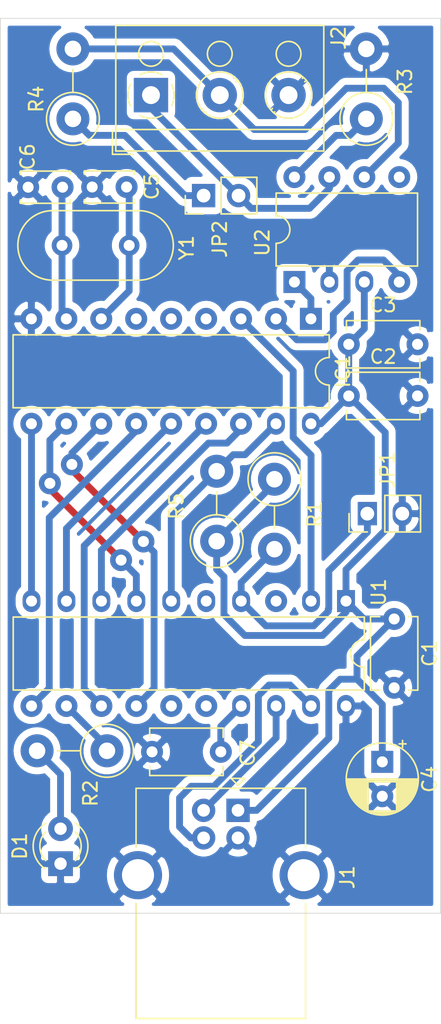
<source format=kicad_pcb>
(kicad_pcb (version 20171130) (host pcbnew 5.1.4-e60b266~84~ubuntu19.04.1)

  (general
    (thickness 1.6)
    (drawings 4)
    (tracks 153)
    (zones 0)
    (modules 21)
    (nets 34)
  )

  (page A4)
  (layers
    (0 F.Cu signal)
    (31 B.Cu signal)
    (32 B.Adhes user)
    (33 F.Adhes user)
    (34 B.Paste user)
    (35 F.Paste user)
    (36 B.SilkS user)
    (37 F.SilkS user)
    (38 B.Mask user)
    (39 F.Mask user)
    (40 Dwgs.User user)
    (41 Cmts.User user)
    (42 Eco1.User user)
    (43 Eco2.User user)
    (44 Edge.Cuts user)
    (45 Margin user)
    (46 B.CrtYd user)
    (47 F.CrtYd user)
    (48 B.Fab user hide)
    (49 F.Fab user hide)
  )

  (setup
    (last_trace_width 0.5)
    (trace_clearance 0.2)
    (zone_clearance 1)
    (zone_45_only no)
    (trace_min 0.2)
    (via_size 0.8)
    (via_drill 0.4)
    (via_min_size 0.4)
    (via_min_drill 0.3)
    (user_via 1.6 0.8)
    (uvia_size 0.3)
    (uvia_drill 0.1)
    (uvias_allowed no)
    (uvia_min_size 0.2)
    (uvia_min_drill 0.1)
    (edge_width 0.05)
    (segment_width 0.2)
    (pcb_text_width 0.3)
    (pcb_text_size 1.5 1.5)
    (mod_edge_width 0.12)
    (mod_text_size 1 1)
    (mod_text_width 0.15)
    (pad_size 1.6 1.3)
    (pad_drill 0.8)
    (pad_to_mask_clearance 0.051)
    (solder_mask_min_width 0.25)
    (aux_axis_origin 0 0)
    (grid_origin 100 100)
    (visible_elements 7FFFEFFF)
    (pcbplotparams
      (layerselection 0x01000_fffffffe)
      (usegerberextensions false)
      (usegerberattributes false)
      (usegerberadvancedattributes false)
      (creategerberjobfile false)
      (excludeedgelayer true)
      (linewidth 0.100000)
      (plotframeref false)
      (viasonmask false)
      (mode 1)
      (useauxorigin false)
      (hpglpennumber 1)
      (hpglpenspeed 20)
      (hpglpendiameter 15.000000)
      (psnegative false)
      (psa4output false)
      (plotreference true)
      (plotvalue true)
      (plotinvisibletext false)
      (padsonsilk false)
      (subtractmaskfromsilk false)
      (outputformat 1)
      (mirror false)
      (drillshape 0)
      (scaleselection 1)
      (outputdirectory "grbl/"))
  )

  (net 0 "")
  (net 1 GND)
  (net 2 +5V)
  (net 3 "Net-(C5-Pad1)")
  (net 4 "Net-(C6-Pad1)")
  (net 5 "Net-(C7-Pad1)")
  (net 6 "Net-(D1-Pad2)")
  (net 7 /RST)
  (net 8 /CS)
  (net 9 /SO)
  (net 10 "Net-(IC1-Pad6)")
  (net 11 /SI)
  (net 12 "Net-(IC1-Pad5)")
  (net 13 /SCK)
  (net 14 "Net-(IC1-Pad4)")
  (net 15 /INT)
  (net 16 /CLKOUT)
  (net 17 /RX0BF)
  (net 18 /RXCAN)
  (net 19 /RX1BF)
  (net 20 /TXCAN)
  (net 21 /D+)
  (net 22 /D-)
  (net 23 "Net-(J2-Pad2)")
  (net 24 "Net-(J2-Pad1)")
  (net 25 "Net-(JP1-Pad1)")
  (net 26 "Net-(JP2-Pad1)")
  (net 27 "Net-(R2-Pad1)")
  (net 28 "Net-(R3-Pad1)")
  (net 29 "Net-(U1-Pad16)")
  (net 30 "Net-(U1-Pad15)")
  (net 31 "Net-(U1-Pad5)")
  (net 32 "Net-(U1-Pad3)")
  (net 33 "Net-(U2-Pad5)")

  (net_class Default "This is the default net class."
    (clearance 0.2)
    (trace_width 0.5)
    (via_dia 0.8)
    (via_drill 0.4)
    (uvia_dia 0.3)
    (uvia_drill 0.1)
    (add_net +5V)
    (add_net /CLKOUT)
    (add_net /CS)
    (add_net /D+)
    (add_net /D-)
    (add_net /INT)
    (add_net /RST)
    (add_net /RX0BF)
    (add_net /RX1BF)
    (add_net /RXCAN)
    (add_net /SCK)
    (add_net /SI)
    (add_net /SO)
    (add_net /TXCAN)
    (add_net GND)
    (add_net "Net-(C5-Pad1)")
    (add_net "Net-(C6-Pad1)")
    (add_net "Net-(C7-Pad1)")
    (add_net "Net-(D1-Pad2)")
    (add_net "Net-(IC1-Pad4)")
    (add_net "Net-(IC1-Pad5)")
    (add_net "Net-(IC1-Pad6)")
    (add_net "Net-(J2-Pad1)")
    (add_net "Net-(J2-Pad2)")
    (add_net "Net-(JP1-Pad1)")
    (add_net "Net-(JP2-Pad1)")
    (add_net "Net-(R2-Pad1)")
    (add_net "Net-(R3-Pad1)")
    (add_net "Net-(U1-Pad15)")
    (add_net "Net-(U1-Pad16)")
    (add_net "Net-(U1-Pad3)")
    (add_net "Net-(U1-Pad5)")
    (add_net "Net-(U2-Pad5)")
  )

  (module Capacitor_THT:CP_Radial_D5.0mm_P2.50mm (layer F.Cu) (tedit 5AE50EF0) (tstamp 5DB06E4A)
    (at 128.6002 153.7974 270)
    (descr "CP, Radial series, Radial, pin pitch=2.50mm, , diameter=5mm, Electrolytic Capacitor")
    (tags "CP Radial series Radial pin pitch 2.50mm  diameter 5mm Electrolytic Capacitor")
    (path /5DB097F7)
    (fp_text reference C4 (at 1.27 -3.429 90) (layer F.SilkS)
      (effects (font (size 1 1) (thickness 0.15)))
    )
    (fp_text value 4.7u (at 1.25 3.75 90) (layer F.Fab)
      (effects (font (size 1 1) (thickness 0.15)))
    )
    (fp_circle (center 1.25 0) (end 3.75 0) (layer F.Fab) (width 0.1))
    (fp_circle (center 1.25 0) (end 3.87 0) (layer F.SilkS) (width 0.12))
    (fp_circle (center 1.25 0) (end 4 0) (layer F.CrtYd) (width 0.05))
    (fp_line (start -0.883605 -1.0875) (end -0.383605 -1.0875) (layer F.Fab) (width 0.1))
    (fp_line (start -0.633605 -1.3375) (end -0.633605 -0.8375) (layer F.Fab) (width 0.1))
    (fp_line (start 1.25 -2.58) (end 1.25 2.58) (layer F.SilkS) (width 0.12))
    (fp_line (start 1.29 -2.58) (end 1.29 2.58) (layer F.SilkS) (width 0.12))
    (fp_line (start 1.33 -2.579) (end 1.33 2.579) (layer F.SilkS) (width 0.12))
    (fp_line (start 1.37 -2.578) (end 1.37 2.578) (layer F.SilkS) (width 0.12))
    (fp_line (start 1.41 -2.576) (end 1.41 2.576) (layer F.SilkS) (width 0.12))
    (fp_line (start 1.45 -2.573) (end 1.45 2.573) (layer F.SilkS) (width 0.12))
    (fp_line (start 1.49 -2.569) (end 1.49 -1.04) (layer F.SilkS) (width 0.12))
    (fp_line (start 1.49 1.04) (end 1.49 2.569) (layer F.SilkS) (width 0.12))
    (fp_line (start 1.53 -2.565) (end 1.53 -1.04) (layer F.SilkS) (width 0.12))
    (fp_line (start 1.53 1.04) (end 1.53 2.565) (layer F.SilkS) (width 0.12))
    (fp_line (start 1.57 -2.561) (end 1.57 -1.04) (layer F.SilkS) (width 0.12))
    (fp_line (start 1.57 1.04) (end 1.57 2.561) (layer F.SilkS) (width 0.12))
    (fp_line (start 1.61 -2.556) (end 1.61 -1.04) (layer F.SilkS) (width 0.12))
    (fp_line (start 1.61 1.04) (end 1.61 2.556) (layer F.SilkS) (width 0.12))
    (fp_line (start 1.65 -2.55) (end 1.65 -1.04) (layer F.SilkS) (width 0.12))
    (fp_line (start 1.65 1.04) (end 1.65 2.55) (layer F.SilkS) (width 0.12))
    (fp_line (start 1.69 -2.543) (end 1.69 -1.04) (layer F.SilkS) (width 0.12))
    (fp_line (start 1.69 1.04) (end 1.69 2.543) (layer F.SilkS) (width 0.12))
    (fp_line (start 1.73 -2.536) (end 1.73 -1.04) (layer F.SilkS) (width 0.12))
    (fp_line (start 1.73 1.04) (end 1.73 2.536) (layer F.SilkS) (width 0.12))
    (fp_line (start 1.77 -2.528) (end 1.77 -1.04) (layer F.SilkS) (width 0.12))
    (fp_line (start 1.77 1.04) (end 1.77 2.528) (layer F.SilkS) (width 0.12))
    (fp_line (start 1.81 -2.52) (end 1.81 -1.04) (layer F.SilkS) (width 0.12))
    (fp_line (start 1.81 1.04) (end 1.81 2.52) (layer F.SilkS) (width 0.12))
    (fp_line (start 1.85 -2.511) (end 1.85 -1.04) (layer F.SilkS) (width 0.12))
    (fp_line (start 1.85 1.04) (end 1.85 2.511) (layer F.SilkS) (width 0.12))
    (fp_line (start 1.89 -2.501) (end 1.89 -1.04) (layer F.SilkS) (width 0.12))
    (fp_line (start 1.89 1.04) (end 1.89 2.501) (layer F.SilkS) (width 0.12))
    (fp_line (start 1.93 -2.491) (end 1.93 -1.04) (layer F.SilkS) (width 0.12))
    (fp_line (start 1.93 1.04) (end 1.93 2.491) (layer F.SilkS) (width 0.12))
    (fp_line (start 1.971 -2.48) (end 1.971 -1.04) (layer F.SilkS) (width 0.12))
    (fp_line (start 1.971 1.04) (end 1.971 2.48) (layer F.SilkS) (width 0.12))
    (fp_line (start 2.011 -2.468) (end 2.011 -1.04) (layer F.SilkS) (width 0.12))
    (fp_line (start 2.011 1.04) (end 2.011 2.468) (layer F.SilkS) (width 0.12))
    (fp_line (start 2.051 -2.455) (end 2.051 -1.04) (layer F.SilkS) (width 0.12))
    (fp_line (start 2.051 1.04) (end 2.051 2.455) (layer F.SilkS) (width 0.12))
    (fp_line (start 2.091 -2.442) (end 2.091 -1.04) (layer F.SilkS) (width 0.12))
    (fp_line (start 2.091 1.04) (end 2.091 2.442) (layer F.SilkS) (width 0.12))
    (fp_line (start 2.131 -2.428) (end 2.131 -1.04) (layer F.SilkS) (width 0.12))
    (fp_line (start 2.131 1.04) (end 2.131 2.428) (layer F.SilkS) (width 0.12))
    (fp_line (start 2.171 -2.414) (end 2.171 -1.04) (layer F.SilkS) (width 0.12))
    (fp_line (start 2.171 1.04) (end 2.171 2.414) (layer F.SilkS) (width 0.12))
    (fp_line (start 2.211 -2.398) (end 2.211 -1.04) (layer F.SilkS) (width 0.12))
    (fp_line (start 2.211 1.04) (end 2.211 2.398) (layer F.SilkS) (width 0.12))
    (fp_line (start 2.251 -2.382) (end 2.251 -1.04) (layer F.SilkS) (width 0.12))
    (fp_line (start 2.251 1.04) (end 2.251 2.382) (layer F.SilkS) (width 0.12))
    (fp_line (start 2.291 -2.365) (end 2.291 -1.04) (layer F.SilkS) (width 0.12))
    (fp_line (start 2.291 1.04) (end 2.291 2.365) (layer F.SilkS) (width 0.12))
    (fp_line (start 2.331 -2.348) (end 2.331 -1.04) (layer F.SilkS) (width 0.12))
    (fp_line (start 2.331 1.04) (end 2.331 2.348) (layer F.SilkS) (width 0.12))
    (fp_line (start 2.371 -2.329) (end 2.371 -1.04) (layer F.SilkS) (width 0.12))
    (fp_line (start 2.371 1.04) (end 2.371 2.329) (layer F.SilkS) (width 0.12))
    (fp_line (start 2.411 -2.31) (end 2.411 -1.04) (layer F.SilkS) (width 0.12))
    (fp_line (start 2.411 1.04) (end 2.411 2.31) (layer F.SilkS) (width 0.12))
    (fp_line (start 2.451 -2.29) (end 2.451 -1.04) (layer F.SilkS) (width 0.12))
    (fp_line (start 2.451 1.04) (end 2.451 2.29) (layer F.SilkS) (width 0.12))
    (fp_line (start 2.491 -2.268) (end 2.491 -1.04) (layer F.SilkS) (width 0.12))
    (fp_line (start 2.491 1.04) (end 2.491 2.268) (layer F.SilkS) (width 0.12))
    (fp_line (start 2.531 -2.247) (end 2.531 -1.04) (layer F.SilkS) (width 0.12))
    (fp_line (start 2.531 1.04) (end 2.531 2.247) (layer F.SilkS) (width 0.12))
    (fp_line (start 2.571 -2.224) (end 2.571 -1.04) (layer F.SilkS) (width 0.12))
    (fp_line (start 2.571 1.04) (end 2.571 2.224) (layer F.SilkS) (width 0.12))
    (fp_line (start 2.611 -2.2) (end 2.611 -1.04) (layer F.SilkS) (width 0.12))
    (fp_line (start 2.611 1.04) (end 2.611 2.2) (layer F.SilkS) (width 0.12))
    (fp_line (start 2.651 -2.175) (end 2.651 -1.04) (layer F.SilkS) (width 0.12))
    (fp_line (start 2.651 1.04) (end 2.651 2.175) (layer F.SilkS) (width 0.12))
    (fp_line (start 2.691 -2.149) (end 2.691 -1.04) (layer F.SilkS) (width 0.12))
    (fp_line (start 2.691 1.04) (end 2.691 2.149) (layer F.SilkS) (width 0.12))
    (fp_line (start 2.731 -2.122) (end 2.731 -1.04) (layer F.SilkS) (width 0.12))
    (fp_line (start 2.731 1.04) (end 2.731 2.122) (layer F.SilkS) (width 0.12))
    (fp_line (start 2.771 -2.095) (end 2.771 -1.04) (layer F.SilkS) (width 0.12))
    (fp_line (start 2.771 1.04) (end 2.771 2.095) (layer F.SilkS) (width 0.12))
    (fp_line (start 2.811 -2.065) (end 2.811 -1.04) (layer F.SilkS) (width 0.12))
    (fp_line (start 2.811 1.04) (end 2.811 2.065) (layer F.SilkS) (width 0.12))
    (fp_line (start 2.851 -2.035) (end 2.851 -1.04) (layer F.SilkS) (width 0.12))
    (fp_line (start 2.851 1.04) (end 2.851 2.035) (layer F.SilkS) (width 0.12))
    (fp_line (start 2.891 -2.004) (end 2.891 -1.04) (layer F.SilkS) (width 0.12))
    (fp_line (start 2.891 1.04) (end 2.891 2.004) (layer F.SilkS) (width 0.12))
    (fp_line (start 2.931 -1.971) (end 2.931 -1.04) (layer F.SilkS) (width 0.12))
    (fp_line (start 2.931 1.04) (end 2.931 1.971) (layer F.SilkS) (width 0.12))
    (fp_line (start 2.971 -1.937) (end 2.971 -1.04) (layer F.SilkS) (width 0.12))
    (fp_line (start 2.971 1.04) (end 2.971 1.937) (layer F.SilkS) (width 0.12))
    (fp_line (start 3.011 -1.901) (end 3.011 -1.04) (layer F.SilkS) (width 0.12))
    (fp_line (start 3.011 1.04) (end 3.011 1.901) (layer F.SilkS) (width 0.12))
    (fp_line (start 3.051 -1.864) (end 3.051 -1.04) (layer F.SilkS) (width 0.12))
    (fp_line (start 3.051 1.04) (end 3.051 1.864) (layer F.SilkS) (width 0.12))
    (fp_line (start 3.091 -1.826) (end 3.091 -1.04) (layer F.SilkS) (width 0.12))
    (fp_line (start 3.091 1.04) (end 3.091 1.826) (layer F.SilkS) (width 0.12))
    (fp_line (start 3.131 -1.785) (end 3.131 -1.04) (layer F.SilkS) (width 0.12))
    (fp_line (start 3.131 1.04) (end 3.131 1.785) (layer F.SilkS) (width 0.12))
    (fp_line (start 3.171 -1.743) (end 3.171 -1.04) (layer F.SilkS) (width 0.12))
    (fp_line (start 3.171 1.04) (end 3.171 1.743) (layer F.SilkS) (width 0.12))
    (fp_line (start 3.211 -1.699) (end 3.211 -1.04) (layer F.SilkS) (width 0.12))
    (fp_line (start 3.211 1.04) (end 3.211 1.699) (layer F.SilkS) (width 0.12))
    (fp_line (start 3.251 -1.653) (end 3.251 -1.04) (layer F.SilkS) (width 0.12))
    (fp_line (start 3.251 1.04) (end 3.251 1.653) (layer F.SilkS) (width 0.12))
    (fp_line (start 3.291 -1.605) (end 3.291 -1.04) (layer F.SilkS) (width 0.12))
    (fp_line (start 3.291 1.04) (end 3.291 1.605) (layer F.SilkS) (width 0.12))
    (fp_line (start 3.331 -1.554) (end 3.331 -1.04) (layer F.SilkS) (width 0.12))
    (fp_line (start 3.331 1.04) (end 3.331 1.554) (layer F.SilkS) (width 0.12))
    (fp_line (start 3.371 -1.5) (end 3.371 -1.04) (layer F.SilkS) (width 0.12))
    (fp_line (start 3.371 1.04) (end 3.371 1.5) (layer F.SilkS) (width 0.12))
    (fp_line (start 3.411 -1.443) (end 3.411 -1.04) (layer F.SilkS) (width 0.12))
    (fp_line (start 3.411 1.04) (end 3.411 1.443) (layer F.SilkS) (width 0.12))
    (fp_line (start 3.451 -1.383) (end 3.451 -1.04) (layer F.SilkS) (width 0.12))
    (fp_line (start 3.451 1.04) (end 3.451 1.383) (layer F.SilkS) (width 0.12))
    (fp_line (start 3.491 -1.319) (end 3.491 -1.04) (layer F.SilkS) (width 0.12))
    (fp_line (start 3.491 1.04) (end 3.491 1.319) (layer F.SilkS) (width 0.12))
    (fp_line (start 3.531 -1.251) (end 3.531 -1.04) (layer F.SilkS) (width 0.12))
    (fp_line (start 3.531 1.04) (end 3.531 1.251) (layer F.SilkS) (width 0.12))
    (fp_line (start 3.571 -1.178) (end 3.571 1.178) (layer F.SilkS) (width 0.12))
    (fp_line (start 3.611 -1.098) (end 3.611 1.098) (layer F.SilkS) (width 0.12))
    (fp_line (start 3.651 -1.011) (end 3.651 1.011) (layer F.SilkS) (width 0.12))
    (fp_line (start 3.691 -0.915) (end 3.691 0.915) (layer F.SilkS) (width 0.12))
    (fp_line (start 3.731 -0.805) (end 3.731 0.805) (layer F.SilkS) (width 0.12))
    (fp_line (start 3.771 -0.677) (end 3.771 0.677) (layer F.SilkS) (width 0.12))
    (fp_line (start 3.811 -0.518) (end 3.811 0.518) (layer F.SilkS) (width 0.12))
    (fp_line (start 3.851 -0.284) (end 3.851 0.284) (layer F.SilkS) (width 0.12))
    (fp_line (start -1.554775 -1.475) (end -1.054775 -1.475) (layer F.SilkS) (width 0.12))
    (fp_line (start -1.304775 -1.725) (end -1.304775 -1.225) (layer F.SilkS) (width 0.12))
    (fp_text user %R (at 1.25 0 90) (layer F.Fab)
      (effects (font (size 1 1) (thickness 0.15)))
    )
    (pad 1 thru_hole rect (at 0 0 270) (size 1.6 1.6) (drill 0.8) (layers *.Cu *.Mask)
      (net 2 +5V))
    (pad 2 thru_hole circle (at 2.5 0 270) (size 1.6 1.6) (drill 0.8) (layers *.Cu *.Mask)
      (net 1 GND))
    (model ${KISYS3DMOD}/Capacitor_THT.3dshapes/CP_Radial_D5.0mm_P2.50mm.wrl
      (at (xyz 0 0 0))
      (scale (xyz 1 1 1))
      (rotate (xyz 0 0 0))
    )
  )

  (module Resistor_THT:R_Axial_DIN0411_L9.9mm_D3.6mm_P5.08mm_Vertical (layer F.Cu) (tedit 5AE5139B) (tstamp 5DACF3AD)
    (at 116.5632 137.7704 90)
    (descr "Resistor, Axial_DIN0411 series, Axial, Vertical, pin pitch=5.08mm, 1W, length*diameter=9.9*3.6mm^2")
    (tags "Resistor Axial_DIN0411 series Axial Vertical pin pitch 5.08mm 1W length 9.9mm diameter 3.6mm")
    (path /5DBEC23B)
    (fp_text reference R5 (at 2.54 -2.92 90) (layer F.SilkS)
      (effects (font (size 1 1) (thickness 0.15)))
    )
    (fp_text value 1k (at 2.54 2.92 90) (layer F.Fab)
      (effects (font (size 1 1) (thickness 0.15)))
    )
    (fp_circle (center 0 0) (end 1.8 0) (layer F.Fab) (width 0.1))
    (fp_circle (center 0 0) (end 1.92 0) (layer F.SilkS) (width 0.12))
    (fp_line (start 0 0) (end 5.08 0) (layer F.Fab) (width 0.1))
    (fp_line (start 1.92 0) (end 3.58 0) (layer F.SilkS) (width 0.12))
    (fp_line (start -2.05 -2.05) (end -2.05 2.05) (layer F.CrtYd) (width 0.05))
    (fp_line (start -2.05 2.05) (end 6.53 2.05) (layer F.CrtYd) (width 0.05))
    (fp_line (start 6.53 2.05) (end 6.53 -2.05) (layer F.CrtYd) (width 0.05))
    (fp_line (start 6.53 -2.05) (end -2.05 -2.05) (layer F.CrtYd) (width 0.05))
    (fp_text user %R (at 2.54 -2.92 90) (layer F.Fab)
      (effects (font (size 1 1) (thickness 0.15)))
    )
    (pad 1 thru_hole circle (at 0 0 90) (size 2.4 2.4) (drill 1.2) (layers *.Cu *.Mask)
      (net 2 +5V))
    (pad 2 thru_hole oval (at 5.08 0 90) (size 2.4 2.4) (drill 1.2) (layers *.Cu *.Mask)
      (net 7 /RST))
    (model ${KISYS3DMOD}/Resistor_THT.3dshapes/R_Axial_DIN0411_L9.9mm_D3.6mm_P5.08mm_Vertical.wrl
      (at (xyz 0 0 0))
      (scale (xyz 1 1 1))
      (rotate (xyz 0 0 0))
    )
  )

  (module Resistor_THT:R_Axial_DIN0411_L9.9mm_D3.6mm_P5.08mm_Vertical (layer F.Cu) (tedit 5AE5139B) (tstamp 5DACF39E)
    (at 106.1132 107.0954 90)
    (descr "Resistor, Axial_DIN0411 series, Axial, Vertical, pin pitch=5.08mm, 1W, length*diameter=9.9*3.6mm^2")
    (tags "Resistor Axial_DIN0411 series Axial Vertical pin pitch 5.08mm 1W length 9.9mm diameter 3.6mm")
    (path /5DC22984)
    (fp_text reference R4 (at 1.431 -2.659 90) (layer F.SilkS)
      (effects (font (size 1 1) (thickness 0.15)))
    )
    (fp_text value 120 (at 2.54 2.92 90) (layer F.Fab)
      (effects (font (size 1 1) (thickness 0.15)))
    )
    (fp_circle (center 0 0) (end 1.8 0) (layer F.Fab) (width 0.1))
    (fp_circle (center 0 0) (end 1.92 0) (layer F.SilkS) (width 0.12))
    (fp_line (start 0 0) (end 5.08 0) (layer F.Fab) (width 0.1))
    (fp_line (start 1.92 0) (end 3.58 0) (layer F.SilkS) (width 0.12))
    (fp_line (start -2.05 -2.05) (end -2.05 2.05) (layer F.CrtYd) (width 0.05))
    (fp_line (start -2.05 2.05) (end 6.53 2.05) (layer F.CrtYd) (width 0.05))
    (fp_line (start 6.53 2.05) (end 6.53 -2.05) (layer F.CrtYd) (width 0.05))
    (fp_line (start 6.53 -2.05) (end -2.05 -2.05) (layer F.CrtYd) (width 0.05))
    (fp_text user %R (at 2.54 -2.92 90) (layer F.Fab)
      (effects (font (size 1 1) (thickness 0.15)))
    )
    (pad 1 thru_hole circle (at 0 0 90) (size 2.4 2.4) (drill 1.2) (layers *.Cu *.Mask)
      (net 26 "Net-(JP2-Pad1)"))
    (pad 2 thru_hole oval (at 5.08 0 90) (size 2.4 2.4) (drill 1.2) (layers *.Cu *.Mask)
      (net 23 "Net-(J2-Pad2)"))
    (model ${KISYS3DMOD}/Resistor_THT.3dshapes/R_Axial_DIN0411_L9.9mm_D3.6mm_P5.08mm_Vertical.wrl
      (at (xyz 0 0 0))
      (scale (xyz 1 1 1))
      (rotate (xyz 0 0 0))
    )
  )

  (module Resistor_THT:R_Axial_DIN0411_L9.9mm_D3.6mm_P5.08mm_Vertical (layer F.Cu) (tedit 5AE5139B) (tstamp 5DACF38F)
    (at 127.4382 107.0954 90)
    (descr "Resistor, Axial_DIN0411 series, Axial, Vertical, pin pitch=5.08mm, 1W, length*diameter=9.9*3.6mm^2")
    (tags "Resistor Axial_DIN0411 series Axial Vertical pin pitch 5.08mm 1W length 9.9mm diameter 3.6mm")
    (path /5DBC25E6)
    (fp_text reference R3 (at 2.701 2.813 90) (layer F.SilkS)
      (effects (font (size 1 1) (thickness 0.15)))
    )
    (fp_text value 1k (at 2.54 2.92 90) (layer F.Fab)
      (effects (font (size 1 1) (thickness 0.15)))
    )
    (fp_circle (center 0 0) (end 1.8 0) (layer F.Fab) (width 0.1))
    (fp_circle (center 0 0) (end 1.92 0) (layer F.SilkS) (width 0.12))
    (fp_line (start 0 0) (end 5.08 0) (layer F.Fab) (width 0.1))
    (fp_line (start 1.92 0) (end 3.58 0) (layer F.SilkS) (width 0.12))
    (fp_line (start -2.05 -2.05) (end -2.05 2.05) (layer F.CrtYd) (width 0.05))
    (fp_line (start -2.05 2.05) (end 6.53 2.05) (layer F.CrtYd) (width 0.05))
    (fp_line (start 6.53 2.05) (end 6.53 -2.05) (layer F.CrtYd) (width 0.05))
    (fp_line (start 6.53 -2.05) (end -2.05 -2.05) (layer F.CrtYd) (width 0.05))
    (fp_text user %R (at 2.54 -2.92 90) (layer F.Fab)
      (effects (font (size 1 1) (thickness 0.15)))
    )
    (pad 1 thru_hole circle (at 0 0 90) (size 2.4 2.4) (drill 1.2) (layers *.Cu *.Mask)
      (net 28 "Net-(R3-Pad1)"))
    (pad 2 thru_hole oval (at 5.08 0 90) (size 2.4 2.4) (drill 1.2) (layers *.Cu *.Mask)
      (net 1 GND))
    (model ${KISYS3DMOD}/Resistor_THT.3dshapes/R_Axial_DIN0411_L9.9mm_D3.6mm_P5.08mm_Vertical.wrl
      (at (xyz 0 0 0))
      (scale (xyz 1 1 1))
      (rotate (xyz 0 0 0))
    )
  )

  (module Resistor_THT:R_Axial_DIN0411_L9.9mm_D3.6mm_P5.08mm_Vertical (layer F.Cu) (tedit 5AE5139B) (tstamp 5DACF380)
    (at 108.5882 152.9954 180)
    (descr "Resistor, Axial_DIN0411 series, Axial, Vertical, pin pitch=5.08mm, 1W, length*diameter=9.9*3.6mm^2")
    (tags "Resistor Axial_DIN0411 series Axial Vertical pin pitch 5.08mm 1W length 9.9mm diameter 3.6mm")
    (path /5DBB32E2)
    (fp_text reference R2 (at 1.197 -3.088 270) (layer F.SilkS)
      (effects (font (size 1 1) (thickness 0.15)))
    )
    (fp_text value 1k (at 2.54 2.92) (layer F.Fab)
      (effects (font (size 1 1) (thickness 0.15)))
    )
    (fp_circle (center 0 0) (end 1.8 0) (layer F.Fab) (width 0.1))
    (fp_circle (center 0 0) (end 1.92 0) (layer F.SilkS) (width 0.12))
    (fp_line (start 0 0) (end 5.08 0) (layer F.Fab) (width 0.1))
    (fp_line (start 1.92 0) (end 3.58 0) (layer F.SilkS) (width 0.12))
    (fp_line (start -2.05 -2.05) (end -2.05 2.05) (layer F.CrtYd) (width 0.05))
    (fp_line (start -2.05 2.05) (end 6.53 2.05) (layer F.CrtYd) (width 0.05))
    (fp_line (start 6.53 2.05) (end 6.53 -2.05) (layer F.CrtYd) (width 0.05))
    (fp_line (start 6.53 -2.05) (end -2.05 -2.05) (layer F.CrtYd) (width 0.05))
    (fp_text user %R (at 2.54 -2.92) (layer F.Fab)
      (effects (font (size 1 1) (thickness 0.15)))
    )
    (pad 1 thru_hole circle (at 0 0 180) (size 2.4 2.4) (drill 1.2) (layers *.Cu *.Mask)
      (net 27 "Net-(R2-Pad1)"))
    (pad 2 thru_hole oval (at 5.08 0 180) (size 2.4 2.4) (drill 1.2) (layers *.Cu *.Mask)
      (net 6 "Net-(D1-Pad2)"))
    (model ${KISYS3DMOD}/Resistor_THT.3dshapes/R_Axial_DIN0411_L9.9mm_D3.6mm_P5.08mm_Vertical.wrl
      (at (xyz 0 0 0))
      (scale (xyz 1 1 1))
      (rotate (xyz 0 0 0))
    )
  )

  (module Resistor_THT:R_Axial_DIN0411_L9.9mm_D3.6mm_P5.08mm_Vertical (layer F.Cu) (tedit 5AE5139B) (tstamp 5DACF371)
    (at 120.7632 133.2704 270)
    (descr "Resistor, Axial_DIN0411 series, Axial, Vertical, pin pitch=5.08mm, 1W, length*diameter=9.9*3.6mm^2")
    (tags "Resistor Axial_DIN0411 series Axial Vertical pin pitch 5.08mm 1W length 9.9mm diameter 3.6mm")
    (path /5DABED01)
    (fp_text reference R1 (at 2.54 -2.92 90) (layer F.SilkS)
      (effects (font (size 1 1) (thickness 0.15)))
    )
    (fp_text value 1k (at 2.54 2.92 90) (layer F.Fab)
      (effects (font (size 1 1) (thickness 0.15)))
    )
    (fp_circle (center 0 0) (end 1.8 0) (layer F.Fab) (width 0.1))
    (fp_circle (center 0 0) (end 1.92 0) (layer F.SilkS) (width 0.12))
    (fp_line (start 0 0) (end 5.08 0) (layer F.Fab) (width 0.1))
    (fp_line (start 1.92 0) (end 3.58 0) (layer F.SilkS) (width 0.12))
    (fp_line (start -2.05 -2.05) (end -2.05 2.05) (layer F.CrtYd) (width 0.05))
    (fp_line (start -2.05 2.05) (end 6.53 2.05) (layer F.CrtYd) (width 0.05))
    (fp_line (start 6.53 2.05) (end 6.53 -2.05) (layer F.CrtYd) (width 0.05))
    (fp_line (start 6.53 -2.05) (end -2.05 -2.05) (layer F.CrtYd) (width 0.05))
    (fp_text user %R (at 2.54 -2.92 90) (layer F.Fab)
      (effects (font (size 1 1) (thickness 0.15)))
    )
    (pad 1 thru_hole circle (at 0 0 270) (size 2.4 2.4) (drill 1.2) (layers *.Cu *.Mask)
      (net 2 +5V))
    (pad 2 thru_hole oval (at 5.08 0 270) (size 2.4 2.4) (drill 1.2) (layers *.Cu *.Mask)
      (net 25 "Net-(JP1-Pad1)"))
    (model ${KISYS3DMOD}/Resistor_THT.3dshapes/R_Axial_DIN0411_L9.9mm_D3.6mm_P5.08mm_Vertical.wrl
      (at (xyz 0 0 0))
      (scale (xyz 1 1 1))
      (rotate (xyz 0 0 0))
    )
  )

  (module Crystal:Crystal_HC49-U_Vertical (layer F.Cu) (tedit 5A1AD3B8) (tstamp 5DACE0EC)
    (at 110.20172 116.28736 180)
    (descr "Crystal THT HC-49/U http://5hertz.com/pdfs/04404_D.pdf")
    (tags "THT crystalHC-49/U")
    (path /5DBDC6C7)
    (fp_text reference Y1 (at -4.17448 -0.17204 270) (layer F.SilkS)
      (effects (font (size 1 1) (thickness 0.15)))
    )
    (fp_text value 24MHz (at 2.44 3.525) (layer F.Fab)
      (effects (font (size 1 1) (thickness 0.15)))
    )
    (fp_text user %R (at 2.44 0) (layer F.Fab)
      (effects (font (size 1 1) (thickness 0.15)))
    )
    (fp_line (start -0.685 -2.325) (end 5.565 -2.325) (layer F.Fab) (width 0.1))
    (fp_line (start -0.685 2.325) (end 5.565 2.325) (layer F.Fab) (width 0.1))
    (fp_line (start -0.56 -2) (end 5.44 -2) (layer F.Fab) (width 0.1))
    (fp_line (start -0.56 2) (end 5.44 2) (layer F.Fab) (width 0.1))
    (fp_line (start -0.685 -2.525) (end 5.565 -2.525) (layer F.SilkS) (width 0.12))
    (fp_line (start -0.685 2.525) (end 5.565 2.525) (layer F.SilkS) (width 0.12))
    (fp_line (start -3.5 -2.8) (end -3.5 2.8) (layer F.CrtYd) (width 0.05))
    (fp_line (start -3.5 2.8) (end 8.4 2.8) (layer F.CrtYd) (width 0.05))
    (fp_line (start 8.4 2.8) (end 8.4 -2.8) (layer F.CrtYd) (width 0.05))
    (fp_line (start 8.4 -2.8) (end -3.5 -2.8) (layer F.CrtYd) (width 0.05))
    (fp_arc (start -0.685 0) (end -0.685 -2.325) (angle -180) (layer F.Fab) (width 0.1))
    (fp_arc (start 5.565 0) (end 5.565 -2.325) (angle 180) (layer F.Fab) (width 0.1))
    (fp_arc (start -0.56 0) (end -0.56 -2) (angle -180) (layer F.Fab) (width 0.1))
    (fp_arc (start 5.44 0) (end 5.44 -2) (angle 180) (layer F.Fab) (width 0.1))
    (fp_arc (start -0.685 0) (end -0.685 -2.525) (angle -180) (layer F.SilkS) (width 0.12))
    (fp_arc (start 5.565 0) (end 5.565 -2.525) (angle 180) (layer F.SilkS) (width 0.12))
    (pad 1 thru_hole circle (at 0 0 180) (size 1.5 1.5) (drill 0.8) (layers *.Cu *.Mask)
      (net 3 "Net-(C5-Pad1)"))
    (pad 2 thru_hole circle (at 4.88 0 180) (size 1.5 1.5) (drill 0.8) (layers *.Cu *.Mask)
      (net 4 "Net-(C6-Pad1)"))
    (model ${KISYS3DMOD}/Crystal.3dshapes/Crystal_HC49-U_Vertical.wrl
      (at (xyz 0 0 0))
      (scale (xyz 1 1 1))
      (rotate (xyz 0 0 0))
    )
  )

  (module Package_DIP:DIP-8_W7.62mm (layer F.Cu) (tedit 5DACEFAB) (tstamp 5DACE0D5)
    (at 122.2132 118.9454 90)
    (descr "8-lead though-hole mounted DIP package, row spacing 7.62 mm (300 mils)")
    (tags "THT DIP DIL PDIP 2.54mm 7.62mm 300mil")
    (path /5DAEF7B4)
    (fp_text reference U2 (at 2.867 -2.33 90) (layer F.SilkS)
      (effects (font (size 1 1) (thickness 0.15)))
    )
    (fp_text value MCP2551-I-P (at 3.81 9.95 90) (layer F.Fab)
      (effects (font (size 1 1) (thickness 0.15)))
    )
    (fp_arc (start 3.81 -1.33) (end 2.81 -1.33) (angle -180) (layer F.SilkS) (width 0.12))
    (fp_line (start 1.635 -1.27) (end 6.985 -1.27) (layer F.Fab) (width 0.1))
    (fp_line (start 6.985 -1.27) (end 6.985 8.89) (layer F.Fab) (width 0.1))
    (fp_line (start 6.985 8.89) (end 0.635 8.89) (layer F.Fab) (width 0.1))
    (fp_line (start 0.635 8.89) (end 0.635 -0.27) (layer F.Fab) (width 0.1))
    (fp_line (start 0.635 -0.27) (end 1.635 -1.27) (layer F.Fab) (width 0.1))
    (fp_line (start 2.81 -1.33) (end 1.16 -1.33) (layer F.SilkS) (width 0.12))
    (fp_line (start 1.16 -1.33) (end 1.16 8.95) (layer F.SilkS) (width 0.12))
    (fp_line (start 1.16 8.95) (end 6.46 8.95) (layer F.SilkS) (width 0.12))
    (fp_line (start 6.46 8.95) (end 6.46 -1.33) (layer F.SilkS) (width 0.12))
    (fp_line (start 6.46 -1.33) (end 4.81 -1.33) (layer F.SilkS) (width 0.12))
    (fp_line (start -1.1 -1.55) (end -1.1 9.15) (layer F.CrtYd) (width 0.05))
    (fp_line (start -1.1 9.15) (end 8.7 9.15) (layer F.CrtYd) (width 0.05))
    (fp_line (start 8.7 9.15) (end 8.7 -1.55) (layer F.CrtYd) (width 0.05))
    (fp_line (start 8.7 -1.55) (end -1.1 -1.55) (layer F.CrtYd) (width 0.05))
    (fp_text user %R (at 3.81 3.81 90) (layer F.Fab)
      (effects (font (size 1 1) (thickness 0.15)))
    )
    (pad 1 thru_hole rect (at 0 0 90) (size 1.6 1.6) (drill 0.8) (layers *.Cu *.Mask)
      (net 20 /TXCAN))
    (pad 5 thru_hole oval (at 7.62 7.62 90) (size 1.6 1.6) (drill 0.8) (layers *.Cu *.Mask)
      (net 33 "Net-(U2-Pad5)"))
    (pad 2 thru_hole oval (at 0 2.54 90) (size 1.6 1.3) (drill 0.8) (layers *.Cu *.Mask)
      (net 1 GND))
    (pad 6 thru_hole oval (at 7.62 5.08 90) (size 1.6 1.6) (drill 0.8) (layers *.Cu *.Mask)
      (net 23 "Net-(J2-Pad2)"))
    (pad 3 thru_hole oval (at 0 5.08 90) (size 1.6 1.3) (drill 0.8) (layers *.Cu *.Mask)
      (net 2 +5V))
    (pad 7 thru_hole oval (at 7.62 2.54 90) (size 1.6 1.6) (drill 0.8) (layers *.Cu *.Mask)
      (net 24 "Net-(J2-Pad1)"))
    (pad 4 thru_hole oval (at 0 7.62 90) (size 1.6 1.6) (drill 0.8) (layers *.Cu *.Mask)
      (net 18 /RXCAN))
    (pad 8 thru_hole oval (at 7.62 0 90) (size 1.6 1.6) (drill 0.8) (layers *.Cu *.Mask)
      (net 28 "Net-(R3-Pad1)"))
    (model ${KISYS3DMOD}/Package_DIP.3dshapes/DIP-8_W7.62mm.wrl
      (at (xyz 0 0 0))
      (scale (xyz 1 1 1))
      (rotate (xyz 0 0 0))
    )
  )

  (module Package_DIP:DIP-20_W7.62mm (layer F.Cu) (tedit 5DACEF8E) (tstamp 5DB07AB4)
    (at 125.9632 142.1204 270)
    (descr "20-lead though-hole mounted DIP package, row spacing 7.62 mm (300 mils)")
    (tags "THT DIP DIL PDIP 2.54mm 7.62mm 300mil")
    (path /5DABAA72)
    (fp_text reference U1 (at -0.642 -2.383 90) (layer F.SilkS)
      (effects (font (size 1 1) (thickness 0.15)))
    )
    (fp_text value PIC18F14K50-EP (at 3.81 25.19 90) (layer F.Fab)
      (effects (font (size 1 1) (thickness 0.15)))
    )
    (fp_arc (start 3.81 -1.33) (end 2.81 -1.33) (angle -180) (layer F.SilkS) (width 0.12))
    (fp_line (start 1.635 -1.27) (end 6.985 -1.27) (layer F.Fab) (width 0.1))
    (fp_line (start 6.985 -1.27) (end 6.985 24.13) (layer F.Fab) (width 0.1))
    (fp_line (start 6.985 24.13) (end 0.635 24.13) (layer F.Fab) (width 0.1))
    (fp_line (start 0.635 24.13) (end 0.635 -0.27) (layer F.Fab) (width 0.1))
    (fp_line (start 0.635 -0.27) (end 1.635 -1.27) (layer F.Fab) (width 0.1))
    (fp_line (start 2.81 -1.33) (end 1.16 -1.33) (layer F.SilkS) (width 0.12))
    (fp_line (start 1.16 -1.33) (end 1.16 24.19) (layer F.SilkS) (width 0.12))
    (fp_line (start 1.16 24.19) (end 6.46 24.19) (layer F.SilkS) (width 0.12))
    (fp_line (start 6.46 24.19) (end 6.46 -1.33) (layer F.SilkS) (width 0.12))
    (fp_line (start 6.46 -1.33) (end 4.81 -1.33) (layer F.SilkS) (width 0.12))
    (fp_line (start -1.1 -1.55) (end -1.1 24.4) (layer F.CrtYd) (width 0.05))
    (fp_line (start -1.1 24.4) (end 8.7 24.4) (layer F.CrtYd) (width 0.05))
    (fp_line (start 8.7 24.4) (end 8.7 -1.55) (layer F.CrtYd) (width 0.05))
    (fp_line (start 8.7 -1.55) (end -1.1 -1.55) (layer F.CrtYd) (width 0.05))
    (fp_text user %R (at 3.81 11.43 90) (layer F.Fab)
      (effects (font (size 1 1) (thickness 0.15)))
    )
    (pad 1 thru_hole rect (at 0 0 270) (size 1.6 1.3) (drill 0.8) (layers *.Cu *.Mask)
      (net 2 +5V))
    (pad 11 thru_hole oval (at 7.62 22.86 270) (size 1.6 1.6) (drill 0.8) (layers *.Cu *.Mask)
      (net 13 /SCK))
    (pad 2 thru_hole oval (at 0 2.54 270) (size 1.6 1.3) (drill 0.8) (layers *.Cu *.Mask)
      (net 16 /CLKOUT))
    (pad 12 thru_hole oval (at 7.62 20.32 270) (size 1.6 1.6) (drill 0.8) (layers *.Cu *.Mask)
      (net 27 "Net-(R2-Pad1)"))
    (pad 3 thru_hole oval (at 0 5.08 270) (size 1.6 1.6) (drill 0.8) (layers *.Cu *.Mask)
      (net 32 "Net-(U1-Pad3)"))
    (pad 13 thru_hole oval (at 7.62 17.78 270) (size 1.6 1.6) (drill 0.8) (layers *.Cu *.Mask)
      (net 9 /SO))
    (pad 4 thru_hole oval (at 0 7.62 270) (size 1.6 1.3) (drill 0.8) (layers *.Cu *.Mask)
      (net 25 "Net-(JP1-Pad1)"))
    (pad 14 thru_hole oval (at 7.62 15.24 270) (size 1.6 1.6) (drill 0.8) (layers *.Cu *.Mask)
      (net 15 /INT))
    (pad 5 thru_hole oval (at 0 10.16 270) (size 1.6 1.3) (drill 0.8) (layers *.Cu *.Mask)
      (net 31 "Net-(U1-Pad5)"))
    (pad 15 thru_hole oval (at 7.62 12.7 270) (size 1.6 1.6) (drill 0.8) (layers *.Cu *.Mask)
      (net 30 "Net-(U1-Pad15)"))
    (pad 6 thru_hole oval (at 0 12.7 270) (size 1.6 1.3) (drill 0.8) (layers *.Cu *.Mask)
      (net 7 /RST))
    (pad 16 thru_hole oval (at 7.62 10.16 270) (size 1.6 1.6) (drill 0.8) (layers *.Cu *.Mask)
      (net 29 "Net-(U1-Pad16)"))
    (pad 7 thru_hole oval (at 0 15.24 270) (size 1.6 1.3) (drill 0.8) (layers *.Cu *.Mask)
      (net 17 /RX0BF))
    (pad 17 thru_hole oval (at 7.62 7.62 270) (size 1.6 1.3) (drill 0.8) (layers *.Cu *.Mask)
      (net 5 "Net-(C7-Pad1)"))
    (pad 8 thru_hole oval (at 0 17.78 270) (size 1.6 1.3) (drill 0.8) (layers *.Cu *.Mask)
      (net 8 /CS))
    (pad 18 thru_hole oval (at 7.62 5.08 270) (size 1.6 1.3) (drill 0.8) (layers *.Cu *.Mask)
      (net 22 /D-))
    (pad 9 thru_hole oval (at 0 20.32 270) (size 1.6 1.3) (drill 0.8) (layers *.Cu *.Mask)
      (net 11 /SI))
    (pad 19 thru_hole oval (at 7.62 2.54 270) (size 1.6 1.3) (drill 0.8) (layers *.Cu *.Mask)
      (net 21 /D+))
    (pad 10 thru_hole oval (at 0 22.86 270) (size 1.6 1.3) (drill 0.8) (layers *.Cu *.Mask)
      (net 19 /RX1BF))
    (pad 20 thru_hole oval (at 7.62 0 270) (size 1.6 1.3) (drill 0.8) (layers *.Cu *.Mask)
      (net 1 GND))
    (model ${KISYS3DMOD}/Package_DIP.3dshapes/DIP-20_W7.62mm.wrl
      (at (xyz 0 0 0))
      (scale (xyz 1 1 1))
      (rotate (xyz 0 0 0))
    )
  )

  (module Connector_PinHeader_2.54mm:PinHeader_1x02_P2.54mm_Vertical (layer F.Cu) (tedit 59FED5CC) (tstamp 5DACE01E)
    (at 115.6132 112.6704 90)
    (descr "Through hole straight pin header, 1x02, 2.54mm pitch, single row")
    (tags "Through hole pin header THT 1x02 2.54mm single row")
    (path /5DC2C8D2)
    (fp_text reference JP2 (at -3.154 1.176 90) (layer F.SilkS)
      (effects (font (size 1 1) (thickness 0.15)))
    )
    (fp_text value Jumper_2_Open (at 0 4.87 90) (layer F.Fab)
      (effects (font (size 1 1) (thickness 0.15)))
    )
    (fp_line (start -0.635 -1.27) (end 1.27 -1.27) (layer F.Fab) (width 0.1))
    (fp_line (start 1.27 -1.27) (end 1.27 3.81) (layer F.Fab) (width 0.1))
    (fp_line (start 1.27 3.81) (end -1.27 3.81) (layer F.Fab) (width 0.1))
    (fp_line (start -1.27 3.81) (end -1.27 -0.635) (layer F.Fab) (width 0.1))
    (fp_line (start -1.27 -0.635) (end -0.635 -1.27) (layer F.Fab) (width 0.1))
    (fp_line (start -1.33 3.87) (end 1.33 3.87) (layer F.SilkS) (width 0.12))
    (fp_line (start -1.33 1.27) (end -1.33 3.87) (layer F.SilkS) (width 0.12))
    (fp_line (start 1.33 1.27) (end 1.33 3.87) (layer F.SilkS) (width 0.12))
    (fp_line (start -1.33 1.27) (end 1.33 1.27) (layer F.SilkS) (width 0.12))
    (fp_line (start -1.33 0) (end -1.33 -1.33) (layer F.SilkS) (width 0.12))
    (fp_line (start -1.33 -1.33) (end 0 -1.33) (layer F.SilkS) (width 0.12))
    (fp_line (start -1.8 -1.8) (end -1.8 4.35) (layer F.CrtYd) (width 0.05))
    (fp_line (start -1.8 4.35) (end 1.8 4.35) (layer F.CrtYd) (width 0.05))
    (fp_line (start 1.8 4.35) (end 1.8 -1.8) (layer F.CrtYd) (width 0.05))
    (fp_line (start 1.8 -1.8) (end -1.8 -1.8) (layer F.CrtYd) (width 0.05))
    (fp_text user %R (at 0 1.27) (layer F.Fab)
      (effects (font (size 1 1) (thickness 0.15)))
    )
    (pad 1 thru_hole rect (at 0 0 90) (size 1.7 1.7) (drill 1) (layers *.Cu *.Mask)
      (net 26 "Net-(JP2-Pad1)"))
    (pad 2 thru_hole oval (at 0 2.54 90) (size 1.7 1.7) (drill 1) (layers *.Cu *.Mask)
      (net 24 "Net-(J2-Pad1)"))
    (model ${KISYS3DMOD}/Connector_PinHeader_2.54mm.3dshapes/PinHeader_1x02_P2.54mm_Vertical.wrl
      (at (xyz 0 0 0))
      (scale (xyz 1 1 1))
      (rotate (xyz 0 0 0))
    )
  )

  (module Connector_PinHeader_2.54mm:PinHeader_1x02_P2.54mm_Vertical (layer F.Cu) (tedit 5DACEF78) (tstamp 5DACE008)
    (at 127.5132 135.7704 90)
    (descr "Through hole straight pin header, 1x02, 2.54mm pitch, single row")
    (tags "Through hole pin header THT 1x02 2.54mm single row")
    (path /5DC57A7D)
    (fp_text reference JP1 (at 3.182 1.468 90) (layer F.SilkS)
      (effects (font (size 1 1) (thickness 0.15)))
    )
    (fp_text value Jumper_2_Open (at 0 4.87 90) (layer F.Fab)
      (effects (font (size 1 1) (thickness 0.15)))
    )
    (fp_line (start -0.635 -1.27) (end 1.27 -1.27) (layer F.Fab) (width 0.1))
    (fp_line (start 1.27 -1.27) (end 1.27 3.81) (layer F.Fab) (width 0.1))
    (fp_line (start 1.27 3.81) (end -1.27 3.81) (layer F.Fab) (width 0.1))
    (fp_line (start -1.27 3.81) (end -1.27 -0.635) (layer F.Fab) (width 0.1))
    (fp_line (start -1.27 -0.635) (end -0.635 -1.27) (layer F.Fab) (width 0.1))
    (fp_line (start -1.33 3.87) (end 1.33 3.87) (layer F.SilkS) (width 0.12))
    (fp_line (start -1.33 1.27) (end -1.33 3.87) (layer F.SilkS) (width 0.12))
    (fp_line (start 1.33 1.27) (end 1.33 3.87) (layer F.SilkS) (width 0.12))
    (fp_line (start -1.33 1.27) (end 1.33 1.27) (layer F.SilkS) (width 0.12))
    (fp_line (start -1.33 0) (end -1.33 -1.33) (layer F.SilkS) (width 0.12))
    (fp_line (start -1.33 -1.33) (end 0 -1.33) (layer F.SilkS) (width 0.12))
    (fp_line (start -1.8 -1.8) (end -1.8 4.35) (layer F.CrtYd) (width 0.05))
    (fp_line (start -1.8 4.35) (end 1.8 4.35) (layer F.CrtYd) (width 0.05))
    (fp_line (start 1.8 4.35) (end 1.8 -1.8) (layer F.CrtYd) (width 0.05))
    (fp_line (start 1.8 -1.8) (end -1.8 -1.8) (layer F.CrtYd) (width 0.05))
    (fp_text user %R (at 0 1.27) (layer F.Fab)
      (effects (font (size 1 1) (thickness 0.15)))
    )
    (pad 1 thru_hole rect (at 0 0 90) (size 1.7 1.4) (drill 1) (layers *.Cu *.Mask)
      (net 25 "Net-(JP1-Pad1)"))
    (pad 2 thru_hole oval (at 0 2.54 90) (size 1.8 1.4) (drill 1) (layers *.Cu *.Mask)
      (net 1 GND))
    (model ${KISYS3DMOD}/Connector_PinHeader_2.54mm.3dshapes/PinHeader_1x02_P2.54mm_Vertical.wrl
      (at (xyz 0 0 0))
      (scale (xyz 1 1 1))
      (rotate (xyz 0 0 0))
    )
  )

  (module TerminalBlock_RND:TerminalBlock_RND_205-00002_1x03_P5.00mm_Horizontal (layer F.Cu) (tedit 5B294F8C) (tstamp 5DACDFF2)
    (at 111.7882 105.3704)
    (descr "terminal block RND 205-00002, 3 pins, pitch 5mm, size 15x9mm^2, drill diamater 1.3mm, pad diameter 2.5mm, see http://cdn-reichelt.de/documents/datenblatt/C151/RND_205-00001_DB_EN.pdf, script-generated using https://github.com/pointhi/kicad-footprint-generator/scripts/TerminalBlock_RND")
    (tags "THT terminal block RND 205-00002 pitch 5mm size 15x9mm^2 drill 1.3mm pad 2.5mm")
    (path /5DB914C5)
    (fp_text reference J2 (at 13.637 -4.151 -90) (layer F.SilkS)
      (effects (font (size 1 1) (thickness 0.15)))
    )
    (fp_text value Conn_01x03 (at 5 5.06) (layer F.Fab)
      (effects (font (size 1 1) (thickness 0.15)))
    )
    (fp_arc (start 0 0) (end 0 1.68) (angle -28) (layer F.SilkS) (width 0.12))
    (fp_arc (start 0 0) (end 1.484 0.789) (angle -56) (layer F.SilkS) (width 0.12))
    (fp_arc (start 0 0) (end 0.789 -1.484) (angle -56) (layer F.SilkS) (width 0.12))
    (fp_arc (start 0 0) (end -1.484 -0.789) (angle -56) (layer F.SilkS) (width 0.12))
    (fp_arc (start 0 0) (end -0.789 1.484) (angle -29) (layer F.SilkS) (width 0.12))
    (fp_circle (center 0 0) (end 1.5 0) (layer F.Fab) (width 0.1))
    (fp_circle (center 0 -3) (end 0.9 -3) (layer F.Fab) (width 0.1))
    (fp_circle (center 0 -3) (end 0.9 -3) (layer F.SilkS) (width 0.12))
    (fp_circle (center 5 0) (end 6.5 0) (layer F.Fab) (width 0.1))
    (fp_circle (center 5 0) (end 6.68 0) (layer F.SilkS) (width 0.12))
    (fp_circle (center 5 -3) (end 5.9 -3) (layer F.Fab) (width 0.1))
    (fp_circle (center 5 -3) (end 5.9 -3) (layer F.SilkS) (width 0.12))
    (fp_circle (center 10 0) (end 11.5 0) (layer F.Fab) (width 0.1))
    (fp_circle (center 10 0) (end 11.68 0) (layer F.SilkS) (width 0.12))
    (fp_circle (center 10 -3) (end 10.9 -3) (layer F.Fab) (width 0.1))
    (fp_circle (center 10 -3) (end 10.9 -3) (layer F.SilkS) (width 0.12))
    (fp_line (start -2.5 -5) (end 12.5 -5) (layer F.Fab) (width 0.1))
    (fp_line (start 12.5 -5) (end 12.5 4) (layer F.Fab) (width 0.1))
    (fp_line (start 12.5 4) (end -1 4) (layer F.Fab) (width 0.1))
    (fp_line (start -1 4) (end -2.5 2.5) (layer F.Fab) (width 0.1))
    (fp_line (start -2.5 2.5) (end -2.5 -5) (layer F.Fab) (width 0.1))
    (fp_line (start -2.5 2.5) (end 12.5 2.5) (layer F.Fab) (width 0.1))
    (fp_line (start -2.56 2.5) (end 12.56 2.5) (layer F.SilkS) (width 0.12))
    (fp_line (start -2.56 -5.06) (end 12.56 -5.06) (layer F.SilkS) (width 0.12))
    (fp_line (start -2.56 4.06) (end 12.56 4.06) (layer F.SilkS) (width 0.12))
    (fp_line (start -2.56 -5.06) (end -2.56 4.06) (layer F.SilkS) (width 0.12))
    (fp_line (start 12.56 -5.06) (end 12.56 4.06) (layer F.SilkS) (width 0.12))
    (fp_line (start 1.138 -0.955) (end -0.955 1.138) (layer F.Fab) (width 0.1))
    (fp_line (start 0.955 -1.138) (end -1.138 0.955) (layer F.Fab) (width 0.1))
    (fp_line (start 6.138 -0.955) (end 4.046 1.138) (layer F.Fab) (width 0.1))
    (fp_line (start 5.955 -1.138) (end 3.863 0.955) (layer F.Fab) (width 0.1))
    (fp_line (start 6.275 -1.069) (end 6.181 -0.976) (layer F.SilkS) (width 0.12))
    (fp_line (start 3.99 1.216) (end 3.931 1.274) (layer F.SilkS) (width 0.12))
    (fp_line (start 6.07 -1.275) (end 6.011 -1.216) (layer F.SilkS) (width 0.12))
    (fp_line (start 3.82 0.976) (end 3.726 1.069) (layer F.SilkS) (width 0.12))
    (fp_line (start 11.138 -0.955) (end 9.046 1.138) (layer F.Fab) (width 0.1))
    (fp_line (start 10.955 -1.138) (end 8.863 0.955) (layer F.Fab) (width 0.1))
    (fp_line (start 11.275 -1.069) (end 11.181 -0.976) (layer F.SilkS) (width 0.12))
    (fp_line (start 8.99 1.216) (end 8.931 1.274) (layer F.SilkS) (width 0.12))
    (fp_line (start 11.07 -1.275) (end 11.011 -1.216) (layer F.SilkS) (width 0.12))
    (fp_line (start 8.82 0.976) (end 8.726 1.069) (layer F.SilkS) (width 0.12))
    (fp_line (start -2.8 2.56) (end -2.8 4.3) (layer F.SilkS) (width 0.12))
    (fp_line (start -2.8 4.3) (end -1.3 4.3) (layer F.SilkS) (width 0.12))
    (fp_line (start -3 -5.5) (end -3 4.5) (layer F.CrtYd) (width 0.05))
    (fp_line (start -3 4.5) (end 13 4.5) (layer F.CrtYd) (width 0.05))
    (fp_line (start 13 4.5) (end 13 -5.5) (layer F.CrtYd) (width 0.05))
    (fp_line (start 13 -5.5) (end -3 -5.5) (layer F.CrtYd) (width 0.05))
    (fp_text user %R (at 5 -6.06) (layer F.Fab)
      (effects (font (size 1 1) (thickness 0.15)))
    )
    (pad 1 thru_hole rect (at 0 0) (size 2.5 2.5) (drill 1.3) (layers *.Cu *.Mask)
      (net 24 "Net-(J2-Pad1)"))
    (pad 2 thru_hole circle (at 5 0) (size 2.5 2.5) (drill 1.3) (layers *.Cu *.Mask)
      (net 23 "Net-(J2-Pad2)"))
    (pad 3 thru_hole circle (at 10 0) (size 2.5 2.5) (drill 1.3) (layers *.Cu *.Mask)
      (net 1 GND))
    (model ${KISYS3DMOD}/TerminalBlock_RND.3dshapes/TerminalBlock_RND_205-00002_1x03_P5.00mm_Horizontal.wrl
      (at (xyz 0 0 0))
      (scale (xyz 1 1 1))
      (rotate (xyz 0 0 0))
    )
  )

  (module Connector_USB:USB_B_OST_USB-B1HSxx_Horizontal (layer F.Cu) (tedit 5AFE01FF) (tstamp 5DACDFBB)
    (at 118.1132 157.3204 270)
    (descr "USB B receptacle, Horizontal, through-hole, http://www.on-shore.com/wp-content/uploads/2015/09/usb-b1hsxx.pdf")
    (tags "USB-B receptacle horizontal through-hole")
    (path /5DACAFCE)
    (fp_text reference J1 (at 4.859 -7.947 90) (layer F.SilkS)
      (effects (font (size 1 1) (thickness 0.15)))
    )
    (fp_text value USB_B (at 6.76 10.27 90) (layer F.Fab)
      (effects (font (size 1 1) (thickness 0.15)))
    )
    (fp_line (start -0.49 -4.8) (end 15.01 -4.8) (layer F.Fab) (width 0.1))
    (fp_line (start 15.01 -4.8) (end 15.01 7.3) (layer F.Fab) (width 0.1))
    (fp_line (start 15.01 7.3) (end -1.49 7.3) (layer F.Fab) (width 0.1))
    (fp_line (start -1.49 7.3) (end -1.49 -3.8) (layer F.Fab) (width 0.1))
    (fp_line (start -1.49 -3.8) (end -0.49 -4.8) (layer F.Fab) (width 0.1))
    (fp_line (start 2.66 -4.91) (end -1.6 -4.91) (layer F.SilkS) (width 0.12))
    (fp_line (start -1.6 -4.91) (end -1.6 7.41) (layer F.SilkS) (width 0.12))
    (fp_line (start -1.6 7.41) (end 2.66 7.41) (layer F.SilkS) (width 0.12))
    (fp_line (start 6.76 -4.91) (end 15.12 -4.91) (layer F.SilkS) (width 0.12))
    (fp_line (start 15.12 -4.91) (end 15.12 7.41) (layer F.SilkS) (width 0.12))
    (fp_line (start 15.12 7.41) (end 6.76 7.41) (layer F.SilkS) (width 0.12))
    (fp_line (start -1.82 0) (end -2.32 -0.5) (layer F.SilkS) (width 0.12))
    (fp_line (start -2.32 -0.5) (end -2.32 0.5) (layer F.SilkS) (width 0.12))
    (fp_line (start -2.32 0.5) (end -1.82 0) (layer F.SilkS) (width 0.12))
    (fp_line (start -1.99 -7.02) (end -1.99 9.52) (layer F.CrtYd) (width 0.05))
    (fp_line (start -1.99 9.52) (end 15.51 9.52) (layer F.CrtYd) (width 0.05))
    (fp_line (start 15.51 9.52) (end 15.51 -7.02) (layer F.CrtYd) (width 0.05))
    (fp_line (start 15.51 -7.02) (end -1.99 -7.02) (layer F.CrtYd) (width 0.05))
    (fp_text user %R (at 6.76 1.25 90) (layer F.Fab)
      (effects (font (size 1 1) (thickness 0.15)))
    )
    (pad 1 thru_hole rect (at 0 0 270) (size 1.7 1.7) (drill 0.92) (layers *.Cu *.Mask)
      (net 2 +5V))
    (pad 2 thru_hole circle (at 0 2.5 270) (size 1.7 1.7) (drill 0.92) (layers *.Cu *.Mask)
      (net 22 /D-))
    (pad 3 thru_hole circle (at 2 2.5 270) (size 1.7 1.7) (drill 0.92) (layers *.Cu *.Mask)
      (net 21 /D+))
    (pad 4 thru_hole circle (at 2 0 270) (size 1.7 1.7) (drill 0.92) (layers *.Cu *.Mask)
      (net 1 GND))
    (pad 5 thru_hole circle (at 4.71 -4.77 270) (size 3.5 3.5) (drill 2.33) (layers *.Cu *.Mask)
      (net 1 GND))
    (pad 5 thru_hole circle (at 4.71 7.27 270) (size 3.5 3.5) (drill 2.33) (layers *.Cu *.Mask)
      (net 1 GND))
    (model ${KISYS3DMOD}/Connector_USB.3dshapes/USB_B_OST_USB-B1HSxx_Horizontal.wrl
      (at (xyz 0 0 0))
      (scale (xyz 1 1 1))
      (rotate (xyz 0 0 0))
    )
    (model ${VILLANUT3DMOD}/USB_Type_B_Connector_Right_Angle.stp
      (at (xyz 0 0 0))
      (scale (xyz 1 1 1))
      (rotate (xyz 0 0 -90))
    )
  )

  (module Package_DIP:DIP-18_W7.62mm (layer F.Cu) (tedit 5DACEF99) (tstamp 5DACDF9E)
    (at 123.4132 121.6204 270)
    (descr "18-lead though-hole mounted DIP package, row spacing 7.62 mm (300 mils)")
    (tags "THT DIP DIL PDIP 2.54mm 7.62mm 300mil")
    (path /5DAD74E5)
    (fp_text reference IC1 (at 3.81 -2.33 90) (layer F.SilkS)
      (effects (font (size 1 1) (thickness 0.15)))
    )
    (fp_text value MCP2515-I_P (at 3.81 22.65 90) (layer F.Fab)
      (effects (font (size 1 1) (thickness 0.15)))
    )
    (fp_arc (start 3.81 -1.33) (end 2.81 -1.33) (angle -180) (layer F.SilkS) (width 0.12))
    (fp_line (start 1.635 -1.27) (end 6.985 -1.27) (layer F.Fab) (width 0.1))
    (fp_line (start 6.985 -1.27) (end 6.985 21.59) (layer F.Fab) (width 0.1))
    (fp_line (start 6.985 21.59) (end 0.635 21.59) (layer F.Fab) (width 0.1))
    (fp_line (start 0.635 21.59) (end 0.635 -0.27) (layer F.Fab) (width 0.1))
    (fp_line (start 0.635 -0.27) (end 1.635 -1.27) (layer F.Fab) (width 0.1))
    (fp_line (start 2.81 -1.33) (end 1.16 -1.33) (layer F.SilkS) (width 0.12))
    (fp_line (start 1.16 -1.33) (end 1.16 21.65) (layer F.SilkS) (width 0.12))
    (fp_line (start 1.16 21.65) (end 6.46 21.65) (layer F.SilkS) (width 0.12))
    (fp_line (start 6.46 21.65) (end 6.46 -1.33) (layer F.SilkS) (width 0.12))
    (fp_line (start 6.46 -1.33) (end 4.81 -1.33) (layer F.SilkS) (width 0.12))
    (fp_line (start -1.1 -1.55) (end -1.1 21.85) (layer F.CrtYd) (width 0.05))
    (fp_line (start -1.1 21.85) (end 8.7 21.85) (layer F.CrtYd) (width 0.05))
    (fp_line (start 8.7 21.85) (end 8.7 -1.55) (layer F.CrtYd) (width 0.05))
    (fp_line (start 8.7 -1.55) (end -1.1 -1.55) (layer F.CrtYd) (width 0.05))
    (fp_text user %R (at 3.81 10.16 90) (layer F.Fab)
      (effects (font (size 1 1) (thickness 0.15)))
    )
    (pad 1 thru_hole rect (at 0 0 270) (size 1.6 1.6) (drill 0.8) (layers *.Cu *.Mask)
      (net 20 /TXCAN))
    (pad 10 thru_hole oval (at 7.62 20.32 270) (size 1.6 1.6) (drill 0.8) (layers *.Cu *.Mask)
      (net 19 /RX1BF))
    (pad 2 thru_hole oval (at 0 2.54 270) (size 1.6 1.6) (drill 0.8) (layers *.Cu *.Mask)
      (net 18 /RXCAN))
    (pad 11 thru_hole oval (at 7.62 17.78 270) (size 1.6 1.6) (drill 0.8) (layers *.Cu *.Mask)
      (net 17 /RX0BF))
    (pad 3 thru_hole oval (at 0 5.08 270) (size 1.6 1.6) (drill 0.8) (layers *.Cu *.Mask)
      (net 16 /CLKOUT))
    (pad 12 thru_hole oval (at 7.62 15.24 270) (size 1.6 1.6) (drill 0.8) (layers *.Cu *.Mask)
      (net 15 /INT))
    (pad 4 thru_hole oval (at 0 7.62 270) (size 1.6 1.6) (drill 0.8) (layers *.Cu *.Mask)
      (net 14 "Net-(IC1-Pad4)"))
    (pad 13 thru_hole oval (at 7.62 12.7 270) (size 1.6 1.6) (drill 0.8) (layers *.Cu *.Mask)
      (net 13 /SCK))
    (pad 5 thru_hole oval (at 0 10.16 270) (size 1.6 1.6) (drill 0.8) (layers *.Cu *.Mask)
      (net 12 "Net-(IC1-Pad5)"))
    (pad 14 thru_hole oval (at 7.62 10.16 270) (size 1.6 1.6) (drill 0.8) (layers *.Cu *.Mask)
      (net 11 /SI))
    (pad 6 thru_hole oval (at 0 12.7 270) (size 1.6 1.6) (drill 0.8) (layers *.Cu *.Mask)
      (net 10 "Net-(IC1-Pad6)"))
    (pad 15 thru_hole oval (at 7.62 7.62 270) (size 1.6 1.6) (drill 0.8) (layers *.Cu *.Mask)
      (net 9 /SO))
    (pad 7 thru_hole oval (at 0 15.24 270) (size 1.6 1.6) (drill 0.8) (layers *.Cu *.Mask)
      (net 3 "Net-(C5-Pad1)"))
    (pad 16 thru_hole oval (at 7.62 5.08 270) (size 1.6 1.6) (drill 0.8) (layers *.Cu *.Mask)
      (net 8 /CS))
    (pad 8 thru_hole oval (at 0 17.78 270) (size 1.6 1.6) (drill 0.8) (layers *.Cu *.Mask)
      (net 4 "Net-(C6-Pad1)"))
    (pad 17 thru_hole oval (at 7.62 2.54 270) (size 1.6 1.3) (drill 0.8) (layers *.Cu *.Mask)
      (net 7 /RST))
    (pad 9 thru_hole oval (at 0 20.32 270) (size 1.6 1.6) (drill 0.8) (layers *.Cu *.Mask)
      (net 1 GND))
    (pad 18 thru_hole oval (at 7.62 0 270) (size 1.6 1.3) (drill 0.8) (layers *.Cu *.Mask)
      (net 2 +5V))
    (model ${KISYS3DMOD}/Package_DIP.3dshapes/DIP-18_W7.62mm.wrl
      (at (xyz 0 0 0))
      (scale (xyz 1 1 1))
      (rotate (xyz 0 0 0))
    )
  )

  (module LED_THT:LED_D3.0mm (layer F.Cu) (tedit 587A3A7B) (tstamp 5DACDF78)
    (at 105.2132 161.1954 90)
    (descr "LED, diameter 3.0mm, 2 pins")
    (tags "LED diameter 3.0mm 2 pins")
    (path /5DBB391B)
    (fp_text reference D1 (at 1.27 -2.96 90) (layer F.SilkS)
      (effects (font (size 1 1) (thickness 0.15)))
    )
    (fp_text value red (at 1.27 2.96 90) (layer F.Fab)
      (effects (font (size 1 1) (thickness 0.15)))
    )
    (fp_arc (start 1.27 0) (end -0.23 -1.16619) (angle 284.3) (layer F.Fab) (width 0.1))
    (fp_arc (start 1.27 0) (end -0.29 -1.235516) (angle 108.8) (layer F.SilkS) (width 0.12))
    (fp_arc (start 1.27 0) (end -0.29 1.235516) (angle -108.8) (layer F.SilkS) (width 0.12))
    (fp_arc (start 1.27 0) (end 0.229039 -1.08) (angle 87.9) (layer F.SilkS) (width 0.12))
    (fp_arc (start 1.27 0) (end 0.229039 1.08) (angle -87.9) (layer F.SilkS) (width 0.12))
    (fp_circle (center 1.27 0) (end 2.77 0) (layer F.Fab) (width 0.1))
    (fp_line (start -0.23 -1.16619) (end -0.23 1.16619) (layer F.Fab) (width 0.1))
    (fp_line (start -0.29 -1.236) (end -0.29 -1.08) (layer F.SilkS) (width 0.12))
    (fp_line (start -0.29 1.08) (end -0.29 1.236) (layer F.SilkS) (width 0.12))
    (fp_line (start -1.15 -2.25) (end -1.15 2.25) (layer F.CrtYd) (width 0.05))
    (fp_line (start -1.15 2.25) (end 3.7 2.25) (layer F.CrtYd) (width 0.05))
    (fp_line (start 3.7 2.25) (end 3.7 -2.25) (layer F.CrtYd) (width 0.05))
    (fp_line (start 3.7 -2.25) (end -1.15 -2.25) (layer F.CrtYd) (width 0.05))
    (pad 1 thru_hole rect (at 0 0 90) (size 1.8 1.8) (drill 0.9) (layers *.Cu *.Mask)
      (net 1 GND))
    (pad 2 thru_hole circle (at 2.54 0 90) (size 1.8 1.8) (drill 0.9) (layers *.Cu *.Mask)
      (net 6 "Net-(D1-Pad2)"))
    (model ${KISYS3DMOD}/LED_THT.3dshapes/LED_D3.0mm.wrl
      (at (xyz 0 0 0))
      (scale (xyz 1 1 1))
      (rotate (xyz 0 0 0))
    )
  )

  (module Capacitor_THT:C_Disc_D5.1mm_W3.2mm_P5.00mm (layer F.Cu) (tedit 5AE50EF0) (tstamp 5DACDF65)
    (at 116.8632 153.0704 180)
    (descr "C, Disc series, Radial, pin pitch=5.00mm, , diameter*width=5.1*3.2mm^2, Capacitor, http://www.vishay.com/docs/45233/krseries.pdf")
    (tags "C Disc series Radial pin pitch 5.00mm  diameter 5.1mm width 3.2mm Capacitor")
    (path /5DAFFC72)
    (fp_text reference C7 (at -1.958 -0.092 270) (layer F.SilkS)
      (effects (font (size 1 1) (thickness 0.15)))
    )
    (fp_text value 100n (at 2.5 2.85) (layer F.Fab)
      (effects (font (size 1 1) (thickness 0.15)))
    )
    (fp_line (start -0.05 -1.6) (end -0.05 1.6) (layer F.Fab) (width 0.1))
    (fp_line (start -0.05 1.6) (end 5.05 1.6) (layer F.Fab) (width 0.1))
    (fp_line (start 5.05 1.6) (end 5.05 -1.6) (layer F.Fab) (width 0.1))
    (fp_line (start 5.05 -1.6) (end -0.05 -1.6) (layer F.Fab) (width 0.1))
    (fp_line (start -0.17 -1.721) (end 5.17 -1.721) (layer F.SilkS) (width 0.12))
    (fp_line (start -0.17 1.721) (end 5.17 1.721) (layer F.SilkS) (width 0.12))
    (fp_line (start -0.17 -1.721) (end -0.17 -1.055) (layer F.SilkS) (width 0.12))
    (fp_line (start -0.17 1.055) (end -0.17 1.721) (layer F.SilkS) (width 0.12))
    (fp_line (start 5.17 -1.721) (end 5.17 -1.055) (layer F.SilkS) (width 0.12))
    (fp_line (start 5.17 1.055) (end 5.17 1.721) (layer F.SilkS) (width 0.12))
    (fp_line (start -1.05 -1.85) (end -1.05 1.85) (layer F.CrtYd) (width 0.05))
    (fp_line (start -1.05 1.85) (end 6.05 1.85) (layer F.CrtYd) (width 0.05))
    (fp_line (start 6.05 1.85) (end 6.05 -1.85) (layer F.CrtYd) (width 0.05))
    (fp_line (start 6.05 -1.85) (end -1.05 -1.85) (layer F.CrtYd) (width 0.05))
    (fp_text user %R (at 2.5 0) (layer F.Fab)
      (effects (font (size 1 1) (thickness 0.15)))
    )
    (pad 1 thru_hole circle (at 0 0 180) (size 1.6 1.6) (drill 0.8) (layers *.Cu *.Mask)
      (net 5 "Net-(C7-Pad1)"))
    (pad 2 thru_hole circle (at 5 0 180) (size 1.6 1.6) (drill 0.8) (layers *.Cu *.Mask)
      (net 1 GND))
    (model ${KISYS3DMOD}/Capacitor_THT.3dshapes/C_Disc_D5.1mm_W3.2mm_P5.00mm.wrl
      (at (xyz 0 0 0))
      (scale (xyz 1 1 1))
      (rotate (xyz 0 0 0))
    )
  )

  (module Capacitor_THT:C_Disc_D3.4mm_W2.1mm_P2.50mm (layer F.Cu) (tedit 5AE50EF0) (tstamp 5DACDF50)
    (at 105.35964 112.0586 180)
    (descr "C, Disc series, Radial, pin pitch=2.50mm, , diameter*width=3.4*2.1mm^2, Capacitor, http://www.vishay.com/docs/45233/krseries.pdf")
    (tags "C Disc series Radial pin pitch 2.50mm  diameter 3.4mm width 2.1mm Capacitor")
    (path /5DBE02F0)
    (fp_text reference C6 (at 2.54044 2.2032 270) (layer F.SilkS)
      (effects (font (size 1 1) (thickness 0.15)))
    )
    (fp_text value 22p (at 1.25 2.3) (layer F.Fab)
      (effects (font (size 1 1) (thickness 0.15)))
    )
    (fp_line (start -0.45 -1.05) (end -0.45 1.05) (layer F.Fab) (width 0.1))
    (fp_line (start -0.45 1.05) (end 2.95 1.05) (layer F.Fab) (width 0.1))
    (fp_line (start 2.95 1.05) (end 2.95 -1.05) (layer F.Fab) (width 0.1))
    (fp_line (start 2.95 -1.05) (end -0.45 -1.05) (layer F.Fab) (width 0.1))
    (fp_line (start -0.57 -1.17) (end 3.07 -1.17) (layer F.SilkS) (width 0.12))
    (fp_line (start -0.57 1.17) (end 3.07 1.17) (layer F.SilkS) (width 0.12))
    (fp_line (start -0.57 -1.17) (end -0.57 -0.925) (layer F.SilkS) (width 0.12))
    (fp_line (start -0.57 0.925) (end -0.57 1.17) (layer F.SilkS) (width 0.12))
    (fp_line (start 3.07 -1.17) (end 3.07 -0.925) (layer F.SilkS) (width 0.12))
    (fp_line (start 3.07 0.925) (end 3.07 1.17) (layer F.SilkS) (width 0.12))
    (fp_line (start -1.05 -1.3) (end -1.05 1.3) (layer F.CrtYd) (width 0.05))
    (fp_line (start -1.05 1.3) (end 3.55 1.3) (layer F.CrtYd) (width 0.05))
    (fp_line (start 3.55 1.3) (end 3.55 -1.3) (layer F.CrtYd) (width 0.05))
    (fp_line (start 3.55 -1.3) (end -1.05 -1.3) (layer F.CrtYd) (width 0.05))
    (fp_text user %R (at 1.25 0) (layer F.Fab)
      (effects (font (size 0.68 0.68) (thickness 0.102)))
    )
    (pad 1 thru_hole circle (at 0 0 180) (size 1.6 1.6) (drill 0.8) (layers *.Cu *.Mask)
      (net 4 "Net-(C6-Pad1)"))
    (pad 2 thru_hole circle (at 2.5 0 180) (size 1.6 1.6) (drill 0.8) (layers *.Cu *.Mask)
      (net 1 GND))
    (model ${KISYS3DMOD}/Capacitor_THT.3dshapes/C_Disc_D3.4mm_W2.1mm_P2.50mm.wrl
      (at (xyz 0 0 0))
      (scale (xyz 1 1 1))
      (rotate (xyz 0 0 0))
    )
  )

  (module Capacitor_THT:C_Disc_D3.4mm_W2.1mm_P2.50mm (layer F.Cu) (tedit 5AE50EF0) (tstamp 5DACDF3B)
    (at 110.0132 112.0454 180)
    (descr "C, Disc series, Radial, pin pitch=2.50mm, , diameter*width=3.4*2.1mm^2, Capacitor, http://www.vishay.com/docs/45233/krseries.pdf")
    (tags "C Disc series Radial pin pitch 2.50mm  diameter 3.4mm width 2.1mm Capacitor")
    (path /5DBDFE83)
    (fp_text reference C5 (at -1.823 0.031 270) (layer F.SilkS)
      (effects (font (size 1 1) (thickness 0.15)))
    )
    (fp_text value 22p (at 1.25 2.3) (layer F.Fab)
      (effects (font (size 1 1) (thickness 0.15)))
    )
    (fp_line (start -0.45 -1.05) (end -0.45 1.05) (layer F.Fab) (width 0.1))
    (fp_line (start -0.45 1.05) (end 2.95 1.05) (layer F.Fab) (width 0.1))
    (fp_line (start 2.95 1.05) (end 2.95 -1.05) (layer F.Fab) (width 0.1))
    (fp_line (start 2.95 -1.05) (end -0.45 -1.05) (layer F.Fab) (width 0.1))
    (fp_line (start -0.57 -1.17) (end 3.07 -1.17) (layer F.SilkS) (width 0.12))
    (fp_line (start -0.57 1.17) (end 3.07 1.17) (layer F.SilkS) (width 0.12))
    (fp_line (start -0.57 -1.17) (end -0.57 -0.925) (layer F.SilkS) (width 0.12))
    (fp_line (start -0.57 0.925) (end -0.57 1.17) (layer F.SilkS) (width 0.12))
    (fp_line (start 3.07 -1.17) (end 3.07 -0.925) (layer F.SilkS) (width 0.12))
    (fp_line (start 3.07 0.925) (end 3.07 1.17) (layer F.SilkS) (width 0.12))
    (fp_line (start -1.05 -1.3) (end -1.05 1.3) (layer F.CrtYd) (width 0.05))
    (fp_line (start -1.05 1.3) (end 3.55 1.3) (layer F.CrtYd) (width 0.05))
    (fp_line (start 3.55 1.3) (end 3.55 -1.3) (layer F.CrtYd) (width 0.05))
    (fp_line (start 3.55 -1.3) (end -1.05 -1.3) (layer F.CrtYd) (width 0.05))
    (fp_text user %R (at 1.25 0) (layer F.Fab)
      (effects (font (size 0.68 0.68) (thickness 0.102)))
    )
    (pad 1 thru_hole circle (at 0 0 180) (size 1.6 1.6) (drill 0.8) (layers *.Cu *.Mask)
      (net 3 "Net-(C5-Pad1)"))
    (pad 2 thru_hole circle (at 2.5 0 180) (size 1.6 1.6) (drill 0.8) (layers *.Cu *.Mask)
      (net 1 GND))
    (model ${KISYS3DMOD}/Capacitor_THT.3dshapes/C_Disc_D3.4mm_W2.1mm_P2.50mm.wrl
      (at (xyz 0 0 0))
      (scale (xyz 1 1 1))
      (rotate (xyz 0 0 0))
    )
  )

  (module Capacitor_THT:C_Disc_D5.1mm_W3.2mm_P5.00mm (layer F.Cu) (tedit 5AE50EF0) (tstamp 5DACDEA2)
    (at 126.1632 123.4704)
    (descr "C, Disc series, Radial, pin pitch=5.00mm, , diameter*width=5.1*3.2mm^2, Capacitor, http://www.vishay.com/docs/45233/krseries.pdf")
    (tags "C Disc series Radial pin pitch 5.00mm  diameter 5.1mm width 3.2mm Capacitor")
    (path /5DAFCFB8)
    (fp_text reference C3 (at 2.5 -2.85) (layer F.SilkS)
      (effects (font (size 1 1) (thickness 0.15)))
    )
    (fp_text value 100n (at 2.5 2.85) (layer F.Fab)
      (effects (font (size 1 1) (thickness 0.15)))
    )
    (fp_line (start -0.05 -1.6) (end -0.05 1.6) (layer F.Fab) (width 0.1))
    (fp_line (start -0.05 1.6) (end 5.05 1.6) (layer F.Fab) (width 0.1))
    (fp_line (start 5.05 1.6) (end 5.05 -1.6) (layer F.Fab) (width 0.1))
    (fp_line (start 5.05 -1.6) (end -0.05 -1.6) (layer F.Fab) (width 0.1))
    (fp_line (start -0.17 -1.721) (end 5.17 -1.721) (layer F.SilkS) (width 0.12))
    (fp_line (start -0.17 1.721) (end 5.17 1.721) (layer F.SilkS) (width 0.12))
    (fp_line (start -0.17 -1.721) (end -0.17 -1.055) (layer F.SilkS) (width 0.12))
    (fp_line (start -0.17 1.055) (end -0.17 1.721) (layer F.SilkS) (width 0.12))
    (fp_line (start 5.17 -1.721) (end 5.17 -1.055) (layer F.SilkS) (width 0.12))
    (fp_line (start 5.17 1.055) (end 5.17 1.721) (layer F.SilkS) (width 0.12))
    (fp_line (start -1.05 -1.85) (end -1.05 1.85) (layer F.CrtYd) (width 0.05))
    (fp_line (start -1.05 1.85) (end 6.05 1.85) (layer F.CrtYd) (width 0.05))
    (fp_line (start 6.05 1.85) (end 6.05 -1.85) (layer F.CrtYd) (width 0.05))
    (fp_line (start 6.05 -1.85) (end -1.05 -1.85) (layer F.CrtYd) (width 0.05))
    (fp_text user %R (at 2.5 0) (layer F.Fab)
      (effects (font (size 1 1) (thickness 0.15)))
    )
    (pad 1 thru_hole circle (at 0 0) (size 1.6 1.6) (drill 0.8) (layers *.Cu *.Mask)
      (net 2 +5V))
    (pad 2 thru_hole circle (at 5 0) (size 1.6 1.6) (drill 0.8) (layers *.Cu *.Mask)
      (net 1 GND))
    (model ${KISYS3DMOD}/Capacitor_THT.3dshapes/C_Disc_D5.1mm_W3.2mm_P5.00mm.wrl
      (at (xyz 0 0 0))
      (scale (xyz 1 1 1))
      (rotate (xyz 0 0 0))
    )
  )

  (module Capacitor_THT:C_Disc_D5.1mm_W3.2mm_P5.00mm (layer F.Cu) (tedit 5AE50EF0) (tstamp 5DACDE8D)
    (at 126.1632 127.2204)
    (descr "C, Disc series, Radial, pin pitch=5.00mm, , diameter*width=5.1*3.2mm^2, Capacitor, http://www.vishay.com/docs/45233/krseries.pdf")
    (tags "C Disc series Radial pin pitch 5.00mm  diameter 5.1mm width 3.2mm Capacitor")
    (path /5DACA4A5)
    (fp_text reference C2 (at 2.5 -2.85) (layer F.SilkS)
      (effects (font (size 1 1) (thickness 0.15)))
    )
    (fp_text value 100n (at 2.5 2.85) (layer F.Fab)
      (effects (font (size 1 1) (thickness 0.15)))
    )
    (fp_line (start -0.05 -1.6) (end -0.05 1.6) (layer F.Fab) (width 0.1))
    (fp_line (start -0.05 1.6) (end 5.05 1.6) (layer F.Fab) (width 0.1))
    (fp_line (start 5.05 1.6) (end 5.05 -1.6) (layer F.Fab) (width 0.1))
    (fp_line (start 5.05 -1.6) (end -0.05 -1.6) (layer F.Fab) (width 0.1))
    (fp_line (start -0.17 -1.721) (end 5.17 -1.721) (layer F.SilkS) (width 0.12))
    (fp_line (start -0.17 1.721) (end 5.17 1.721) (layer F.SilkS) (width 0.12))
    (fp_line (start -0.17 -1.721) (end -0.17 -1.055) (layer F.SilkS) (width 0.12))
    (fp_line (start -0.17 1.055) (end -0.17 1.721) (layer F.SilkS) (width 0.12))
    (fp_line (start 5.17 -1.721) (end 5.17 -1.055) (layer F.SilkS) (width 0.12))
    (fp_line (start 5.17 1.055) (end 5.17 1.721) (layer F.SilkS) (width 0.12))
    (fp_line (start -1.05 -1.85) (end -1.05 1.85) (layer F.CrtYd) (width 0.05))
    (fp_line (start -1.05 1.85) (end 6.05 1.85) (layer F.CrtYd) (width 0.05))
    (fp_line (start 6.05 1.85) (end 6.05 -1.85) (layer F.CrtYd) (width 0.05))
    (fp_line (start 6.05 -1.85) (end -1.05 -1.85) (layer F.CrtYd) (width 0.05))
    (fp_text user %R (at 2.5 0) (layer F.Fab)
      (effects (font (size 1 1) (thickness 0.15)))
    )
    (pad 1 thru_hole circle (at 0 0) (size 1.6 1.6) (drill 0.8) (layers *.Cu *.Mask)
      (net 2 +5V))
    (pad 2 thru_hole circle (at 5 0) (size 1.6 1.6) (drill 0.8) (layers *.Cu *.Mask)
      (net 1 GND))
    (model ${KISYS3DMOD}/Capacitor_THT.3dshapes/C_Disc_D5.1mm_W3.2mm_P5.00mm.wrl
      (at (xyz 0 0 0))
      (scale (xyz 1 1 1))
      (rotate (xyz 0 0 0))
    )
  )

  (module Capacitor_THT:C_Disc_D5.1mm_W3.2mm_P5.00mm (layer F.Cu) (tedit 5AE50EF0) (tstamp 5DACDE78)
    (at 129.4632 143.4204 270)
    (descr "C, Disc series, Radial, pin pitch=5.00mm, , diameter*width=5.1*3.2mm^2, Capacitor, http://www.vishay.com/docs/45233/krseries.pdf")
    (tags "C Disc series Radial pin pitch 5.00mm  diameter 5.1mm width 3.2mm Capacitor")
    (path /5DAFCBAC)
    (fp_text reference C1 (at 2.503 -2.566 90) (layer F.SilkS)
      (effects (font (size 1 1) (thickness 0.15)))
    )
    (fp_text value 100n (at 2.5 2.85 90) (layer F.Fab)
      (effects (font (size 1 1) (thickness 0.15)))
    )
    (fp_line (start -0.05 -1.6) (end -0.05 1.6) (layer F.Fab) (width 0.1))
    (fp_line (start -0.05 1.6) (end 5.05 1.6) (layer F.Fab) (width 0.1))
    (fp_line (start 5.05 1.6) (end 5.05 -1.6) (layer F.Fab) (width 0.1))
    (fp_line (start 5.05 -1.6) (end -0.05 -1.6) (layer F.Fab) (width 0.1))
    (fp_line (start -0.17 -1.721) (end 5.17 -1.721) (layer F.SilkS) (width 0.12))
    (fp_line (start -0.17 1.721) (end 5.17 1.721) (layer F.SilkS) (width 0.12))
    (fp_line (start -0.17 -1.721) (end -0.17 -1.055) (layer F.SilkS) (width 0.12))
    (fp_line (start -0.17 1.055) (end -0.17 1.721) (layer F.SilkS) (width 0.12))
    (fp_line (start 5.17 -1.721) (end 5.17 -1.055) (layer F.SilkS) (width 0.12))
    (fp_line (start 5.17 1.055) (end 5.17 1.721) (layer F.SilkS) (width 0.12))
    (fp_line (start -1.05 -1.85) (end -1.05 1.85) (layer F.CrtYd) (width 0.05))
    (fp_line (start -1.05 1.85) (end 6.05 1.85) (layer F.CrtYd) (width 0.05))
    (fp_line (start 6.05 1.85) (end 6.05 -1.85) (layer F.CrtYd) (width 0.05))
    (fp_line (start 6.05 -1.85) (end -1.05 -1.85) (layer F.CrtYd) (width 0.05))
    (fp_text user %R (at 2.5 0 90) (layer F.Fab)
      (effects (font (size 1 1) (thickness 0.15)))
    )
    (pad 1 thru_hole circle (at 0 0 270) (size 1.6 1.6) (drill 0.8) (layers *.Cu *.Mask)
      (net 2 +5V))
    (pad 2 thru_hole circle (at 5 0 270) (size 1.6 1.6) (drill 0.8) (layers *.Cu *.Mask)
      (net 1 GND))
    (model ${KISYS3DMOD}/Capacitor_THT.3dshapes/C_Disc_D5.1mm_W3.2mm_P5.00mm.wrl
      (at (xyz 0 0 0))
      (scale (xyz 1 1 1))
      (rotate (xyz 0 0 0))
    )
  )

  (gr_line (start 100.8382 164.7954) (end 132.8382 164.7954) (layer Edge.Cuts) (width 0.05))
  (gr_line (start 132.8382 164.7954) (end 132.8382 99.7954) (layer Edge.Cuts) (width 0.05))
  (gr_line (start 100.8382 99.7954) (end 132.8382 99.7954) (layer Edge.Cuts) (width 0.05))
  (gr_line (start 100.8382 164.7954) (end 100.8382 99.7954) (layer Edge.Cuts) (width 0.05))

  (segment (start 125.1432 102.0154) (end 121.7882 105.3704) (width 0.5) (layer B.Cu) (net 1))
  (segment (start 127.4382 102.0154) (end 125.1432 102.0154) (width 0.5) (layer B.Cu) (net 1))
  (segment (start 120.7632 133.5704) (end 120.7632 133.2704) (width 0.5) (layer B.Cu) (net 2))
  (segment (start 116.5632 137.7704) (end 120.7632 133.5704) (width 0.5) (layer B.Cu) (net 2))
  (segment (start 127.2632 143.4204) (end 125.9632 142.1204) (width 0.5) (layer B.Cu) (net 2))
  (segment (start 129.4632 143.4204) (end 127.2632 143.4204) (width 0.5) (layer B.Cu) (net 2))
  (segment (start 125.9632 139.830402) (end 128.813201 136.980401) (width 0.5) (layer B.Cu) (net 2))
  (segment (start 125.9632 142.1204) (end 125.9632 139.830402) (width 0.5) (layer B.Cu) (net 2))
  (segment (start 124.1432 129.2404) (end 126.1632 127.2204) (width 0.5) (layer B.Cu) (net 2))
  (segment (start 123.4132 129.2404) (end 124.1432 129.2404) (width 0.5) (layer B.Cu) (net 2))
  (segment (start 126.1632 127.2204) (end 126.1632 123.4704) (width 0.5) (layer B.Cu) (net 2))
  (segment (start 127.2932 122.3404) (end 127.2932 118.9454) (width 0.5) (layer B.Cu) (net 2))
  (segment (start 126.1632 123.4704) (end 127.2932 122.3404) (width 0.5) (layer B.Cu) (net 2))
  (segment (start 128.813201 129.870401) (end 126.1632 127.2204) (width 0.5) (layer B.Cu) (net 2))
  (segment (start 128.813201 136.980401) (end 128.813201 129.870401) (width 0.5) (layer B.Cu) (net 2))
  (segment (start 126.7632 146.1204) (end 129.4632 143.4204) (width 0.5) (layer B.Cu) (net 2))
  (segment (start 126.7632 147.7954) (end 126.7632 146.1204) (width 0.5) (layer B.Cu) (net 2))
  (segment (start 125.9632 142.9204) (end 125.9632 142.1204) (width 0.5) (layer B.Cu) (net 2))
  (segment (start 116.5632 139.8204) (end 117.093199 140.350399) (width 0.5) (layer B.Cu) (net 2))
  (segment (start 116.5632 137.7704) (end 116.5632 139.8204) (width 0.5) (layer B.Cu) (net 2))
  (segment (start 117.093199 140.350399) (end 117.093199 143.100399) (width 0.5) (layer B.Cu) (net 2))
  (segment (start 117.093199 143.100399) (end 118.6132 144.6204) (width 0.5) (layer B.Cu) (net 2))
  (segment (start 118.6132 144.6204) (end 124.2632 144.6204) (width 0.5) (layer B.Cu) (net 2))
  (segment (start 124.2632 144.6204) (end 125.9632 142.9204) (width 0.5) (layer B.Cu) (net 2))
  (segment (start 118.1132 157.3204) (end 118.1132 157.2954) (width 0.5) (layer B.Cu) (net 2))
  (segment (start 119.4632 157.3204) (end 118.1132 157.3204) (width 0.5) (layer B.Cu) (net 2))
  (segment (start 124.713199 152.070401) (end 119.4632 157.3204) (width 0.5) (layer B.Cu) (net 2))
  (segment (start 124.713199 148.620401) (end 124.713199 152.070401) (width 0.5) (layer B.Cu) (net 2))
  (segment (start 125.5382 147.7954) (end 124.713199 148.620401) (width 0.5) (layer B.Cu) (net 2))
  (segment (start 126.7632 147.7954) (end 125.5382 147.7954) (width 0.5) (layer B.Cu) (net 2))
  (segment (start 128.6002 149.6324) (end 128.6002 153.7974) (width 0.5) (layer B.Cu) (net 2))
  (segment (start 126.7632 147.7954) (end 128.6002 149.6324) (width 0.5) (layer B.Cu) (net 2))
  (segment (start 110.20172 112.23392) (end 110.0132 112.0454) (width 0.5) (layer B.Cu) (net 3))
  (segment (start 110.20172 116.28736) (end 110.20172 112.23392) (width 0.5) (layer B.Cu) (net 3))
  (segment (start 110.20172 119.59188) (end 108.1732 121.6204) (width 0.5) (layer B.Cu) (net 3))
  (segment (start 110.20172 116.28736) (end 110.20172 119.59188) (width 0.5) (layer B.Cu) (net 3))
  (segment (start 105.32172 112.09652) (end 105.35964 112.0586) (width 0.5) (layer B.Cu) (net 4))
  (segment (start 105.32172 116.28736) (end 105.32172 112.09652) (width 0.5) (layer B.Cu) (net 4))
  (segment (start 105.32172 121.30892) (end 105.6332 121.6204) (width 0.5) (layer B.Cu) (net 4))
  (segment (start 105.32172 116.28736) (end 105.32172 121.30892) (width 0.5) (layer B.Cu) (net 4))
  (segment (start 116.8632 151.2204) (end 118.3432 149.7404) (width 0.5) (layer B.Cu) (net 5))
  (segment (start 116.8632 153.0704) (end 116.8632 151.2204) (width 0.5) (layer B.Cu) (net 5))
  (segment (start 105.2132 154.7004) (end 103.5082 152.9954) (width 0.5) (layer B.Cu) (net 6))
  (segment (start 105.2132 158.6554) (end 105.2132 154.7004) (width 0.5) (layer B.Cu) (net 6))
  (segment (start 117.763199 131.490401) (end 118.623199 131.490401) (width 0.5) (layer B.Cu) (net 7))
  (segment (start 116.5632 132.6904) (end 117.763199 131.490401) (width 0.5) (layer B.Cu) (net 7))
  (segment (start 118.623199 131.490401) (end 120.073201 130.040399) (width 0.5) (layer B.Cu) (net 7))
  (segment (start 120.073201 130.040399) (end 120.8732 129.2404) (width 0.5) (layer B.Cu) (net 7))
  (segment (start 113.2632 135.9904) (end 116.5632 132.6904) (width 0.5) (layer B.Cu) (net 7))
  (segment (start 113.2632 142.1204) (end 113.2632 135.9904) (width 0.5) (layer B.Cu) (net 7))
  (segment (start 118.3332 129.6254) (end 118.3332 129.2404) (width 0.5) (layer B.Cu) (net 8))
  (segment (start 117.3132 130.6454) (end 118.3332 129.6254) (width 0.5) (layer B.Cu) (net 8))
  (segment (start 115.9632 130.6454) (end 117.3132 130.6454) (width 0.5) (layer B.Cu) (net 8))
  (segment (start 108.1832 142.1204) (end 108.1832 138.4254) (width 0.5) (layer B.Cu) (net 8))
  (segment (start 108.1832 138.4254) (end 115.9632 130.6454) (width 0.5) (layer B.Cu) (net 8))
  (segment (start 107.383201 148.940401) (end 108.1832 149.7404) (width 0.5) (layer B.Cu) (net 9))
  (segment (start 106.933199 148.490399) (end 107.383201 148.940401) (width 0.5) (layer B.Cu) (net 9))
  (segment (start 106.933199 138.100401) (end 106.933199 148.490399) (width 0.5) (layer B.Cu) (net 9))
  (segment (start 115.7932 129.2404) (end 106.933199 138.100401) (width 0.5) (layer B.Cu) (net 9))
  (segment (start 105.6432 136.8504) (end 113.2532 129.2404) (width 0.5) (layer B.Cu) (net 11))
  (segment (start 105.6432 142.1204) (end 105.6432 136.8504) (width 0.5) (layer B.Cu) (net 11))
  (segment (start 104.393199 148.450401) (end 103.1032 149.7404) (width 0.5) (layer B.Cu) (net 13))
  (segment (start 104.393199 136.065401) (end 104.393199 148.450401) (width 0.5) (layer B.Cu) (net 13))
  (segment (start 110.7132 129.2404) (end 110.7132 129.7454) (width 0.5) (layer B.Cu) (net 13))
  (segment (start 110.7132 129.7454) (end 104.393199 136.065401) (width 0.5) (layer B.Cu) (net 13))
  (via (at 106.0382 132.195398) (size 1.6) (drill 0.8) (layers F.Cu B.Cu) (net 15))
  (segment (start 106.0382 131.3754) (end 106.0382 132.195398) (width 0.5) (layer B.Cu) (net 15))
  (segment (start 108.1732 129.2404) (end 106.0382 131.3754) (width 0.5) (layer B.Cu) (net 15))
  (via (at 111.2382 137.7954) (size 1.6) (drill 0.8) (layers F.Cu B.Cu) (net 15))
  (segment (start 112.013199 148.450401) (end 110.7232 149.7404) (width 0.5) (layer B.Cu) (net 15))
  (segment (start 111.2382 137.7954) (end 112.0132 138.5704) (width 0.5) (layer B.Cu) (net 15))
  (segment (start 112.0132 138.5704) (end 112.013199 148.450401) (width 0.5) (layer B.Cu) (net 15))
  (segment (start 106.0382 132.5954) (end 106.0382 132.195398) (width 0.5) (layer F.Cu) (net 15))
  (segment (start 111.2382 137.7954) (end 106.0382 132.5954) (width 0.5) (layer F.Cu) (net 15))
  (segment (start 123.4232 131.5304) (end 123.4232 142.1204) (width 0.5) (layer B.Cu) (net 16))
  (segment (start 122.123201 130.230401) (end 123.4232 131.5304) (width 0.5) (layer B.Cu) (net 16))
  (segment (start 118.3332 121.6204) (end 122.123201 125.410401) (width 0.5) (layer B.Cu) (net 16))
  (segment (start 122.123201 125.410401) (end 122.123201 130.230401) (width 0.5) (layer B.Cu) (net 16))
  (via (at 104.4382 133.5704) (size 1.6) (drill 0.8) (layers F.Cu B.Cu) (net 17))
  (segment (start 105.6332 129.2404) (end 104.4382 130.4354) (width 0.5) (layer B.Cu) (net 17))
  (segment (start 104.4382 132.43903) (end 104.4382 133.5704) (width 0.5) (layer B.Cu) (net 17))
  (segment (start 104.4382 130.4354) (end 104.4382 132.43903) (width 0.5) (layer B.Cu) (net 17))
  (via (at 109.6132 139.1454) (size 1.6) (drill 0.8) (layers F.Cu B.Cu) (net 17))
  (segment (start 110.7232 140.2554) (end 109.6132 139.1454) (width 0.5) (layer B.Cu) (net 17))
  (segment (start 110.7232 142.1204) (end 110.7232 140.2554) (width 0.5) (layer B.Cu) (net 17))
  (segment (start 104.4382 133.9704) (end 104.4382 133.5704) (width 0.5) (layer F.Cu) (net 17))
  (segment (start 109.6132 139.1454) (end 104.4382 133.9704) (width 0.5) (layer F.Cu) (net 17))
  (segment (start 120.8732 121.6204) (end 120.4632 121.2104) (width 0.5) (layer B.Cu) (net 18))
  (segment (start 129.8332 118.4904) (end 129.8332 118.9454) (width 0.5) (layer B.Cu) (net 18))
  (segment (start 126.8382 117.3454) (end 128.6882 117.3454) (width 0.5) (layer B.Cu) (net 18))
  (segment (start 126.043199 118.140401) (end 126.8382 117.3454) (width 0.5) (layer B.Cu) (net 18))
  (segment (start 122.3982 123.1454) (end 124.4382 123.1454) (width 0.5) (layer B.Cu) (net 18))
  (segment (start 120.8732 121.6204) (end 122.3982 123.1454) (width 0.5) (layer B.Cu) (net 18))
  (segment (start 124.4382 123.1454) (end 125.0382 122.5454) (width 0.5) (layer B.Cu) (net 18))
  (segment (start 125.0382 122.5454) (end 125.0382 121.2954) (width 0.5) (layer B.Cu) (net 18))
  (segment (start 125.0382 121.2954) (end 126.043199 120.290401) (width 0.5) (layer B.Cu) (net 18))
  (segment (start 128.6882 117.3454) (end 129.8332 118.4904) (width 0.5) (layer B.Cu) (net 18))
  (segment (start 126.043199 120.290401) (end 126.043199 118.140401) (width 0.5) (layer B.Cu) (net 18))
  (segment (start 103.1032 129.2504) (end 103.0932 129.2404) (width 0.5) (layer B.Cu) (net 19))
  (segment (start 103.1032 142.1204) (end 103.1032 129.2504) (width 0.5) (layer B.Cu) (net 19))
  (segment (start 123.4132 120.1454) (end 122.2132 118.9454) (width 0.5) (layer B.Cu) (net 20))
  (segment (start 123.4132 121.6204) (end 123.4132 120.1454) (width 0.5) (layer B.Cu) (net 20))
  (segment (start 113.8632 158.5204) (end 114.6632 159.3204) (width 0.5) (layer B.Cu) (net 21))
  (segment (start 114.6632 159.3204) (end 115.6132 159.3204) (width 0.5) (layer B.Cu) (net 21))
  (segment (start 113.8632 156.4204) (end 113.8632 158.5204) (width 0.5) (layer B.Cu) (net 21))
  (segment (start 114.7132 155.5704) (end 113.8632 156.4204) (width 0.5) (layer B.Cu) (net 21))
  (segment (start 121.9032 148.2204) (end 120.3632 148.2204) (width 0.5) (layer B.Cu) (net 21))
  (segment (start 123.4232 149.7404) (end 121.9032 148.2204) (width 0.5) (layer B.Cu) (net 21))
  (segment (start 120.3632 148.2204) (end 119.593201 148.990399) (width 0.5) (layer B.Cu) (net 21))
  (segment (start 119.593201 148.990399) (end 119.593201 152.340399) (width 0.5) (layer B.Cu) (net 21))
  (segment (start 119.593201 152.340399) (end 116.3632 155.5704) (width 0.5) (layer B.Cu) (net 21))
  (segment (start 116.3632 155.5704) (end 114.7132 155.5704) (width 0.5) (layer B.Cu) (net 21))
  (segment (start 120.8832 152.0504) (end 120.8832 149.7404) (width 0.5) (layer B.Cu) (net 22))
  (segment (start 115.6132 157.3204) (end 120.8832 152.0504) (width 0.5) (layer B.Cu) (net 22))
  (segment (start 113.4332 102.0154) (end 116.7882 105.3704) (width 0.5) (layer B.Cu) (net 23))
  (segment (start 106.1132 102.0154) (end 113.4332 102.0154) (width 0.5) (layer B.Cu) (net 23))
  (segment (start 129.7632 108.8554) (end 128.093199 110.525401) (width 0.5) (layer B.Cu) (net 23))
  (segment (start 119.2882 107.8704) (end 122.9882 107.8704) (width 0.5) (layer B.Cu) (net 23))
  (segment (start 122.9882 107.8704) (end 125.9882 104.8704) (width 0.5) (layer B.Cu) (net 23))
  (segment (start 125.9882 104.8704) (end 128.7132 104.8704) (width 0.5) (layer B.Cu) (net 23))
  (segment (start 128.093199 110.525401) (end 127.2932 111.3254) (width 0.5) (layer B.Cu) (net 23))
  (segment (start 128.7132 104.8704) (end 129.7632 105.9204) (width 0.5) (layer B.Cu) (net 23))
  (segment (start 116.7882 105.3704) (end 119.2882 107.8704) (width 0.5) (layer B.Cu) (net 23))
  (segment (start 129.7632 105.9204) (end 129.7632 108.8554) (width 0.5) (layer B.Cu) (net 23))
  (segment (start 111.7882 105.5304) (end 111.7882 105.3704) (width 0.5) (layer B.Cu) (net 24))
  (segment (start 111.7882 106.3054) (end 111.7882 105.3704) (width 0.5) (layer B.Cu) (net 24))
  (segment (start 118.1532 112.6704) (end 111.7882 106.3054) (width 0.5) (layer B.Cu) (net 24))
  (segment (start 119.0782 113.5954) (end 118.1532 112.6704) (width 0.5) (layer B.Cu) (net 24))
  (segment (start 123.3132 113.5954) (end 119.0782 113.5954) (width 0.5) (layer B.Cu) (net 24))
  (segment (start 124.7532 111.3254) (end 124.7532 112.1554) (width 0.5) (layer B.Cu) (net 24))
  (segment (start 124.7532 112.1554) (end 123.3132 113.5954) (width 0.5) (layer B.Cu) (net 24))
  (segment (start 118.3432 140.7704) (end 120.7632 138.3504) (width 0.5) (layer B.Cu) (net 25))
  (segment (start 118.3432 142.1204) (end 118.3432 140.7704) (width 0.5) (layer B.Cu) (net 25))
  (segment (start 127.5132 137.1204) (end 127.5132 135.7704) (width 0.5) (layer B.Cu) (net 25))
  (segment (start 124.713199 139.920401) (end 127.5132 137.1204) (width 0.5) (layer B.Cu) (net 25))
  (segment (start 120.1432 143.9204) (end 123.6132 143.9204) (width 0.5) (layer B.Cu) (net 25))
  (segment (start 123.6132 143.9204) (end 124.673201 142.860399) (width 0.5) (layer B.Cu) (net 25))
  (segment (start 124.673201 142.860399) (end 124.673201 142.710399) (width 0.5) (layer B.Cu) (net 25))
  (segment (start 124.673201 142.710399) (end 124.713199 142.670401) (width 0.5) (layer B.Cu) (net 25))
  (segment (start 118.3432 142.1204) (end 120.1432 143.9204) (width 0.5) (layer B.Cu) (net 25))
  (segment (start 124.713199 142.670401) (end 124.713199 139.920401) (width 0.5) (layer B.Cu) (net 25))
  (segment (start 114.2632 112.6704) (end 115.6132 112.6704) (width 0.5) (layer B.Cu) (net 26))
  (segment (start 109.888199 108.295399) (end 114.2632 112.6704) (width 0.5) (layer B.Cu) (net 26))
  (segment (start 107.313199 108.295399) (end 109.888199 108.295399) (width 0.5) (layer B.Cu) (net 26))
  (segment (start 106.1132 107.0954) (end 107.313199 108.295399) (width 0.5) (layer B.Cu) (net 26))
  (segment (start 108.1132 152.9454) (end 108.1132 152.6354) (width 0.5) (layer B.Cu) (net 27))
  (segment (start 108.5882 152.6854) (end 105.6432 149.7404) (width 0.5) (layer B.Cu) (net 27))
  (segment (start 108.5882 152.9954) (end 108.5882 152.6854) (width 0.5) (layer B.Cu) (net 27))
  (segment (start 127.4382 107.4004) (end 127.4382 107.0954) (width 0.5) (layer B.Cu) (net 28))
  (segment (start 123.013199 110.525401) (end 122.2132 111.3254) (width 0.5) (layer B.Cu) (net 28))
  (segment (start 125.243201 108.295399) (end 123.013199 110.525401) (width 0.5) (layer B.Cu) (net 28))
  (segment (start 126.238201 108.295399) (end 125.243201 108.295399) (width 0.5) (layer B.Cu) (net 28))
  (segment (start 127.4382 107.0954) (end 126.238201 108.295399) (width 0.5) (layer B.Cu) (net 28))

  (zone (net 0) (net_name "") (layer B.Cu) (tstamp 5DB22132) (hatch edge 0.508)
    (connect_pads (clearance 0.508))
    (min_thickness 0.254)
    (fill yes (arc_segments 32) (thermal_gap 0.508) (thermal_bridge_width 0.508))
    (polygon
      (pts
        (xy 100.8382 164.7954) (xy 100.8382 99.7954) (xy 132.8382 99.7954) (xy 132.8382 164.7954)
      )
    )
    (filled_polygon
      (pts
        (xy 105.088796 100.482271) (xy 104.809381 100.711581) (xy 104.580071 100.990996) (xy 104.409679 101.309778) (xy 104.304752 101.655677)
        (xy 104.269322 102.0154) (xy 104.304752 102.375123) (xy 104.409679 102.721022) (xy 104.580071 103.039804) (xy 104.809381 103.319219)
        (xy 105.088796 103.548529) (xy 105.407578 103.718921) (xy 105.753477 103.823848) (xy 106.023061 103.8504) (xy 106.203339 103.8504)
        (xy 106.472923 103.823848) (xy 106.818822 103.718921) (xy 107.137604 103.548529) (xy 107.417019 103.319219) (xy 107.646329 103.039804)
        (xy 107.720842 102.9004) (xy 113.066622 102.9004) (xy 114.978904 104.812683) (xy 114.975639 104.820566) (xy 114.9032 105.184744)
        (xy 114.9032 105.556056) (xy 114.975639 105.920234) (xy 115.117734 106.263282) (xy 115.324025 106.572018) (xy 115.586582 106.834575)
        (xy 115.895318 107.040866) (xy 116.238366 107.182961) (xy 116.602544 107.2554) (xy 116.973856 107.2554) (xy 117.338034 107.182961)
        (xy 117.345917 107.179696) (xy 118.63167 108.465449) (xy 118.659383 108.499217) (xy 118.693151 108.52693) (xy 118.693153 108.526932)
        (xy 118.79414 108.60981) (xy 118.794141 108.609811) (xy 118.947887 108.691989) (xy 119.11471 108.742595) (xy 119.244723 108.7554)
        (xy 119.244731 108.7554) (xy 119.2882 108.759681) (xy 119.331669 108.7554) (xy 122.944731 108.7554) (xy 122.9882 108.759681)
        (xy 123.031669 108.7554) (xy 123.031677 108.7554) (xy 123.16169 108.742595) (xy 123.328513 108.691989) (xy 123.482259 108.609811)
        (xy 123.617017 108.499217) (xy 123.644734 108.465444) (xy 125.761179 106.348999) (xy 125.673718 106.56015) (xy 125.6032 106.914668)
        (xy 125.6032 107.276132) (xy 125.629907 107.410399) (xy 125.286667 107.410399) (xy 125.2432 107.406118) (xy 125.199734 107.410399)
        (xy 125.199724 107.410399) (xy 125.069711 107.423204) (xy 124.902888 107.47381) (xy 124.749142 107.555988) (xy 124.74914 107.555989)
        (xy 124.749141 107.555989) (xy 124.648154 107.638867) (xy 124.648152 107.638869) (xy 124.614384 107.666582) (xy 124.586671 107.70035)
        (xy 122.418157 109.868865) (xy 122.418152 109.868869) (xy 122.386496 109.900525) (xy 122.283692 109.8904) (xy 122.142708 109.8904)
        (xy 121.931891 109.911164) (xy 121.661392 109.993218) (xy 121.412099 110.126468) (xy 121.193592 110.305792) (xy 121.014268 110.524299)
        (xy 120.881018 110.773592) (xy 120.798964 111.044091) (xy 120.771257 111.3254) (xy 120.798964 111.606709) (xy 120.881018 111.877208)
        (xy 121.014268 112.126501) (xy 121.193592 112.345008) (xy 121.412099 112.524332) (xy 121.661392 112.657582) (xy 121.835512 112.7104)
        (xy 119.641445 112.7104) (xy 119.645385 112.6704) (xy 119.616713 112.379289) (xy 119.531799 112.099366) (xy 119.393906 111.841386)
        (xy 119.208334 111.615266) (xy 118.982214 111.429694) (xy 118.724234 111.291801) (xy 118.444311 111.206887) (xy 118.22615 111.1854)
        (xy 118.08025 111.1854) (xy 117.934167 111.199788) (xy 113.61769 106.883311) (xy 113.627702 106.86458) (xy 113.664012 106.744882)
        (xy 113.676272 106.6204) (xy 113.676272 104.1204) (xy 113.664012 103.995918) (xy 113.627702 103.87622) (xy 113.568737 103.765906)
        (xy 113.489385 103.669215) (xy 113.392694 103.589863) (xy 113.28238 103.530898) (xy 113.162682 103.494588) (xy 113.0382 103.482328)
        (xy 110.5382 103.482328) (xy 110.413718 103.494588) (xy 110.29402 103.530898) (xy 110.183706 103.589863) (xy 110.087015 103.669215)
        (xy 110.007663 103.765906) (xy 109.948698 103.87622) (xy 109.912388 103.995918) (xy 109.900128 104.1204) (xy 109.900128 106.6204)
        (xy 109.912388 106.744882) (xy 109.948698 106.86458) (xy 110.007663 106.974894) (xy 110.087015 107.071585) (xy 110.183706 107.150937)
        (xy 110.29402 107.209902) (xy 110.413718 107.246212) (xy 110.5382 107.258472) (xy 111.489694 107.258472) (xy 115.413549 111.182328)
        (xy 114.7632 111.182328) (xy 114.638718 111.194588) (xy 114.51902 111.230898) (xy 114.408706 111.289863) (xy 114.312015 111.369215)
        (xy 114.267651 111.423272) (xy 110.544731 107.700353) (xy 110.517016 107.666582) (xy 110.382258 107.555988) (xy 110.228512 107.47381)
        (xy 110.061689 107.423204) (xy 109.931676 107.410399) (xy 109.931668 107.410399) (xy 109.888199 107.406118) (xy 109.84473 107.410399)
        (xy 107.921493 107.410399) (xy 107.9482 107.276132) (xy 107.9482 106.914668) (xy 107.877682 106.56015) (xy 107.739356 106.226201)
        (xy 107.538538 105.925656) (xy 107.282944 105.670062) (xy 106.982399 105.469244) (xy 106.64845 105.330918) (xy 106.293932 105.2604)
        (xy 105.932468 105.2604) (xy 105.57795 105.330918) (xy 105.244001 105.469244) (xy 104.943456 105.670062) (xy 104.687862 105.925656)
        (xy 104.487044 106.226201) (xy 104.348718 106.56015) (xy 104.2782 106.914668) (xy 104.2782 107.276132) (xy 104.348718 107.63065)
        (xy 104.487044 107.964599) (xy 104.687862 108.265144) (xy 104.943456 108.520738) (xy 105.244001 108.721556) (xy 105.57795 108.859882)
        (xy 105.932468 108.9304) (xy 106.293932 108.9304) (xy 106.629811 108.86359) (xy 106.656667 108.890446) (xy 106.684382 108.924216)
        (xy 106.71815 108.951929) (xy 106.718152 108.951931) (xy 106.811928 109.028891) (xy 106.81914 109.03481) (xy 106.972886 109.116988)
        (xy 107.139709 109.167594) (xy 107.269722 109.180399) (xy 107.26973 109.180399) (xy 107.313199 109.18468) (xy 107.356668 109.180399)
        (xy 109.521621 109.180399) (xy 113.60667 113.265449) (xy 113.634383 113.299217) (xy 113.668151 113.32693) (xy 113.668153 113.326932)
        (xy 113.672233 113.33028) (xy 113.769141 113.409811) (xy 113.922887 113.491989) (xy 114.08971 113.542595) (xy 114.127682 113.546335)
        (xy 114.137388 113.644882) (xy 114.173698 113.76458) (xy 114.232663 113.874894) (xy 114.312015 113.971585) (xy 114.408706 114.050937)
        (xy 114.51902 114.109902) (xy 114.638718 114.146212) (xy 114.7632 114.158472) (xy 116.4632 114.158472) (xy 116.587682 114.146212)
        (xy 116.70738 114.109902) (xy 116.817694 114.050937) (xy 116.914385 113.971585) (xy 116.993737 113.874894) (xy 117.052702 113.76458)
        (xy 117.073593 113.695713) (xy 117.098066 113.725534) (xy 117.324186 113.911106) (xy 117.582166 114.048999) (xy 117.862089 114.133913)
        (xy 118.08025 114.1554) (xy 118.22615 114.1554) (xy 118.372233 114.141012) (xy 118.42167 114.190449) (xy 118.449383 114.224217)
        (xy 118.483151 114.25193) (xy 118.483153 114.251932) (xy 118.584141 114.334811) (xy 118.737886 114.416989) (xy 118.90471 114.467595)
        (xy 119.034723 114.4804) (xy 119.034731 114.4804) (xy 119.0782 114.484681) (xy 119.121669 114.4804) (xy 123.269731 114.4804)
        (xy 123.3132 114.484681) (xy 123.356669 114.4804) (xy 123.356677 114.4804) (xy 123.48669 114.467595) (xy 123.653513 114.416989)
        (xy 123.807259 114.334811) (xy 123.942017 114.224217) (xy 123.969734 114.190444) (xy 125.348249 112.81193) (xy 125.382017 112.784217)
        (xy 125.419679 112.738327) (xy 125.492611 112.649459) (xy 125.563549 112.516742) (xy 125.772808 112.345008) (xy 125.952132 112.126501)
        (xy 126.0232 111.993542) (xy 126.094268 112.126501) (xy 126.273592 112.345008) (xy 126.492099 112.524332) (xy 126.741392 112.657582)
        (xy 127.011891 112.739636) (xy 127.222708 112.7604) (xy 127.363692 112.7604) (xy 127.574509 112.739636) (xy 127.845008 112.657582)
        (xy 128.094301 112.524332) (xy 128.312808 112.345008) (xy 128.492132 112.126501) (xy 128.5632 111.993542) (xy 128.634268 112.126501)
        (xy 128.813592 112.345008) (xy 129.032099 112.524332) (xy 129.281392 112.657582) (xy 129.551891 112.739636) (xy 129.762708 112.7604)
        (xy 129.903692 112.7604) (xy 130.114509 112.739636) (xy 130.385008 112.657582) (xy 130.634301 112.524332) (xy 130.852808 112.345008)
        (xy 131.032132 112.126501) (xy 131.165382 111.877208) (xy 131.247436 111.606709) (xy 131.275143 111.3254) (xy 131.247436 111.044091)
        (xy 131.165382 110.773592) (xy 131.032132 110.524299) (xy 130.852808 110.305792) (xy 130.634301 110.126468) (xy 130.385008 109.993218)
        (xy 130.114509 109.911164) (xy 129.972957 109.897222) (xy 130.358249 109.51193) (xy 130.392017 109.484217) (xy 130.502611 109.349459)
        (xy 130.584789 109.195713) (xy 130.635395 109.02889) (xy 130.6482 108.898877) (xy 130.6482 108.898867) (xy 130.652481 108.855401)
        (xy 130.6482 108.811934) (xy 130.6482 105.963865) (xy 130.652481 105.920399) (xy 130.6482 105.876933) (xy 130.6482 105.876923)
        (xy 130.635395 105.74691) (xy 130.584789 105.580087) (xy 130.502611 105.426341) (xy 130.456701 105.3704) (xy 130.419732 105.325353)
        (xy 130.41973 105.325351) (xy 130.392017 105.291583) (xy 130.35825 105.263871) (xy 129.369734 104.275356) (xy 129.342017 104.241583)
        (xy 129.207259 104.130989) (xy 129.053513 104.048811) (xy 128.88669 103.998205) (xy 128.756677 103.9854) (xy 128.756669 103.9854)
        (xy 128.7132 103.981119) (xy 128.669731 103.9854) (xy 126.031669 103.9854) (xy 125.9882 103.981119) (xy 125.944731 103.9854)
        (xy 125.944723 103.9854) (xy 125.81471 103.998205) (xy 125.647886 104.048811) (xy 125.494141 104.130989) (xy 125.393153 104.213868)
        (xy 125.393151 104.21387) (xy 125.359383 104.241583) (xy 125.33167 104.275351) (xy 123.539931 106.067091) (xy 123.600761 105.920234)
        (xy 123.6732 105.556056) (xy 123.6732 105.184744) (xy 123.600761 104.820566) (xy 123.597496 104.812683) (xy 125.509779 102.9004)
        (xy 125.830558 102.9004) (xy 125.905071 103.039804) (xy 126.134381 103.319219) (xy 126.413796 103.548529) (xy 126.732578 103.718921)
        (xy 127.078477 103.823848) (xy 127.348061 103.8504) (xy 127.528339 103.8504) (xy 127.797923 103.823848) (xy 128.143822 103.718921)
        (xy 128.462604 103.548529) (xy 128.742019 103.319219) (xy 128.971329 103.039804) (xy 129.141721 102.721022) (xy 129.246648 102.375123)
        (xy 129.282078 102.0154) (xy 129.246648 101.655677) (xy 129.141721 101.309778) (xy 128.971329 100.990996) (xy 128.742019 100.711581)
        (xy 128.462604 100.482271) (xy 128.412332 100.4554) (xy 132.178201 100.4554) (xy 132.178201 122.456005) (xy 132.077959 122.355763)
        (xy 131.842927 122.19872) (xy 131.581774 122.090547) (xy 131.304535 122.0354) (xy 131.021865 122.0354) (xy 130.744626 122.090547)
        (xy 130.483473 122.19872) (xy 130.248441 122.355763) (xy 130.048563 122.555641) (xy 129.89152 122.790673) (xy 129.783347 123.051826)
        (xy 129.7282 123.329065) (xy 129.7282 123.611735) (xy 129.783347 123.888974) (xy 129.89152 124.150127) (xy 130.048563 124.385159)
        (xy 130.248441 124.585037) (xy 130.483473 124.74208) (xy 130.744626 124.850253) (xy 131.021865 124.9054) (xy 131.304535 124.9054)
        (xy 131.581774 124.850253) (xy 131.842927 124.74208) (xy 132.077959 124.585037) (xy 132.178201 124.484795) (xy 132.178201 126.206005)
        (xy 132.077959 126.105763) (xy 131.842927 125.94872) (xy 131.581774 125.840547) (xy 131.304535 125.7854) (xy 131.021865 125.7854)
        (xy 130.744626 125.840547) (xy 130.483473 125.94872) (xy 130.248441 126.105763) (xy 130.048563 126.305641) (xy 129.89152 126.540673)
        (xy 129.783347 126.801826) (xy 129.7282 127.079065) (xy 129.7282 127.361735) (xy 129.783347 127.638974) (xy 129.89152 127.900127)
        (xy 130.048563 128.135159) (xy 130.248441 128.335037) (xy 130.483473 128.49208) (xy 130.744626 128.600253) (xy 131.021865 128.6554)
        (xy 131.304535 128.6554) (xy 131.581774 128.600253) (xy 131.842927 128.49208) (xy 132.077959 128.335037) (xy 132.178201 128.234795)
        (xy 132.1782 164.1354) (xy 124.025732 164.1354) (xy 124.403549 163.88295) (xy 124.73575 163.550749) (xy 124.99676 163.160121)
        (xy 125.176546 162.726079) (xy 125.2682 162.265302) (xy 125.2682 161.795498) (xy 125.176546 161.334721) (xy 124.99676 160.900679)
        (xy 124.73575 160.510051) (xy 124.403549 160.17785) (xy 124.012921 159.91684) (xy 123.578879 159.737054) (xy 123.118102 159.6454)
        (xy 122.648298 159.6454) (xy 122.187521 159.737054) (xy 121.753479 159.91684) (xy 121.362851 160.17785) (xy 121.03065 160.510051)
        (xy 120.76964 160.900679) (xy 120.589854 161.334721) (xy 120.4982 161.795498) (xy 120.4982 162.265302) (xy 120.589854 162.726079)
        (xy 120.76964 163.160121) (xy 121.03065 163.550749) (xy 121.362851 163.88295) (xy 121.740668 164.1354) (xy 111.985732 164.1354)
        (xy 112.363549 163.88295) (xy 112.69575 163.550749) (xy 112.95676 163.160121) (xy 113.136546 162.726079) (xy 113.2282 162.265302)
        (xy 113.2282 161.795498) (xy 113.136546 161.334721) (xy 112.95676 160.900679) (xy 112.69575 160.510051) (xy 112.363549 160.17785)
        (xy 111.972921 159.91684) (xy 111.538879 159.737054) (xy 111.078102 159.6454) (xy 110.608298 159.6454) (xy 110.147521 159.737054)
        (xy 109.713479 159.91684) (xy 109.322851 160.17785) (xy 108.99065 160.510051) (xy 108.72964 160.900679) (xy 108.549854 161.334721)
        (xy 108.4582 161.795498) (xy 108.4582 162.265302) (xy 108.549854 162.726079) (xy 108.72964 163.160121) (xy 108.99065 163.550749)
        (xy 109.322851 163.88295) (xy 109.700668 164.1354) (xy 101.4982 164.1354) (xy 101.4982 152.9954) (xy 101.664322 152.9954)
        (xy 101.699752 153.355123) (xy 101.804679 153.701022) (xy 101.975071 154.019804) (xy 102.204381 154.299219) (xy 102.483796 154.528529)
        (xy 102.802578 154.698921) (xy 103.148477 154.803848) (xy 103.418061 154.8304) (xy 103.598339 154.8304) (xy 103.867923 154.803848)
        (xy 104.019185 154.757963) (xy 104.328201 155.06698) (xy 104.3282 157.40061) (xy 104.234695 157.463088) (xy 104.020888 157.676895)
        (xy 103.852901 157.928305) (xy 103.737189 158.207657) (xy 103.6782 158.504216) (xy 103.6782 158.806584) (xy 103.737189 159.103143)
        (xy 103.852901 159.382495) (xy 104.020888 159.633905) (xy 104.087327 159.700344) (xy 104.06902 159.705898) (xy 103.958706 159.764863)
        (xy 103.862015 159.844215) (xy 103.782663 159.940906) (xy 103.723698 160.05122) (xy 103.687388 160.170918) (xy 103.675128 160.2954)
        (xy 103.675128 162.0954) (xy 103.687388 162.219882) (xy 103.723698 162.33958) (xy 103.782663 162.449894) (xy 103.862015 162.546585)
        (xy 103.958706 162.625937) (xy 104.06902 162.684902) (xy 104.188718 162.721212) (xy 104.3132 162.733472) (xy 106.1132 162.733472)
        (xy 106.237682 162.721212) (xy 106.35738 162.684902) (xy 106.467694 162.625937) (xy 106.564385 162.546585) (xy 106.643737 162.449894)
        (xy 106.702702 162.33958) (xy 106.739012 162.219882) (xy 106.751272 162.0954) (xy 106.751272 160.2954) (xy 106.739012 160.170918)
        (xy 106.702702 160.05122) (xy 106.643737 159.940906) (xy 106.564385 159.844215) (xy 106.467694 159.764863) (xy 106.35738 159.705898)
        (xy 106.339073 159.700344) (xy 106.405512 159.633905) (xy 106.573499 159.382495) (xy 106.689211 159.103143) (xy 106.7482 158.806584)
        (xy 106.7482 158.504216) (xy 106.689211 158.207657) (xy 106.573499 157.928305) (xy 106.405512 157.676895) (xy 106.191705 157.463088)
        (xy 106.0982 157.40061) (xy 106.0982 154.743865) (xy 106.102481 154.700399) (xy 106.0982 154.656933) (xy 106.0982 154.656923)
        (xy 106.085395 154.52691) (xy 106.034789 154.360087) (xy 105.952611 154.206341) (xy 105.842017 154.071583) (xy 105.808249 154.04387)
        (xy 105.270763 153.506385) (xy 105.316648 153.355123) (xy 105.352078 152.9954) (xy 105.316648 152.635677) (xy 105.211721 152.289778)
        (xy 105.041329 151.970996) (xy 104.812019 151.691581) (xy 104.532604 151.462271) (xy 104.213822 151.291879) (xy 103.867923 151.186952)
        (xy 103.598339 151.1604) (xy 103.418061 151.1604) (xy 103.148477 151.186952) (xy 102.802578 151.291879) (xy 102.483796 151.462271)
        (xy 102.204381 151.691581) (xy 101.975071 151.970996) (xy 101.804679 152.289778) (xy 101.699752 152.635677) (xy 101.664322 152.9954)
        (xy 101.4982 152.9954) (xy 101.4982 112.521627) (xy 101.58796 112.738327) (xy 101.745003 112.973359) (xy 101.944881 113.173237)
        (xy 102.179913 113.33028) (xy 102.441066 113.438453) (xy 102.718305 113.4936) (xy 103.000975 113.4936) (xy 103.278214 113.438453)
        (xy 103.539367 113.33028) (xy 103.774399 113.173237) (xy 103.974277 112.973359) (xy 104.10964 112.770773) (xy 104.245003 112.973359)
        (xy 104.436721 113.165077) (xy 104.43672 115.213675) (xy 104.245921 115.404474) (xy 104.094349 115.631317) (xy 103.989945 115.883371)
        (xy 103.93672 116.150949) (xy 103.93672 116.423771) (xy 103.989945 116.691349) (xy 104.094349 116.943403) (xy 104.245921 117.170246)
        (xy 104.43672 117.361045) (xy 104.436721 120.81631) (xy 104.434268 120.819299) (xy 104.3632 120.952258) (xy 104.292132 120.819299)
        (xy 104.112808 120.600792) (xy 103.894301 120.421468) (xy 103.645008 120.288218) (xy 103.374509 120.206164) (xy 103.163692 120.1854)
        (xy 103.022708 120.1854) (xy 102.811891 120.206164) (xy 102.541392 120.288218) (xy 102.292099 120.421468) (xy 102.073592 120.600792)
        (xy 101.894268 120.819299) (xy 101.761018 121.068592) (xy 101.678964 121.339091) (xy 101.651257 121.6204) (xy 101.678964 121.901709)
        (xy 101.761018 122.172208) (xy 101.894268 122.421501) (xy 102.073592 122.640008) (xy 102.292099 122.819332) (xy 102.541392 122.952582)
        (xy 102.811891 123.034636) (xy 103.022708 123.0554) (xy 103.163692 123.0554) (xy 103.374509 123.034636) (xy 103.645008 122.952582)
        (xy 103.894301 122.819332) (xy 104.112808 122.640008) (xy 104.292132 122.421501) (xy 104.3632 122.288542) (xy 104.434268 122.421501)
        (xy 104.613592 122.640008) (xy 104.832099 122.819332) (xy 105.081392 122.952582) (xy 105.351891 123.034636) (xy 105.562708 123.0554)
        (xy 105.703692 123.0554) (xy 105.914509 123.034636) (xy 106.185008 122.952582) (xy 106.434301 122.819332) (xy 106.652808 122.640008)
        (xy 106.832132 122.421501) (xy 106.9032 122.288542) (xy 106.974268 122.421501) (xy 107.153592 122.640008) (xy 107.372099 122.819332)
        (xy 107.621392 122.952582) (xy 107.891891 123.034636) (xy 108.102708 123.0554) (xy 108.243692 123.0554) (xy 108.454509 123.034636)
        (xy 108.725008 122.952582) (xy 108.974301 122.819332) (xy 109.192808 122.640008) (xy 109.372132 122.421501) (xy 109.4432 122.288542)
        (xy 109.514268 122.421501) (xy 109.693592 122.640008) (xy 109.912099 122.819332) (xy 110.161392 122.952582) (xy 110.431891 123.034636)
        (xy 110.642708 123.0554) (xy 110.783692 123.0554) (xy 110.994509 123.034636) (xy 111.265008 122.952582) (xy 111.514301 122.819332)
        (xy 111.732808 122.640008) (xy 111.912132 122.421501) (xy 111.9832 122.288542) (xy 112.054268 122.421501) (xy 112.233592 122.640008)
        (xy 112.452099 122.819332) (xy 112.701392 122.952582) (xy 112.971891 123.034636) (xy 113.182708 123.0554) (xy 113.323692 123.0554)
        (xy 113.534509 123.034636) (xy 113.805008 122.952582) (xy 114.054301 122.819332) (xy 114.272808 122.640008) (xy 114.452132 122.421501)
        (xy 114.5232 122.288542) (xy 114.594268 122.421501) (xy 114.773592 122.640008) (xy 114.992099 122.819332) (xy 115.241392 122.952582)
        (xy 115.511891 123.034636) (xy 115.722708 123.0554) (xy 115.863692 123.0554) (xy 116.074509 123.034636) (xy 116.345008 122.952582)
        (xy 116.594301 122.819332) (xy 116.812808 122.640008) (xy 116.992132 122.421501) (xy 117.0632 122.288542) (xy 117.134268 122.421501)
        (xy 117.313592 122.640008) (xy 117.532099 122.819332) (xy 117.781392 122.952582) (xy 118.051891 123.034636) (xy 118.262708 123.0554)
        (xy 118.403692 123.0554) (xy 118.506496 123.045274) (xy 121.238201 125.77698) (xy 121.238202 127.858301) (xy 121.125104 127.823993)
        (xy 120.8732 127.799183) (xy 120.621297 127.823993) (xy 120.379074 127.897471) (xy 120.155839 128.016792) (xy 119.960173 128.177372)
        (xy 119.799592 128.373038) (xy 119.680271 128.596273) (xy 119.657015 128.672938) (xy 119.532132 128.439299) (xy 119.352808 128.220792)
        (xy 119.134301 128.041468) (xy 118.885008 127.908218) (xy 118.614509 127.826164) (xy 118.403692 127.8054) (xy 118.262708 127.8054)
        (xy 118.051891 127.826164) (xy 117.781392 127.908218) (xy 117.532099 128.041468) (xy 117.313592 128.220792) (xy 117.134268 128.439299)
        (xy 117.0632 128.572258) (xy 116.992132 128.439299) (xy 116.812808 128.220792) (xy 116.594301 128.041468) (xy 116.345008 127.908218)
        (xy 116.074509 127.826164) (xy 115.863692 127.8054) (xy 115.722708 127.8054) (xy 115.511891 127.826164) (xy 115.241392 127.908218)
        (xy 114.992099 128.041468) (xy 114.773592 128.220792) (xy 114.594268 128.439299) (xy 114.5232 128.572258) (xy 114.452132 128.439299)
        (xy 114.272808 128.220792) (xy 114.054301 128.041468) (xy 113.805008 127.908218) (xy 113.534509 127.826164) (xy 113.323692 127.8054)
        (xy 113.182708 127.8054) (xy 112.971891 127.826164) (xy 112.701392 127.908218) (xy 112.452099 128.041468) (xy 112.233592 128.220792)
        (xy 112.054268 128.439299) (xy 111.9832 128.572258) (xy 111.912132 128.439299) (xy 111.732808 128.220792) (xy 111.514301 128.041468)
        (xy 111.265008 127.908218) (xy 110.994509 127.826164) (xy 110.783692 127.8054) (xy 110.642708 127.8054) (xy 110.431891 127.826164)
        (xy 110.161392 127.908218) (xy 109.912099 128.041468) (xy 109.693592 128.220792) (xy 109.514268 128.439299) (xy 109.4432 128.572258)
        (xy 109.372132 128.439299) (xy 109.192808 128.220792) (xy 108.974301 128.041468) (xy 108.725008 127.908218) (xy 108.454509 127.826164)
        (xy 108.243692 127.8054) (xy 108.102708 127.8054) (xy 107.891891 127.826164) (xy 107.621392 127.908218) (xy 107.372099 128.041468)
        (xy 107.153592 128.220792) (xy 106.974268 128.439299) (xy 106.9032 128.572258) (xy 106.832132 128.439299) (xy 106.652808 128.220792)
        (xy 106.434301 128.041468) (xy 106.185008 127.908218) (xy 105.914509 127.826164) (xy 105.703692 127.8054) (xy 105.562708 127.8054)
        (xy 105.351891 127.826164) (xy 105.081392 127.908218) (xy 104.832099 128.041468) (xy 104.613592 128.220792) (xy 104.434268 128.439299)
        (xy 104.3632 128.572258) (xy 104.292132 128.439299) (xy 104.112808 128.220792) (xy 103.894301 128.041468) (xy 103.645008 127.908218)
        (xy 103.374509 127.826164) (xy 103.163692 127.8054) (xy 103.022708 127.8054) (xy 102.811891 127.826164) (xy 102.541392 127.908218)
        (xy 102.292099 128.041468) (xy 102.073592 128.220792) (xy 101.894268 128.439299) (xy 101.761018 128.688592) (xy 101.678964 128.959091)
        (xy 101.651257 129.2404) (xy 101.678964 129.521709) (xy 101.761018 129.792208) (xy 101.894268 130.041501) (xy 102.073592 130.260008)
        (xy 102.218201 130.378685) (xy 102.2182 141.034371) (xy 102.190173 141.057372) (xy 102.029592 141.253038) (xy 101.910271 141.476273)
        (xy 101.836793 141.718496) (xy 101.8182 141.907277) (xy 101.8182 142.333522) (xy 101.836793 142.522303) (xy 101.910271 142.764526)
        (xy 102.029592 142.987761) (xy 102.190172 143.183428) (xy 102.385838 143.344008) (xy 102.609073 143.463329) (xy 102.851296 143.536807)
        (xy 103.1032 143.561617) (xy 103.355103 143.536807) (xy 103.5082 143.490365) (xy 103.5082 148.083821) (xy 103.276496 148.315525)
        (xy 103.173692 148.3054) (xy 103.032708 148.3054) (xy 102.821891 148.326164) (xy 102.551392 148.408218) (xy 102.302099 148.541468)
        (xy 102.083592 148.720792) (xy 101.904268 148.939299) (xy 101.771018 149.188592) (xy 101.688964 149.459091) (xy 101.661257 149.7404)
        (xy 101.688964 150.021709) (xy 101.771018 150.292208) (xy 101.904268 150.541501) (xy 102.083592 150.760008) (xy 102.302099 150.939332)
        (xy 102.551392 151.072582) (xy 102.821891 151.154636) (xy 103.032708 151.1754) (xy 103.173692 151.1754) (xy 103.384509 151.154636)
        (xy 103.655008 151.072582) (xy 103.904301 150.939332) (xy 104.122808 150.760008) (xy 104.302132 150.541501) (xy 104.3732 150.408542)
        (xy 104.444268 150.541501) (xy 104.623592 150.760008) (xy 104.842099 150.939332) (xy 105.091392 151.072582) (xy 105.361891 151.154636)
        (xy 105.572708 151.1754) (xy 105.713692 151.1754) (xy 105.816496 151.165275) (xy 106.90797 152.256748) (xy 106.823718 152.46015)
        (xy 106.7532 152.814668) (xy 106.7532 153.176132) (xy 106.823718 153.53065) (xy 106.962044 153.864599) (xy 107.162862 154.165144)
        (xy 107.418456 154.420738) (xy 107.719001 154.621556) (xy 108.05295 154.759882) (xy 108.407468 154.8304) (xy 108.768932 154.8304)
        (xy 109.12345 154.759882) (xy 109.457399 154.621556) (xy 109.757944 154.420738) (xy 110.013538 154.165144) (xy 110.214356 153.864599)
        (xy 110.352682 153.53065) (xy 110.4232 153.176132) (xy 110.4232 152.929065) (xy 110.4282 152.929065) (xy 110.4282 153.211735)
        (xy 110.483347 153.488974) (xy 110.59152 153.750127) (xy 110.748563 153.985159) (xy 110.948441 154.185037) (xy 111.183473 154.34208)
        (xy 111.444626 154.450253) (xy 111.721865 154.5054) (xy 112.004535 154.5054) (xy 112.281774 154.450253) (xy 112.542927 154.34208)
        (xy 112.777959 154.185037) (xy 112.977837 153.985159) (xy 113.13488 153.750127) (xy 113.243053 153.488974) (xy 113.2982 153.211735)
        (xy 113.2982 152.929065) (xy 113.243053 152.651826) (xy 113.13488 152.390673) (xy 112.977837 152.155641) (xy 112.777959 151.955763)
        (xy 112.542927 151.79872) (xy 112.281774 151.690547) (xy 112.004535 151.6354) (xy 111.721865 151.6354) (xy 111.444626 151.690547)
        (xy 111.183473 151.79872) (xy 110.948441 151.955763) (xy 110.748563 152.155641) (xy 110.59152 152.390673) (xy 110.483347 152.651826)
        (xy 110.4282 152.929065) (xy 110.4232 152.929065) (xy 110.4232 152.814668) (xy 110.352682 152.46015) (xy 110.214356 152.126201)
        (xy 110.013538 151.825656) (xy 109.757944 151.570062) (xy 109.457399 151.369244) (xy 109.12345 151.230918) (xy 108.768932 151.1604)
        (xy 108.407468 151.1604) (xy 108.330157 151.175778) (xy 108.322957 151.168578) (xy 108.464509 151.154636) (xy 108.735008 151.072582)
        (xy 108.984301 150.939332) (xy 109.202808 150.760008) (xy 109.382132 150.541501) (xy 109.4532 150.408542) (xy 109.524268 150.541501)
        (xy 109.703592 150.760008) (xy 109.922099 150.939332) (xy 110.171392 151.072582) (xy 110.441891 151.154636) (xy 110.652708 151.1754)
        (xy 110.793692 151.1754) (xy 111.004509 151.154636) (xy 111.275008 151.072582) (xy 111.524301 150.939332) (xy 111.742808 150.760008)
        (xy 111.922132 150.541501) (xy 111.9932 150.408542) (xy 112.064268 150.541501) (xy 112.243592 150.760008) (xy 112.462099 150.939332)
        (xy 112.711392 151.072582) (xy 112.981891 151.154636) (xy 113.192708 151.1754) (xy 113.333692 151.1754) (xy 113.544509 151.154636)
        (xy 113.815008 151.072582) (xy 114.064301 150.939332) (xy 114.282808 150.760008) (xy 114.462132 150.541501) (xy 114.5332 150.408542)
        (xy 114.604268 150.541501) (xy 114.783592 150.760008) (xy 115.002099 150.939332) (xy 115.251392 151.072582) (xy 115.521891 151.154636)
        (xy 115.732708 151.1754) (xy 115.873692 151.1754) (xy 115.979376 151.164991) (xy 115.973919 151.2204) (xy 115.978201 151.263879)
        (xy 115.978201 151.935878) (xy 115.948441 151.955763) (xy 115.748563 152.155641) (xy 115.59152 152.390673) (xy 115.483347 152.651826)
        (xy 115.4282 152.929065) (xy 115.4282 153.211735) (xy 115.483347 153.488974) (xy 115.59152 153.750127) (xy 115.748563 153.985159)
        (xy 115.948441 154.185037) (xy 116.183473 154.34208) (xy 116.294113 154.387909) (xy 115.996622 154.6854) (xy 114.756669 154.6854)
        (xy 114.7132 154.681119) (xy 114.669731 154.6854) (xy 114.669723 154.6854) (xy 114.53971 154.698205) (xy 114.372886 154.748811)
        (xy 114.219141 154.830989) (xy 114.118153 154.913868) (xy 114.118151 154.91387) (xy 114.084383 154.941583) (xy 114.05667 154.975351)
        (xy 113.268156 155.763866) (xy 113.234383 155.791583) (xy 113.123789 155.926342) (xy 113.041611 156.080088) (xy 113.015717 156.165447)
        (xy 112.997066 156.226932) (xy 112.991005 156.246911) (xy 112.9782 156.376924) (xy 112.9782 156.376931) (xy 112.973919 156.4204)
        (xy 112.9782 156.463869) (xy 112.978201 158.476921) (xy 112.973919 158.5204) (xy 112.991005 158.69389) (xy 113.041612 158.860713)
        (xy 113.12379 159.014459) (xy 113.206668 159.115446) (xy 113.206671 159.115449) (xy 113.234384 159.149217) (xy 113.268151 159.176929)
        (xy 114.00667 159.915449) (xy 114.034383 159.949217) (xy 114.068151 159.97693) (xy 114.068153 159.976932) (xy 114.115391 160.015699)
        (xy 114.169141 160.059811) (xy 114.322887 160.141989) (xy 114.389721 160.162263) (xy 114.459725 160.267032) (xy 114.666568 160.473875)
        (xy 114.909789 160.63639) (xy 115.180042 160.748332) (xy 115.46694 160.8054) (xy 115.75946 160.8054) (xy 116.046358 160.748332)
        (xy 116.316611 160.63639) (xy 116.559832 160.473875) (xy 116.766675 160.267032) (xy 116.8632 160.122572) (xy 116.959725 160.267032)
        (xy 117.166568 160.473875) (xy 117.409789 160.63639) (xy 117.680042 160.748332) (xy 117.96694 160.8054) (xy 118.25946 160.8054)
        (xy 118.546358 160.748332) (xy 118.816611 160.63639) (xy 119.059832 160.473875) (xy 119.266675 160.267032) (xy 119.42919 160.023811)
        (xy 119.541132 159.753558) (xy 119.5982 159.46666) (xy 119.5982 159.17414) (xy 119.541132 158.887242) (xy 119.42919 158.616989)
        (xy 119.424238 158.609578) (xy 119.493737 158.524894) (xy 119.552702 158.41458) (xy 119.589012 158.294882) (xy 119.598718 158.196335)
        (xy 119.63669 158.192595) (xy 119.803513 158.141989) (xy 119.957259 158.059811) (xy 120.092017 157.949217) (xy 120.119734 157.915444)
        (xy 125.308248 152.726931) (xy 125.342016 152.699218) (xy 125.388231 152.642906) (xy 125.45261 152.56446) (xy 125.534787 152.410715)
        (xy 125.534788 152.410714) (xy 125.585394 152.243891) (xy 125.598199 152.113878) (xy 125.598199 152.11387) (xy 125.60248 152.070401)
        (xy 125.598199 152.026932) (xy 125.598199 151.122499) (xy 125.711296 151.156807) (xy 125.9632 151.181617) (xy 126.215103 151.156807)
        (xy 126.457326 151.083329) (xy 126.680561 150.964008) (xy 126.876228 150.803428) (xy 127.036808 150.607762) (xy 127.156129 150.384527)
        (xy 127.229607 150.142304) (xy 127.2482 149.953523) (xy 127.2482 149.531979) (xy 127.7152 149.998979) (xy 127.715201 152.367699)
        (xy 127.675718 152.371588) (xy 127.55602 152.407898) (xy 127.445706 152.466863) (xy 127.349015 152.546215) (xy 127.269663 152.642906)
        (xy 127.210698 152.75322) (xy 127.174388 152.872918) (xy 127.162128 152.9974) (xy 127.162128 154.5974) (xy 127.174388 154.721882)
        (xy 127.210698 154.84158) (xy 127.269663 154.951894) (xy 127.349015 155.048585) (xy 127.445706 155.127937) (xy 127.55602 155.186902)
        (xy 127.652143 155.216061) (xy 127.485563 155.382641) (xy 127.32852 155.617673) (xy 127.220347 155.878826) (xy 127.1652 156.156065)
        (xy 127.1652 156.438735) (xy 127.220347 156.715974) (xy 127.32852 156.977127) (xy 127.485563 157.212159) (xy 127.685441 157.412037)
        (xy 127.920473 157.56908) (xy 128.181626 157.677253) (xy 128.458865 157.7324) (xy 128.741535 157.7324) (xy 129.018774 157.677253)
        (xy 129.279927 157.56908) (xy 129.514959 157.412037) (xy 129.714837 157.212159) (xy 129.87188 156.977127) (xy 129.980053 156.715974)
        (xy 130.0352 156.438735) (xy 130.0352 156.156065) (xy 129.980053 155.878826) (xy 129.87188 155.617673) (xy 129.714837 155.382641)
        (xy 129.548257 155.216061) (xy 129.64438 155.186902) (xy 129.754694 155.127937) (xy 129.851385 155.048585) (xy 129.930737 154.951894)
        (xy 129.989702 154.84158) (xy 130.026012 154.721882) (xy 130.038272 154.5974) (xy 130.038272 152.9974) (xy 130.026012 152.872918)
        (xy 129.989702 152.75322) (xy 129.930737 152.642906) (xy 129.851385 152.546215) (xy 129.754694 152.466863) (xy 129.64438 152.407898)
        (xy 129.524682 152.371588) (xy 129.4852 152.367699) (xy 129.4852 149.8554) (xy 129.604535 149.8554) (xy 129.881774 149.800253)
        (xy 130.142927 149.69208) (xy 130.377959 149.535037) (xy 130.577837 149.335159) (xy 130.73488 149.100127) (xy 130.843053 148.838974)
        (xy 130.8982 148.561735) (xy 130.8982 148.279065) (xy 130.843053 148.001826) (xy 130.73488 147.740673) (xy 130.577837 147.505641)
        (xy 130.377959 147.305763) (xy 130.142927 147.14872) (xy 129.881774 147.040547) (xy 129.604535 146.9854) (xy 129.321865 146.9854)
        (xy 129.044626 147.040547) (xy 128.783473 147.14872) (xy 128.548441 147.305763) (xy 128.348563 147.505641) (xy 128.19152 147.740673)
        (xy 128.123724 147.904346) (xy 127.6482 147.428822) (xy 127.6482 146.486978) (xy 129.286761 144.848417) (xy 129.321865 144.8554)
        (xy 129.604535 144.8554) (xy 129.881774 144.800253) (xy 130.142927 144.69208) (xy 130.377959 144.535037) (xy 130.577837 144.335159)
        (xy 130.73488 144.100127) (xy 130.843053 143.838974) (xy 130.8982 143.561735) (xy 130.8982 143.279065) (xy 130.843053 143.001826)
        (xy 130.73488 142.740673) (xy 130.577837 142.505641) (xy 130.377959 142.305763) (xy 130.142927 142.14872) (xy 129.881774 142.040547)
        (xy 129.604535 141.9854) (xy 129.321865 141.9854) (xy 129.044626 142.040547) (xy 128.783473 142.14872) (xy 128.548441 142.305763)
        (xy 128.348563 142.505641) (xy 128.328679 142.5354) (xy 127.629779 142.5354) (xy 127.251272 142.156893) (xy 127.251272 141.3204)
        (xy 127.239012 141.195918) (xy 127.202702 141.07622) (xy 127.143737 140.965906) (xy 127.064385 140.869215) (xy 126.967694 140.789863)
        (xy 126.85738 140.730898) (xy 126.8482 140.728113) (xy 126.8482 140.19698) (xy 129.408251 137.63693) (xy 129.442018 137.609218)
        (xy 129.552612 137.47446) (xy 129.63479 137.320714) (xy 129.657615 137.245471) (xy 129.791495 137.286083) (xy 130.0532 137.311859)
        (xy 130.314906 137.286083) (xy 130.566554 137.209747) (xy 130.798475 137.085782) (xy 131.001755 136.918955) (xy 131.168582 136.715675)
        (xy 131.292547 136.483753) (xy 131.368883 136.232105) (xy 131.3882 136.035978) (xy 131.3882 135.504821) (xy 131.368883 135.308694)
        (xy 131.292547 135.057046) (xy 131.168582 134.825125) (xy 131.001755 134.621845) (xy 130.798474 134.455018) (xy 130.566553 134.331053)
        (xy 130.314905 134.254717) (xy 130.0532 134.228941) (xy 129.791494 134.254717) (xy 129.698201 134.283017) (xy 129.698201 129.913866)
        (xy 129.702482 129.8704) (xy 129.698201 129.826934) (xy 129.698201 129.826924) (xy 129.685396 129.696911) (xy 129.63479 129.530088)
        (xy 129.552612 129.376342) (xy 129.490771 129.300989) (xy 129.469733 129.275354) (xy 129.469731 129.275352) (xy 129.442018 129.241584)
        (xy 129.40825 129.213871) (xy 127.591217 127.396839) (xy 127.5982 127.361735) (xy 127.5982 127.079065) (xy 127.543053 126.801826)
        (xy 127.43488 126.540673) (xy 127.277837 126.305641) (xy 127.077959 126.105763) (xy 127.0482 126.085879) (xy 127.0482 124.604921)
        (xy 127.077959 124.585037) (xy 127.277837 124.385159) (xy 127.43488 124.150127) (xy 127.543053 123.888974) (xy 127.5982 123.611735)
        (xy 127.5982 123.329065) (xy 127.591217 123.293961) (xy 127.88825 122.996929) (xy 127.922017 122.969217) (xy 127.990549 122.885712)
        (xy 128.03261 122.83446) (xy 128.032611 122.834459) (xy 128.114789 122.680713) (xy 128.165395 122.51389) (xy 128.1782 122.383877)
        (xy 128.1782 122.383867) (xy 128.182481 122.340401) (xy 128.1782 122.296935) (xy 128.1782 120.03143) (xy 128.206228 120.008428)
        (xy 128.366808 119.812761) (xy 128.486129 119.589526) (xy 128.509385 119.512862) (xy 128.634268 119.746501) (xy 128.813592 119.965008)
        (xy 129.032099 120.144332) (xy 129.281392 120.277582) (xy 129.551891 120.359636) (xy 129.762708 120.3804) (xy 129.903692 120.3804)
        (xy 130.114509 120.359636) (xy 130.385008 120.277582) (xy 130.634301 120.144332) (xy 130.852808 119.965008) (xy 131.032132 119.746501)
        (xy 131.165382 119.497208) (xy 131.247436 119.226709) (xy 131.275143 118.9454) (xy 131.247436 118.664091) (xy 131.165382 118.393592)
        (xy 131.032132 118.144299) (xy 130.852808 117.925792) (xy 130.634301 117.746468) (xy 130.385008 117.613218) (xy 130.130347 117.535968)
        (xy 129.344734 116.750356) (xy 129.317017 116.716583) (xy 129.182259 116.605989) (xy 129.028513 116.523811) (xy 128.86169 116.473205)
        (xy 128.731677 116.4604) (xy 128.731669 116.4604) (xy 128.6882 116.456119) (xy 128.644731 116.4604) (xy 126.881665 116.4604)
        (xy 126.838199 116.456119) (xy 126.794733 116.4604) (xy 126.794723 116.4604) (xy 126.66471 116.473205) (xy 126.497887 116.523811)
        (xy 126.344141 116.605989) (xy 126.344139 116.60599) (xy 126.34414 116.60599) (xy 126.243153 116.688868) (xy 126.243151 116.68887)
        (xy 126.209383 116.716583) (xy 126.18167 116.750351) (xy 125.44815 117.483872) (xy 125.414383 117.511584) (xy 125.38667 117.545352)
        (xy 125.386667 117.545355) (xy 125.311599 117.636825) (xy 125.247326 117.602471) (xy 125.005103 117.528993) (xy 124.7532 117.504183)
        (xy 124.501296 117.528993) (xy 124.259073 117.602471) (xy 124.035838 117.721792) (xy 123.840172 117.882372) (xy 123.679592 118.078039)
        (xy 123.650076 118.133259) (xy 123.639012 118.020918) (xy 123.602702 117.90122) (xy 123.543737 117.790906) (xy 123.464385 117.694215)
        (xy 123.367694 117.614863) (xy 123.25738 117.555898) (xy 123.137682 117.519588) (xy 123.0132 117.507328) (xy 121.4132 117.507328)
        (xy 121.288718 117.519588) (xy 121.16902 117.555898) (xy 121.058706 117.614863) (xy 120.962015 117.694215) (xy 120.882663 117.790906)
        (xy 120.823698 117.90122) (xy 120.787388 118.020918) (xy 120.775128 118.1454) (xy 120.775128 119.7454) (xy 120.787388 119.869882)
        (xy 120.823698 119.98958) (xy 120.882663 120.099894) (xy 120.95364 120.18638) (xy 120.943692 120.1854) (xy 120.802708 120.1854)
        (xy 120.591891 120.206164) (xy 120.321392 120.288218) (xy 120.146721 120.381582) (xy 120.122887 120.388812) (xy 119.969141 120.47099)
        (xy 119.834383 120.581583) (xy 119.72379 120.716341) (xy 119.641612 120.870087) (xy 119.634382 120.893921) (xy 119.6032 120.952258)
        (xy 119.532132 120.819299) (xy 119.352808 120.600792) (xy 119.134301 120.421468) (xy 118.885008 120.288218) (xy 118.614509 120.206164)
        (xy 118.403692 120.1854) (xy 118.262708 120.1854) (xy 118.051891 120.206164) (xy 117.781392 120.288218) (xy 117.532099 120.421468)
        (xy 117.313592 120.600792) (xy 117.134268 120.819299) (xy 117.0632 120.952258) (xy 116.992132 120.819299) (xy 116.812808 120.600792)
        (xy 116.594301 120.421468) (xy 116.345008 120.288218) (xy 116.074509 120.206164) (xy 115.863692 120.1854) (xy 115.722708 120.1854)
        (xy 115.511891 120.206164) (xy 115.241392 120.288218) (xy 114.992099 120.421468) (xy 114.773592 120.600792) (xy 114.594268 120.819299)
        (xy 114.5232 120.952258) (xy 114.452132 120.819299) (xy 114.272808 120.600792) (xy 114.054301 120.421468) (xy 113.805008 120.288218)
        (xy 113.534509 120.206164) (xy 113.323692 120.1854) (xy 113.182708 120.1854) (xy 112.971891 120.206164) (xy 112.701392 120.288218)
        (xy 112.452099 120.421468) (xy 112.233592 120.600792) (xy 112.054268 120.819299) (xy 111.9832 120.952258) (xy 111.912132 120.819299)
        (xy 111.732808 120.600792) (xy 111.514301 120.421468) (xy 111.265008 120.288218) (xy 110.994509 120.206164) (xy 110.853835 120.192309)
        (xy 110.872958 120.169008) (xy 110.94113 120.08594) (xy 111.00208 119.97191) (xy 111.023309 119.932193) (xy 111.073915 119.76537)
        (xy 111.08672 119.635357) (xy 111.08672 119.635347) (xy 111.091001 119.591881) (xy 111.08672 119.548415) (xy 111.08672 117.361045)
        (xy 111.277519 117.170246) (xy 111.429091 116.943403) (xy 111.533495 116.691349) (xy 111.58672 116.423771) (xy 111.58672 116.150949)
        (xy 111.533495 115.883371) (xy 111.429091 115.631317) (xy 111.277519 115.404474) (xy 111.08672 115.213675) (xy 111.08672 113.001276)
        (xy 111.127837 112.960159) (xy 111.28488 112.725127) (xy 111.393053 112.463974) (xy 111.4482 112.186735) (xy 111.4482 111.904065)
        (xy 111.393053 111.626826) (xy 111.28488 111.365673) (xy 111.127837 111.130641) (xy 110.927959 110.930763) (xy 110.692927 110.77372)
        (xy 110.431774 110.665547) (xy 110.154535 110.6104) (xy 109.871865 110.6104) (xy 109.594626 110.665547) (xy 109.333473 110.77372)
        (xy 109.098441 110.930763) (xy 108.898563 111.130641) (xy 108.7632 111.333227) (xy 108.627837 111.130641) (xy 108.427959 110.930763)
        (xy 108.192927 110.77372) (xy 107.931774 110.665547) (xy 107.654535 110.6104) (xy 107.371865 110.6104) (xy 107.094626 110.665547)
        (xy 106.833473 110.77372) (xy 106.598441 110.930763) (xy 106.42982 111.099384) (xy 106.274399 110.943963) (xy 106.039367 110.78692)
        (xy 105.778214 110.678747) (xy 105.500975 110.6236) (xy 105.218305 110.6236) (xy 104.941066 110.678747) (xy 104.679913 110.78692)
        (xy 104.444881 110.943963) (xy 104.245003 111.143841) (xy 104.10964 111.346427) (xy 103.974277 111.143841) (xy 103.774399 110.943963)
        (xy 103.539367 110.78692) (xy 103.278214 110.678747) (xy 103.000975 110.6236) (xy 102.718305 110.6236) (xy 102.441066 110.678747)
        (xy 102.179913 110.78692) (xy 101.944881 110.943963) (xy 101.745003 111.143841) (xy 101.58796 111.378873) (xy 101.4982 111.595573)
        (xy 101.4982 100.4554) (xy 105.139068 100.4554)
      )
    )
    (filled_polygon
      (pts
        (xy 122.156793 150.142303) (xy 122.230271 150.384526) (xy 122.349592 150.607761) (xy 122.510172 150.803428) (xy 122.705838 150.964008)
        (xy 122.929073 151.083329) (xy 123.171296 151.156807) (xy 123.4232 151.181617) (xy 123.675103 151.156807) (xy 123.8282 151.110365)
        (xy 123.8282 151.703821) (xy 119.458749 156.073273) (xy 119.414385 156.019215) (xy 119.317694 155.939863) (xy 119.20738 155.880898)
        (xy 119.087682 155.844588) (xy 118.9632 155.832328) (xy 118.35285 155.832328) (xy 121.478251 152.706928) (xy 121.512017 152.679217)
        (xy 121.622611 152.544459) (xy 121.704789 152.390713) (xy 121.755395 152.22389) (xy 121.7682 152.093877) (xy 121.7682 152.093867)
        (xy 121.772481 152.050401) (xy 121.7682 152.006935) (xy 121.7682 150.82643) (xy 121.796228 150.803428) (xy 121.956808 150.607762)
        (xy 122.076129 150.384527) (xy 122.149607 150.142304) (xy 122.1532 150.105823)
      )
    )
    (filled_polygon
      (pts
        (xy 118.708202 151.973819) (xy 118.180708 152.501313) (xy 118.13488 152.390673) (xy 117.977837 152.155641) (xy 117.777959 151.955763)
        (xy 117.7482 151.935879) (xy 117.7482 151.586978) (xy 118.170564 151.164614) (xy 118.3432 151.181617) (xy 118.595103 151.156807)
        (xy 118.708202 151.122499)
      )
    )
    (filled_polygon
      (pts
        (xy 114.536793 142.522303) (xy 114.610271 142.764526) (xy 114.729592 142.987761) (xy 114.890172 143.183428) (xy 115.085838 143.344008)
        (xy 115.309073 143.463329) (xy 115.551296 143.536807) (xy 115.8032 143.561617) (xy 116.055103 143.536807) (xy 116.285601 143.466886)
        (xy 116.353789 143.594458) (xy 116.436667 143.695445) (xy 116.43667 143.695448) (xy 116.464383 143.729216) (xy 116.49815 143.756928)
        (xy 117.95667 145.215449) (xy 117.984383 145.249217) (xy 118.018151 145.27693) (xy 118.018153 145.276932) (xy 118.044813 145.298811)
        (xy 118.119141 145.359811) (xy 118.272887 145.441989) (xy 118.43971 145.492595) (xy 118.569723 145.5054) (xy 118.569733 145.5054)
        (xy 118.613199 145.509681) (xy 118.656666 145.5054) (xy 124.219731 145.5054) (xy 124.2632 145.509681) (xy 124.306669 145.5054)
        (xy 124.306677 145.5054) (xy 124.43669 145.492595) (xy 124.603513 145.441989) (xy 124.757259 145.359811) (xy 124.892017 145.249217)
        (xy 124.919734 145.215444) (xy 126.3632 143.771979) (xy 126.606668 144.015447) (xy 126.634383 144.049217) (xy 126.668151 144.07693)
        (xy 126.668153 144.076932) (xy 126.769141 144.159811) (xy 126.922886 144.241989) (xy 127.048474 144.280086) (xy 127.08971 144.292595)
        (xy 127.219723 144.3054) (xy 127.219731 144.3054) (xy 127.2632 144.309681) (xy 127.306669 144.3054) (xy 127.326622 144.3054)
        (xy 126.168151 145.463871) (xy 126.134384 145.491583) (xy 126.106671 145.525351) (xy 126.106668 145.525354) (xy 126.02379 145.626341)
        (xy 125.941612 145.780087) (xy 125.891005 145.94691) (xy 125.873919 146.1204) (xy 125.878201 146.163879) (xy 125.878201 146.9104)
        (xy 125.581669 146.9104) (xy 125.5382 146.906119) (xy 125.494731 146.9104) (xy 125.494723 146.9104) (xy 125.36471 146.923205)
        (xy 125.197886 146.973811) (xy 125.044141 147.055989) (xy 124.943153 147.138868) (xy 124.943151 147.13887) (xy 124.909383 147.166583)
        (xy 124.88167 147.200351) (xy 124.118155 147.963867) (xy 124.084382 147.991584) (xy 123.973788 148.126343) (xy 123.89161 148.280089)
        (xy 123.86117 148.380436) (xy 123.675104 148.323993) (xy 123.4232 148.299183) (xy 123.250564 148.316186) (xy 122.559734 147.625356)
        (xy 122.532017 147.591583) (xy 122.397259 147.480989) (xy 122.243513 147.398811) (xy 122.07669 147.348205) (xy 121.946677 147.3354)
        (xy 121.946669 147.3354) (xy 121.9032 147.331119) (xy 121.859731 147.3354) (xy 120.406666 147.3354) (xy 120.363199 147.331119)
        (xy 120.319733 147.3354) (xy 120.319723 147.3354) (xy 120.18971 147.348205) (xy 120.022887 147.398811) (xy 119.869141 147.480989)
        (xy 119.869139 147.48099) (xy 119.86914 147.48099) (xy 119.768153 147.563868) (xy 119.768151 147.56387) (xy 119.734383 147.591583)
        (xy 119.70667 147.625351) (xy 118.998157 148.333865) (xy 118.964384 148.361582) (xy 118.90517 148.433734) (xy 118.837327 148.397471)
        (xy 118.595104 148.323993) (xy 118.3432 148.299183) (xy 118.091297 148.323993) (xy 117.849074 148.397471) (xy 117.625839 148.516792)
        (xy 117.430173 148.677372) (xy 117.269592 148.873038) (xy 117.150271 149.096273) (xy 117.127015 149.172938) (xy 117.002132 148.939299)
        (xy 116.822808 148.720792) (xy 116.604301 148.541468) (xy 116.355008 148.408218) (xy 116.084509 148.326164) (xy 115.873692 148.3054)
        (xy 115.732708 148.3054) (xy 115.521891 148.326164) (xy 115.251392 148.408218) (xy 115.002099 148.541468) (xy 114.783592 148.720792)
        (xy 114.604268 148.939299) (xy 114.5332 149.072258) (xy 114.462132 148.939299) (xy 114.282808 148.720792) (xy 114.064301 148.541468)
        (xy 113.815008 148.408218) (xy 113.544509 148.326164) (xy 113.333692 148.3054) (xy 113.192708 148.3054) (xy 112.981891 148.326164)
        (xy 112.898198 148.351552) (xy 112.898199 143.502499) (xy 113.011296 143.536807) (xy 113.2632 143.561617) (xy 113.515103 143.536807)
        (xy 113.757326 143.463329) (xy 113.980561 143.344008) (xy 114.176228 143.183428) (xy 114.336808 142.987762) (xy 114.456129 142.764527)
        (xy 114.529607 142.522304) (xy 114.5332 142.485823)
      )
    )
    (filled_polygon
      (pts
        (xy 109.456793 142.522303) (xy 109.530271 142.764526) (xy 109.649592 142.987761) (xy 109.810172 143.183428) (xy 110.005838 143.344008)
        (xy 110.229073 143.463329) (xy 110.471296 143.536807) (xy 110.7232 143.561617) (xy 110.975103 143.536807) (xy 111.1282 143.490365)
        (xy 111.128199 148.083822) (xy 110.896496 148.315525) (xy 110.793692 148.3054) (xy 110.652708 148.3054) (xy 110.441891 148.326164)
        (xy 110.171392 148.408218) (xy 109.922099 148.541468) (xy 109.703592 148.720792) (xy 109.524268 148.939299) (xy 109.4532 149.072258)
        (xy 109.382132 148.939299) (xy 109.202808 148.720792) (xy 108.984301 148.541468) (xy 108.735008 148.408218) (xy 108.464509 148.326164)
        (xy 108.253692 148.3054) (xy 108.112708 148.3054) (xy 108.009904 148.315526) (xy 107.818199 148.123821) (xy 107.818199 143.502499)
        (xy 107.931296 143.536807) (xy 108.1832 143.561617) (xy 108.435103 143.536807) (xy 108.677326 143.463329) (xy 108.900561 143.344008)
        (xy 109.096228 143.183428) (xy 109.256808 142.987762) (xy 109.376129 142.764527) (xy 109.449607 142.522304) (xy 109.4532 142.485823)
      )
    )
    (filled_polygon
      (pts
        (xy 106.0482 148.363685) (xy 105.924509 148.326164) (xy 105.713692 148.3054) (xy 105.572708 148.3054) (xy 105.361891 148.326164)
        (xy 105.278199 148.351551) (xy 105.278199 143.502499) (xy 105.391296 143.536807) (xy 105.6432 143.561617) (xy 105.895103 143.536807)
        (xy 106.0482 143.490365)
      )
    )
    (filled_polygon
      (pts
        (xy 122.230271 142.764526) (xy 122.349592 142.987761) (xy 122.388688 143.0354) (xy 121.988658 143.0354) (xy 122.082132 142.921501)
        (xy 122.207015 142.687862)
      )
    )
    (filled_polygon
      (pts
        (xy 109.194626 140.525253) (xy 109.471865 140.5804) (xy 109.754535 140.5804) (xy 109.789639 140.573417) (xy 109.838201 140.62198)
        (xy 109.838201 141.03437) (xy 109.810173 141.057372) (xy 109.649592 141.253038) (xy 109.530271 141.476273) (xy 109.456793 141.718496)
        (xy 109.4532 141.754977) (xy 109.449607 141.718497) (xy 109.376129 141.476274) (xy 109.256808 141.253039) (xy 109.096228 141.057372)
        (xy 109.0682 141.03437) (xy 109.0682 140.472886)
      )
    )
    (filled_polygon
      (pts
        (xy 121.383791 130.72446) (xy 121.466669 130.825447) (xy 121.466672 130.82545) (xy 121.494385 130.859218) (xy 121.528152 130.88693)
        (xy 122.5382 131.896979) (xy 122.5382 132.788028) (xy 122.527682 132.73515) (xy 122.389356 132.401201) (xy 122.188538 132.100656)
        (xy 121.932944 131.845062) (xy 121.632399 131.644244) (xy 121.29845 131.505918) (xy 120.943932 131.4354) (xy 120.582468 131.4354)
        (xy 120.22795 131.505918) (xy 119.894001 131.644244) (xy 119.593456 131.845062) (xy 119.337862 132.100656) (xy 119.137044 132.401201)
        (xy 118.998718 132.73515) (xy 118.9282 133.089668) (xy 118.9282 133.451132) (xy 118.998718 133.80565) (xy 119.080041 134.001981)
        (xy 117.079811 136.002211) (xy 116.743932 135.9354) (xy 116.382468 135.9354) (xy 116.02795 136.005918) (xy 115.694001 136.144244)
        (xy 115.393456 136.345062) (xy 115.137862 136.600656) (xy 114.937044 136.901201) (xy 114.798718 137.23515) (xy 114.7282 137.589668)
        (xy 114.7282 137.951132) (xy 114.798718 138.30565) (xy 114.937044 138.639599) (xy 115.137862 138.940144) (xy 115.393456 139.195738)
        (xy 115.678201 139.385999) (xy 115.678201 139.776921) (xy 115.673919 139.8204) (xy 115.691005 139.99389) (xy 115.741612 140.160713)
        (xy 115.82379 140.314459) (xy 115.906668 140.415446) (xy 115.906671 140.415449) (xy 115.934384 140.449217) (xy 115.968152 140.47693)
        (xy 116.208199 140.716977) (xy 116.208199 140.750434) (xy 116.055104 140.703993) (xy 115.8032 140.679183) (xy 115.551297 140.703993)
        (xy 115.309074 140.777471) (xy 115.085839 140.896792) (xy 114.890173 141.057372) (xy 114.729592 141.253038) (xy 114.610271 141.476273)
        (xy 114.536793 141.718496) (xy 114.5332 141.754977) (xy 114.529607 141.718497) (xy 114.456129 141.476274) (xy 114.336808 141.253039)
        (xy 114.176228 141.057372) (xy 114.1482 141.03437) (xy 114.1482 136.356978) (xy 116.052215 134.452963) (xy 116.203477 134.498848)
        (xy 116.473061 134.5254) (xy 116.653339 134.5254) (xy 116.922923 134.498848) (xy 117.268822 134.393921) (xy 117.587604 134.223529)
        (xy 117.867019 133.994219) (xy 118.096329 133.714804) (xy 118.266721 133.396022) (xy 118.371648 133.050123) (xy 118.407078 132.6904)
        (xy 118.376053 132.375401) (xy 118.57973 132.375401) (xy 118.623199 132.379682) (xy 118.666668 132.375401) (xy 118.666676 132.375401)
        (xy 118.796689 132.362596) (xy 118.963512 132.31199) (xy 119.117258 132.229812) (xy 119.252016 132.119218) (xy 119.279733 132.085445)
        (xy 120.700565 130.664614) (xy 120.8732 130.681617) (xy 121.125103 130.656807) (xy 121.316583 130.598722)
      )
    )
    (filled_polygon
      (pts
        (xy 122.538201 141.03437) (xy 122.510173 141.057372) (xy 122.349592 141.253038) (xy 122.230271 141.476273) (xy 122.207015 141.552938)
        (xy 122.082132 141.319299) (xy 121.902808 141.100792) (xy 121.684301 140.921468) (xy 121.435008 140.788218) (xy 121.164509 140.706164)
        (xy 120.953692 140.6854) (xy 120.812708 140.6854) (xy 120.601891 140.706164) (xy 120.331392 140.788218) (xy 120.082099 140.921468)
        (xy 119.863592 141.100792) (xy 119.684268 141.319299) (xy 119.559385 141.552938) (xy 119.536129 141.476274) (xy 119.416808 141.253039)
        (xy 119.279477 141.085701) (xy 120.252215 140.112963) (xy 120.403477 140.158848) (xy 120.673061 140.1854) (xy 120.853339 140.1854)
        (xy 121.122923 140.158848) (xy 121.468822 140.053921) (xy 121.787604 139.883529) (xy 122.067019 139.654219) (xy 122.296329 139.374804)
        (xy 122.466721 139.056022) (xy 122.538201 138.820384)
      )
    )
    (filled_polygon
      (pts
        (xy 122.538201 137.880415) (xy 122.466721 137.644778) (xy 122.296329 137.325996) (xy 122.067019 137.046581) (xy 121.787604 136.817271)
        (xy 121.468822 136.646879) (xy 121.122923 136.541952) (xy 120.853339 136.5154) (xy 120.673061 136.5154) (xy 120.403477 136.541952)
        (xy 120.057578 136.646879) (xy 119.738796 136.817271) (xy 119.459381 137.046581) (xy 119.230071 137.325996) (xy 119.059679 137.644778)
        (xy 118.954752 137.990677) (xy 118.919322 138.3504) (xy 118.954752 138.710123) (xy 119.000637 138.861385) (xy 117.892895 139.969127)
        (xy 117.83261 139.85634) (xy 117.722016 139.721582) (xy 117.688244 139.693866) (xy 117.4482 139.453822) (xy 117.4482 139.385998)
        (xy 117.732944 139.195738) (xy 117.988538 138.940144) (xy 118.189356 138.639599) (xy 118.327682 138.30565) (xy 118.3982 137.951132)
        (xy 118.3982 137.589668) (xy 118.331389 137.253789) (xy 120.496816 135.088363) (xy 120.582468 135.1054) (xy 120.943932 135.1054)
        (xy 121.29845 135.034882) (xy 121.632399 134.896556) (xy 121.932944 134.695738) (xy 122.188538 134.440144) (xy 122.389356 134.139599)
        (xy 122.527682 133.80565) (xy 122.5382 133.752771)
      )
    )
    (filled_polygon
      (pts
        (xy 111.096865 139.2304) (xy 111.128201 139.2304) (xy 111.128201 139.408822) (xy 111.041217 139.321839) (xy 111.0482 139.286735)
        (xy 111.0482 139.22072)
      )
    )
    (filled_polygon
      (pts
        (xy 127.928202 130.236981) (xy 127.928201 134.282328) (xy 126.8132 134.282328) (xy 126.688718 134.294588) (xy 126.56902 134.330898)
        (xy 126.458706 134.389863) (xy 126.362015 134.469215) (xy 126.282663 134.565906) (xy 126.223698 134.67622) (xy 126.187388 134.795918)
        (xy 126.175128 134.9204) (xy 126.175128 136.6204) (xy 126.187388 136.744882) (xy 126.223698 136.86458) (xy 126.282663 136.974894)
        (xy 126.338766 137.043256) (xy 124.3082 139.073822) (xy 124.3082 131.573865) (xy 124.312481 131.530399) (xy 124.3082 131.486933)
        (xy 124.3082 131.486923) (xy 124.295395 131.35691) (xy 124.244789 131.190087) (xy 124.162611 131.036341) (xy 124.052017 130.901583)
        (xy 124.01825 130.873871) (xy 123.769513 130.625134) (xy 123.907326 130.583329) (xy 124.130561 130.464008) (xy 124.326228 130.303428)
        (xy 124.486808 130.107762) (xy 124.522378 130.041216) (xy 124.637259 129.979811) (xy 124.772017 129.869217) (xy 124.799734 129.835444)
        (xy 125.986761 128.648417) (xy 126.021865 128.6554) (xy 126.304535 128.6554) (xy 126.339639 128.648417)
      )
    )
    (filled_polygon
      (pts
        (xy 113.113443 130.668578) (xy 106.5282 137.253822) (xy 106.5282 137.216978) (xy 113.079904 130.665275)
      )
    )
    (filled_polygon
      (pts
        (xy 114.800637 133.201385) (xy 112.668151 135.333871) (xy 112.634384 135.361583) (xy 112.606671 135.395351) (xy 112.606668 135.395354)
        (xy 112.52379 135.496341) (xy 112.441612 135.650087) (xy 112.391005 135.81691) (xy 112.373919 135.9904) (xy 112.378201 136.033879)
        (xy 112.378201 136.918601) (xy 112.352837 136.880641) (xy 112.152959 136.680763) (xy 111.917927 136.52372) (xy 111.656774 136.415547)
        (xy 111.479828 136.38035) (xy 114.767624 133.092555)
      )
    )
    (filled_polygon
      (pts
        (xy 104.019626 134.950253) (xy 104.217424 134.989598) (xy 103.9882 135.218822) (xy 103.9882 134.937236)
      )
    )
    (filled_polygon
      (pts
        (xy 107.420068 131.786954) (xy 107.418053 131.776824) (xy 107.30988 131.515671) (xy 107.245644 131.419534) (xy 107.999904 130.665275)
        (xy 108.102708 130.6754) (xy 108.243692 130.6754) (xy 108.454509 130.654636) (xy 108.595003 130.612018)
      )
    )
    (filled_polygon
      (pts
        (xy 105.493444 130.668578) (xy 105.443156 130.718866) (xy 105.409383 130.746583) (xy 105.3232 130.851597) (xy 105.3232 130.801978)
        (xy 105.459904 130.665275)
      )
    )
    (filled_polygon
      (pts
        (xy 121.74167 123.740449) (xy 121.769383 123.774217) (xy 121.803151 123.80193) (xy 121.803153 123.801932) (xy 121.904141 123.884811)
        (xy 122.057886 123.966989) (xy 122.22471 124.017595) (xy 122.354723 124.0304) (xy 122.354731 124.0304) (xy 122.3982 124.034681)
        (xy 122.441669 124.0304) (xy 124.394731 124.0304) (xy 124.4382 124.034681) (xy 124.481669 124.0304) (xy 124.481677 124.0304)
        (xy 124.61169 124.017595) (xy 124.778513 123.966989) (xy 124.808928 123.950732) (xy 124.89152 124.150127) (xy 125.048563 124.385159)
        (xy 125.248441 124.585037) (xy 125.278201 124.604922) (xy 125.2782 126.085879) (xy 125.248441 126.105763) (xy 125.048563 126.305641)
        (xy 124.89152 126.540673) (xy 124.783347 126.801826) (xy 124.7282 127.079065) (xy 124.7282 127.361735) (xy 124.735183 127.396839)
        (xy 124.12057 128.011451) (xy 123.907327 127.897471) (xy 123.665104 127.823993) (xy 123.4132 127.799183) (xy 123.161297 127.823993)
        (xy 123.008201 127.870434) (xy 123.008201 125.45387) (xy 123.012482 125.410401) (xy 123.008201 125.366932) (xy 123.008201 125.366924)
        (xy 122.995396 125.236911) (xy 122.94479 125.070088) (xy 122.862612 124.916342) (xy 122.752018 124.781584) (xy 122.718251 124.753872)
        (xy 121.012956 123.048578) (xy 121.046496 123.045275)
      )
    )
    (filled_polygon
      (pts
        (xy 126.4082 121.973821) (xy 126.339639 122.042383) (xy 126.304535 122.0354) (xy 126.021865 122.0354) (xy 125.9232 122.055026)
        (xy 125.9232 121.661978) (xy 126.4082 121.176978)
      )
    )
    (filled_polygon
      (pts
        (xy 108.898563 112.960159) (xy 109.098441 113.160037) (xy 109.316721 113.305887) (xy 109.31672 115.213675) (xy 109.125921 115.404474)
        (xy 108.974349 115.631317) (xy 108.869945 115.883371) (xy 108.81672 116.150949) (xy 108.81672 116.423771) (xy 108.869945 116.691349)
        (xy 108.974349 116.943403) (xy 109.125921 117.170246) (xy 109.31672 117.361045) (xy 109.316721 119.2253) (xy 108.346496 120.195525)
        (xy 108.243692 120.1854) (xy 108.102708 120.1854) (xy 107.891891 120.206164) (xy 107.621392 120.288218) (xy 107.372099 120.421468)
        (xy 107.153592 120.600792) (xy 106.974268 120.819299) (xy 106.9032 120.952258) (xy 106.832132 120.819299) (xy 106.652808 120.600792)
        (xy 106.434301 120.421468) (xy 106.20672 120.299823) (xy 106.20672 117.361045) (xy 106.397519 117.170246) (xy 106.549091 116.943403)
        (xy 106.653495 116.691349) (xy 106.70672 116.423771) (xy 106.70672 116.150949) (xy 106.653495 115.883371) (xy 106.549091 115.631317)
        (xy 106.397519 115.404474) (xy 106.20672 115.213675) (xy 106.20672 113.218459) (xy 106.274399 113.173237) (xy 106.44302 113.004616)
        (xy 106.598441 113.160037) (xy 106.833473 113.31708) (xy 107.094626 113.425253) (xy 107.371865 113.4804) (xy 107.654535 113.4804)
        (xy 107.931774 113.425253) (xy 108.192927 113.31708) (xy 108.427959 113.160037) (xy 108.627837 112.960159) (xy 108.7632 112.757573)
      )
    )
    (filled_polygon
      (pts
        (xy 122.082663 120.465906) (xy 122.023698 120.57622) (xy 121.987388 120.695918) (xy 121.985619 120.713882) (xy 121.892808 120.600792)
        (xy 121.674301 120.421468) (xy 121.603216 120.383472) (xy 122.150315 120.383472)
      )
    )
    (filled_polygon
      (pts
        (xy 124.700587 120.381435) (xy 124.686211 120.39581) (xy 124.672112 120.378631)
      )
    )
    (filled_polygon
      (pts
        (xy 123.545996 112.111025) (xy 122.946622 112.7104) (xy 122.590888 112.7104) (xy 122.765008 112.657582) (xy 123.014301 112.524332)
        (xy 123.232808 112.345008) (xy 123.412132 112.126501) (xy 123.4832 111.993542)
      )
    )
    (filled_polygon
      (pts
        (xy 128.878201 108.48882) (xy 127.498157 109.868865) (xy 127.498152 109.868869) (xy 127.466496 109.900525) (xy 127.363692 109.8904)
        (xy 127.222708 109.8904) (xy 127.011891 109.911164) (xy 126.741392 109.993218) (xy 126.492099 110.126468) (xy 126.273592 110.305792)
        (xy 126.094268 110.524299) (xy 126.0232 110.657258) (xy 125.952132 110.524299) (xy 125.772808 110.305792) (xy 125.554301 110.126468)
        (xy 125.305008 109.993218) (xy 125.034509 109.911164) (xy 124.892956 109.897222) (xy 125.60978 109.180399) (xy 126.194732 109.180399)
        (xy 126.238201 109.18468) (xy 126.28167 109.180399) (xy 126.281678 109.180399) (xy 126.411691 109.167594) (xy 126.578514 109.116988)
        (xy 126.73226 109.03481) (xy 126.867018 108.924216) (xy 126.894735 108.890443) (xy 126.921589 108.863589) (xy 127.257468 108.9304)
        (xy 127.618932 108.9304) (xy 127.97345 108.859882) (xy 128.307399 108.721556) (xy 128.607944 108.520738) (xy 128.863538 108.265144)
        (xy 128.878201 108.2432)
      )
    )
    (filled_polygon
      (pts
        (xy 126.413796 100.482271) (xy 126.134381 100.711581) (xy 125.905071 100.990996) (xy 125.830558 101.1304) (xy 125.186669 101.1304)
        (xy 125.1432 101.126119) (xy 125.099731 101.1304) (xy 125.099723 101.1304) (xy 124.96971 101.143205) (xy 124.802886 101.193811)
        (xy 124.649141 101.275989) (xy 124.548153 101.358868) (xy 124.548151 101.35887) (xy 124.514383 101.386583) (xy 124.48667 101.420351)
        (xy 122.345917 103.561104) (xy 122.338034 103.557839) (xy 121.973856 103.4854) (xy 121.602544 103.4854) (xy 121.238366 103.557839)
        (xy 120.895318 103.699934) (xy 120.586582 103.906225) (xy 120.324025 104.168782) (xy 120.117734 104.477518) (xy 119.975639 104.820566)
        (xy 119.9032 105.184744) (xy 119.9032 105.556056) (xy 119.975639 105.920234) (xy 120.117734 106.263282) (xy 120.324025 106.572018)
        (xy 120.586582 106.834575) (xy 120.812307 106.9854) (xy 119.654779 106.9854) (xy 118.597496 105.928117) (xy 118.600761 105.920234)
        (xy 118.6732 105.556056) (xy 118.6732 105.184744) (xy 118.600761 104.820566) (xy 118.458666 104.477518) (xy 118.252375 104.168782)
        (xy 117.989818 103.906225) (xy 117.681082 103.699934) (xy 117.338034 103.557839) (xy 116.973856 103.4854) (xy 116.602544 103.4854)
        (xy 116.238366 103.557839) (xy 116.230483 103.561104) (xy 114.089734 101.420356) (xy 114.062017 101.386583) (xy 113.927259 101.275989)
        (xy 113.773513 101.193811) (xy 113.60669 101.143205) (xy 113.476677 101.1304) (xy 113.476669 101.1304) (xy 113.4332 101.126119)
        (xy 113.389731 101.1304) (xy 107.720842 101.1304) (xy 107.646329 100.990996) (xy 107.417019 100.711581) (xy 107.137604 100.482271)
        (xy 107.087332 100.4554) (xy 126.464068 100.4554)
      )
    )
  )
  (zone (net 1) (net_name GND) (layer B.Cu) (tstamp 5DB2212F) (hatch edge 0.508)
    (connect_pads (clearance 0.508))
    (min_thickness 0.254)
    (fill yes (arc_segments 32) (thermal_gap 0.508) (thermal_bridge_width 0.508))
    (polygon
      (pts
        (xy 100.8382 164.7954) (xy 100.8382 99.7954) (xy 132.8382 99.7954) (xy 132.8382 164.7954)
      )
    )
    (filled_polygon
      (pts
        (xy 105.088796 100.482271) (xy 104.809381 100.711581) (xy 104.580071 100.990996) (xy 104.409679 101.309778) (xy 104.304752 101.655677)
        (xy 104.269322 102.0154) (xy 104.304752 102.375123) (xy 104.409679 102.721022) (xy 104.580071 103.039804) (xy 104.809381 103.319219)
        (xy 105.088796 103.548529) (xy 105.407578 103.718921) (xy 105.753477 103.823848) (xy 106.023061 103.8504) (xy 106.203339 103.8504)
        (xy 106.472923 103.823848) (xy 106.818822 103.718921) (xy 107.137604 103.548529) (xy 107.417019 103.319219) (xy 107.646329 103.039804)
        (xy 107.720842 102.9004) (xy 113.066622 102.9004) (xy 114.978904 104.812683) (xy 114.975639 104.820566) (xy 114.9032 105.184744)
        (xy 114.9032 105.556056) (xy 114.975639 105.920234) (xy 115.117734 106.263282) (xy 115.324025 106.572018) (xy 115.586582 106.834575)
        (xy 115.895318 107.040866) (xy 116.238366 107.182961) (xy 116.602544 107.2554) (xy 116.973856 107.2554) (xy 117.338034 107.182961)
        (xy 117.345917 107.179696) (xy 118.63167 108.465449) (xy 118.659383 108.499217) (xy 118.693151 108.52693) (xy 118.693153 108.526932)
        (xy 118.79414 108.60981) (xy 118.794141 108.609811) (xy 118.947887 108.691989) (xy 119.11471 108.742595) (xy 119.244723 108.7554)
        (xy 119.244731 108.7554) (xy 119.2882 108.759681) (xy 119.331669 108.7554) (xy 122.944731 108.7554) (xy 122.9882 108.759681)
        (xy 123.031669 108.7554) (xy 123.031677 108.7554) (xy 123.16169 108.742595) (xy 123.328513 108.691989) (xy 123.482259 108.609811)
        (xy 123.617017 108.499217) (xy 123.644734 108.465444) (xy 125.761179 106.348999) (xy 125.673718 106.56015) (xy 125.6032 106.914668)
        (xy 125.6032 107.276132) (xy 125.629907 107.410399) (xy 125.286667 107.410399) (xy 125.2432 107.406118) (xy 125.199734 107.410399)
        (xy 125.199724 107.410399) (xy 125.069711 107.423204) (xy 124.902888 107.47381) (xy 124.749142 107.555988) (xy 124.74914 107.555989)
        (xy 124.749141 107.555989) (xy 124.648154 107.638867) (xy 124.648152 107.638869) (xy 124.614384 107.666582) (xy 124.586671 107.70035)
        (xy 122.418157 109.868865) (xy 122.418152 109.868869) (xy 122.386496 109.900525) (xy 122.283692 109.8904) (xy 122.142708 109.8904)
        (xy 121.931891 109.911164) (xy 121.661392 109.993218) (xy 121.412099 110.126468) (xy 121.193592 110.305792) (xy 121.014268 110.524299)
        (xy 120.881018 110.773592) (xy 120.798964 111.044091) (xy 120.771257 111.3254) (xy 120.798964 111.606709) (xy 120.881018 111.877208)
        (xy 121.014268 112.126501) (xy 121.193592 112.345008) (xy 121.412099 112.524332) (xy 121.661392 112.657582) (xy 121.835512 112.7104)
        (xy 119.641445 112.7104) (xy 119.645385 112.6704) (xy 119.616713 112.379289) (xy 119.531799 112.099366) (xy 119.393906 111.841386)
        (xy 119.208334 111.615266) (xy 118.982214 111.429694) (xy 118.724234 111.291801) (xy 118.444311 111.206887) (xy 118.22615 111.1854)
        (xy 118.08025 111.1854) (xy 117.934167 111.199788) (xy 113.61769 106.883311) (xy 113.627702 106.86458) (xy 113.664012 106.744882)
        (xy 113.676272 106.6204) (xy 113.676272 104.1204) (xy 113.664012 103.995918) (xy 113.627702 103.87622) (xy 113.568737 103.765906)
        (xy 113.489385 103.669215) (xy 113.392694 103.589863) (xy 113.28238 103.530898) (xy 113.162682 103.494588) (xy 113.0382 103.482328)
        (xy 110.5382 103.482328) (xy 110.413718 103.494588) (xy 110.29402 103.530898) (xy 110.183706 103.589863) (xy 110.087015 103.669215)
        (xy 110.007663 103.765906) (xy 109.948698 103.87622) (xy 109.912388 103.995918) (xy 109.900128 104.1204) (xy 109.900128 106.6204)
        (xy 109.912388 106.744882) (xy 109.948698 106.86458) (xy 110.007663 106.974894) (xy 110.087015 107.071585) (xy 110.183706 107.150937)
        (xy 110.29402 107.209902) (xy 110.413718 107.246212) (xy 110.5382 107.258472) (xy 111.489694 107.258472) (xy 115.413549 111.182328)
        (xy 114.7632 111.182328) (xy 114.638718 111.194588) (xy 114.51902 111.230898) (xy 114.408706 111.289863) (xy 114.312015 111.369215)
        (xy 114.267651 111.423272) (xy 110.544731 107.700353) (xy 110.517016 107.666582) (xy 110.382258 107.555988) (xy 110.228512 107.47381)
        (xy 110.061689 107.423204) (xy 109.931676 107.410399) (xy 109.931668 107.410399) (xy 109.888199 107.406118) (xy 109.84473 107.410399)
        (xy 107.921493 107.410399) (xy 107.9482 107.276132) (xy 107.9482 106.914668) (xy 107.877682 106.56015) (xy 107.739356 106.226201)
        (xy 107.538538 105.925656) (xy 107.282944 105.670062) (xy 106.982399 105.469244) (xy 106.64845 105.330918) (xy 106.293932 105.2604)
        (xy 105.932468 105.2604) (xy 105.57795 105.330918) (xy 105.244001 105.469244) (xy 104.943456 105.670062) (xy 104.687862 105.925656)
        (xy 104.487044 106.226201) (xy 104.348718 106.56015) (xy 104.2782 106.914668) (xy 104.2782 107.276132) (xy 104.348718 107.63065)
        (xy 104.487044 107.964599) (xy 104.687862 108.265144) (xy 104.943456 108.520738) (xy 105.244001 108.721556) (xy 105.57795 108.859882)
        (xy 105.932468 108.9304) (xy 106.293932 108.9304) (xy 106.629811 108.86359) (xy 106.656667 108.890446) (xy 106.684382 108.924216)
        (xy 106.71815 108.951929) (xy 106.718152 108.951931) (xy 106.811928 109.028891) (xy 106.81914 109.03481) (xy 106.972886 109.116988)
        (xy 107.139709 109.167594) (xy 107.269722 109.180399) (xy 107.26973 109.180399) (xy 107.313199 109.18468) (xy 107.356668 109.180399)
        (xy 109.521621 109.180399) (xy 113.60667 113.265449) (xy 113.634383 113.299217) (xy 113.668151 113.32693) (xy 113.668153 113.326932)
        (xy 113.76914 113.40981) (xy 113.769141 113.409811) (xy 113.922887 113.491989) (xy 114.08971 113.542595) (xy 114.127682 113.546335)
        (xy 114.137388 113.644882) (xy 114.173698 113.76458) (xy 114.232663 113.874894) (xy 114.312015 113.971585) (xy 114.408706 114.050937)
        (xy 114.51902 114.109902) (xy 114.638718 114.146212) (xy 114.7632 114.158472) (xy 116.4632 114.158472) (xy 116.587682 114.146212)
        (xy 116.70738 114.109902) (xy 116.817694 114.050937) (xy 116.914385 113.971585) (xy 116.993737 113.874894) (xy 117.052702 113.76458)
        (xy 117.073593 113.695713) (xy 117.098066 113.725534) (xy 117.324186 113.911106) (xy 117.582166 114.048999) (xy 117.862089 114.133913)
        (xy 118.08025 114.1554) (xy 118.22615 114.1554) (xy 118.372233 114.141012) (xy 118.42167 114.190449) (xy 118.449383 114.224217)
        (xy 118.483151 114.25193) (xy 118.483153 114.251932) (xy 118.584141 114.334811) (xy 118.737886 114.416989) (xy 118.90471 114.467595)
        (xy 119.034723 114.4804) (xy 119.034731 114.4804) (xy 119.0782 114.484681) (xy 119.121669 114.4804) (xy 123.269731 114.4804)
        (xy 123.3132 114.484681) (xy 123.356669 114.4804) (xy 123.356677 114.4804) (xy 123.48669 114.467595) (xy 123.653513 114.416989)
        (xy 123.807259 114.334811) (xy 123.942017 114.224217) (xy 123.969734 114.190444) (xy 125.348249 112.81193) (xy 125.382017 112.784217)
        (xy 125.419679 112.738327) (xy 125.492611 112.649459) (xy 125.563549 112.516742) (xy 125.772808 112.345008) (xy 125.952132 112.126501)
        (xy 126.0232 111.993542) (xy 126.094268 112.126501) (xy 126.273592 112.345008) (xy 126.492099 112.524332) (xy 126.741392 112.657582)
        (xy 127.011891 112.739636) (xy 127.222708 112.7604) (xy 127.363692 112.7604) (xy 127.574509 112.739636) (xy 127.845008 112.657582)
        (xy 128.094301 112.524332) (xy 128.312808 112.345008) (xy 128.492132 112.126501) (xy 128.5632 111.993542) (xy 128.634268 112.126501)
        (xy 128.813592 112.345008) (xy 129.032099 112.524332) (xy 129.281392 112.657582) (xy 129.551891 112.739636) (xy 129.762708 112.7604)
        (xy 129.903692 112.7604) (xy 130.114509 112.739636) (xy 130.385008 112.657582) (xy 130.634301 112.524332) (xy 130.852808 112.345008)
        (xy 131.032132 112.126501) (xy 131.165382 111.877208) (xy 131.247436 111.606709) (xy 131.275143 111.3254) (xy 131.247436 111.044091)
        (xy 131.165382 110.773592) (xy 131.032132 110.524299) (xy 130.852808 110.305792) (xy 130.634301 110.126468) (xy 130.385008 109.993218)
        (xy 130.114509 109.911164) (xy 129.972957 109.897222) (xy 130.358249 109.51193) (xy 130.392017 109.484217) (xy 130.502611 109.349459)
        (xy 130.584789 109.195713) (xy 130.635395 109.02889) (xy 130.6482 108.898877) (xy 130.6482 108.898867) (xy 130.652481 108.855401)
        (xy 130.6482 108.811934) (xy 130.6482 105.963865) (xy 130.652481 105.920399) (xy 130.6482 105.876933) (xy 130.6482 105.876923)
        (xy 130.635395 105.74691) (xy 130.584789 105.580087) (xy 130.502611 105.426341) (xy 130.456701 105.3704) (xy 130.419732 105.325353)
        (xy 130.41973 105.325351) (xy 130.392017 105.291583) (xy 130.35825 105.263871) (xy 129.369734 104.275356) (xy 129.342017 104.241583)
        (xy 129.207259 104.130989) (xy 129.053513 104.048811) (xy 128.88669 103.998205) (xy 128.756677 103.9854) (xy 128.756669 103.9854)
        (xy 128.7132 103.981119) (xy 128.669731 103.9854) (xy 126.031669 103.9854) (xy 125.9882 103.981119) (xy 125.944731 103.9854)
        (xy 125.944723 103.9854) (xy 125.81471 103.998205) (xy 125.647886 104.048811) (xy 125.494141 104.130989) (xy 125.393153 104.213868)
        (xy 125.393151 104.21387) (xy 125.359383 104.241583) (xy 125.33167 104.275351) (xy 123.554528 106.052494) (xy 123.557633 106.046274)
        (xy 123.65549 105.688088) (xy 123.681589 105.317694) (xy 123.634925 104.949325) (xy 123.517294 104.597138) (xy 123.391777 104.362314)
        (xy 123.101805 104.2364) (xy 121.967805 105.3704) (xy 121.981948 105.384543) (xy 121.802343 105.564148) (xy 121.7882 105.550005)
        (xy 120.6542 106.684005) (xy 120.780114 106.973977) (xy 120.802994 106.9854) (xy 119.654779 106.9854) (xy 118.597496 105.928117)
        (xy 118.600761 105.920234) (xy 118.6732 105.556056) (xy 118.6732 105.423106) (xy 119.894811 105.423106) (xy 119.941475 105.791475)
        (xy 120.059106 106.143662) (xy 120.184623 106.378486) (xy 120.474595 106.5044) (xy 121.608595 105.3704) (xy 120.474595 104.2364)
        (xy 120.184623 104.362314) (xy 120.018767 104.694526) (xy 119.92091 105.052712) (xy 119.894811 105.423106) (xy 118.6732 105.423106)
        (xy 118.6732 105.184744) (xy 118.600761 104.820566) (xy 118.458666 104.477518) (xy 118.252375 104.168782) (xy 118.140388 104.056795)
        (xy 120.6542 104.056795) (xy 121.7882 105.190795) (xy 122.9222 104.056795) (xy 122.796286 103.766823) (xy 122.464074 103.600967)
        (xy 122.105888 103.50311) (xy 121.735494 103.477011) (xy 121.367125 103.523675) (xy 121.014938 103.641306) (xy 120.780114 103.766823)
        (xy 120.6542 104.056795) (xy 118.140388 104.056795) (xy 117.989818 103.906225) (xy 117.681082 103.699934) (xy 117.338034 103.557839)
        (xy 116.973856 103.4854) (xy 116.602544 103.4854) (xy 116.238366 103.557839) (xy 116.230483 103.561104) (xy 115.096585 102.427206)
        (xy 125.650001 102.427206) (xy 125.7647 102.768154) (xy 125.943711 103.080174) (xy 126.180154 103.351275) (xy 126.464943 103.571039)
        (xy 126.787134 103.731021) (xy 127.026395 103.803595) (xy 127.3112 103.686832) (xy 127.3112 102.1424) (xy 127.5652 102.1424)
        (xy 127.5652 103.686832) (xy 127.850005 103.803595) (xy 128.089266 103.731021) (xy 128.411457 103.571039) (xy 128.696246 103.351275)
        (xy 128.932689 103.080174) (xy 129.1117 102.768154) (xy 129.226399 102.427206) (xy 129.110054 102.1424) (xy 127.5652 102.1424)
        (xy 127.3112 102.1424) (xy 125.766346 102.1424) (xy 125.650001 102.427206) (xy 115.096585 102.427206) (xy 114.089734 101.420356)
        (xy 114.062017 101.386583) (xy 113.927259 101.275989) (xy 113.773513 101.193811) (xy 113.60669 101.143205) (xy 113.476677 101.1304)
        (xy 113.476669 101.1304) (xy 113.4332 101.126119) (xy 113.389731 101.1304) (xy 107.720842 101.1304) (xy 107.646329 100.990996)
        (xy 107.417019 100.711581) (xy 107.137604 100.482271) (xy 107.087332 100.4554) (xy 126.473726 100.4554) (xy 126.464943 100.459761)
        (xy 126.180154 100.679525) (xy 125.943711 100.950626) (xy 125.7647 101.262646) (xy 125.650001 101.603594) (xy 125.766346 101.8884)
        (xy 127.3112 101.8884) (xy 127.3112 101.8684) (xy 127.5652 101.8684) (xy 127.5652 101.8884) (xy 129.110054 101.8884)
        (xy 129.226399 101.603594) (xy 129.1117 101.262646) (xy 128.932689 100.950626) (xy 128.696246 100.679525) (xy 128.411457 100.459761)
        (xy 128.402674 100.4554) (xy 132.178201 100.4554) (xy 132.178201 122.447054) (xy 132.09257 122.361423) (xy 131.976297 122.477696)
        (xy 131.904714 122.233729) (xy 131.649204 122.112829) (xy 131.375016 122.0441) (xy 131.092688 122.030183) (xy 130.81307 122.071613)
        (xy 130.546908 122.166797) (xy 130.421686 122.233729) (xy 130.350103 122.477698) (xy 131.1632 123.290795) (xy 131.177343 123.276653)
        (xy 131.356948 123.456258) (xy 131.342805 123.4704) (xy 131.356948 123.484543) (xy 131.177343 123.664148) (xy 131.1632 123.650005)
        (xy 130.350103 124.463102) (xy 130.421686 124.707071) (xy 130.677196 124.827971) (xy 130.951384 124.8967) (xy 131.233712 124.910617)
        (xy 131.51333 124.869187) (xy 131.779492 124.774003) (xy 131.904714 124.707071) (xy 131.976297 124.463104) (xy 132.09257 124.579377)
        (xy 132.178201 124.493746) (xy 132.178201 126.197054) (xy 132.09257 126.111423) (xy 131.976297 126.227696) (xy 131.904714 125.983729)
        (xy 131.649204 125.862829) (xy 131.375016 125.7941) (xy 131.092688 125.780183) (xy 130.81307 125.821613) (xy 130.546908 125.916797)
        (xy 130.421686 125.983729) (xy 130.350103 126.227698) (xy 131.1632 127.040795) (xy 131.177343 127.026653) (xy 131.356948 127.206258)
        (xy 131.342805 127.2204) (xy 131.356948 127.234543) (xy 131.177343 127.414148) (xy 131.1632 127.400005) (xy 130.350103 128.213102)
        (xy 130.421686 128.457071) (xy 130.677196 128.577971) (xy 130.951384 128.6467) (xy 131.233712 128.660617) (xy 131.51333 128.619187)
        (xy 131.779492 128.524003) (xy 131.904714 128.457071) (xy 131.976297 128.213104) (xy 132.09257 128.329377) (xy 132.178201 128.243746)
        (xy 132.1782 164.1354) (xy 124.010827 164.1354) (xy 124.187127 164.041166) (xy 124.373203 163.700009) (xy 122.8832 162.210005)
        (xy 121.393197 163.700009) (xy 121.579273 164.041166) (xy 121.761557 164.1354) (xy 111.970827 164.1354) (xy 112.147127 164.041166)
        (xy 112.333203 163.700009) (xy 110.8432 162.210005) (xy 109.353197 163.700009) (xy 109.539273 164.041166) (xy 109.721557 164.1354)
        (xy 101.4982 164.1354) (xy 101.4982 162.0954) (xy 103.675128 162.0954) (xy 103.687388 162.219882) (xy 103.723698 162.33958)
        (xy 103.782663 162.449894) (xy 103.862015 162.546585) (xy 103.958706 162.625937) (xy 104.06902 162.684902) (xy 104.188718 162.721212)
        (xy 104.3132 162.733472) (xy 104.92745 162.7304) (xy 105.0862 162.57165) (xy 105.0862 161.3224) (xy 105.3402 161.3224)
        (xy 105.3402 162.57165) (xy 105.49895 162.7304) (xy 106.1132 162.733472) (xy 106.237682 162.721212) (xy 106.35738 162.684902)
        (xy 106.467694 162.625937) (xy 106.564385 162.546585) (xy 106.643737 162.449894) (xy 106.702702 162.33958) (xy 106.739012 162.219882)
        (xy 106.751272 162.0954) (xy 106.751112 162.063346) (xy 108.446887 162.063346) (xy 108.499358 162.530211) (xy 108.641903 162.977868)
        (xy 108.832434 163.334327) (xy 109.173591 163.520403) (xy 110.663595 162.0304) (xy 111.022805 162.0304) (xy 112.512809 163.520403)
        (xy 112.853966 163.334327) (xy 113.069713 162.916991) (xy 113.199896 162.465585) (xy 113.233936 162.063346) (xy 120.486887 162.063346)
        (xy 120.539358 162.530211) (xy 120.681903 162.977868) (xy 120.872434 163.334327) (xy 121.213591 163.520403) (xy 122.703595 162.0304)
        (xy 123.062805 162.0304) (xy 124.552809 163.520403) (xy 124.893966 163.334327) (xy 125.109713 162.916991) (xy 125.239896 162.465585)
        (xy 125.279513 161.997454) (xy 125.227042 161.530589) (xy 125.084497 161.082932) (xy 124.893966 160.726473) (xy 124.552809 160.540397)
        (xy 123.062805 162.0304) (xy 122.703595 162.0304) (xy 121.213591 160.540397) (xy 120.872434 160.726473) (xy 120.656687 161.143809)
        (xy 120.526504 161.595215) (xy 120.486887 162.063346) (xy 113.233936 162.063346) (xy 113.239513 161.997454) (xy 113.187042 161.530589)
        (xy 113.044497 161.082932) (xy 112.853966 160.726473) (xy 112.512809 160.540397) (xy 111.022805 162.0304) (xy 110.663595 162.0304)
        (xy 109.173591 160.540397) (xy 108.832434 160.726473) (xy 108.616687 161.143809) (xy 108.486504 161.595215) (xy 108.446887 162.063346)
        (xy 106.751112 162.063346) (xy 106.7482 161.48115) (xy 106.58945 161.3224) (xy 105.3402 161.3224) (xy 105.0862 161.3224)
        (xy 103.83695 161.3224) (xy 103.6782 161.48115) (xy 103.675128 162.0954) (xy 101.4982 162.0954) (xy 101.4982 152.9954)
        (xy 101.664322 152.9954) (xy 101.699752 153.355123) (xy 101.804679 153.701022) (xy 101.975071 154.019804) (xy 102.204381 154.299219)
        (xy 102.483796 154.528529) (xy 102.802578 154.698921) (xy 103.148477 154.803848) (xy 103.418061 154.8304) (xy 103.598339 154.8304)
        (xy 103.867923 154.803848) (xy 104.019185 154.757963) (xy 104.328201 155.06698) (xy 104.3282 157.40061) (xy 104.234695 157.463088)
        (xy 104.020888 157.676895) (xy 103.852901 157.928305) (xy 103.737189 158.207657) (xy 103.6782 158.504216) (xy 103.6782 158.806584)
        (xy 103.737189 159.103143) (xy 103.852901 159.382495) (xy 104.020888 159.633905) (xy 104.087327 159.700344) (xy 104.06902 159.705898)
        (xy 103.958706 159.764863) (xy 103.862015 159.844215) (xy 103.782663 159.940906) (xy 103.723698 160.05122) (xy 103.687388 160.170918)
        (xy 103.675128 160.2954) (xy 103.6782 160.90965) (xy 103.83695 161.0684) (xy 105.0862 161.0684) (xy 105.0862 161.0484)
        (xy 105.3402 161.0484) (xy 105.3402 161.0684) (xy 106.58945 161.0684) (xy 106.7482 160.90965) (xy 106.750944 160.360791)
        (xy 109.353197 160.360791) (xy 110.8432 161.850795) (xy 112.333203 160.360791) (xy 112.147127 160.019634) (xy 111.729791 159.803887)
        (xy 111.278385 159.673704) (xy 110.810254 159.634087) (xy 110.343389 159.686558) (xy 109.895732 159.829103) (xy 109.539273 160.019634)
        (xy 109.353197 160.360791) (xy 106.750944 160.360791) (xy 106.751272 160.2954) (xy 106.739012 160.170918) (xy 106.702702 160.05122)
        (xy 106.643737 159.940906) (xy 106.564385 159.844215) (xy 106.467694 159.764863) (xy 106.35738 159.705898) (xy 106.339073 159.700344)
        (xy 106.405512 159.633905) (xy 106.573499 159.382495) (xy 106.689211 159.103143) (xy 106.7482 158.806584) (xy 106.7482 158.504216)
        (xy 106.689211 158.207657) (xy 106.573499 157.928305) (xy 106.405512 157.676895) (xy 106.191705 157.463088) (xy 106.0982 157.40061)
        (xy 106.0982 154.743865) (xy 106.102481 154.700399) (xy 106.0982 154.656933) (xy 106.0982 154.656923) (xy 106.085395 154.52691)
        (xy 106.034789 154.360087) (xy 105.952611 154.206341) (xy 105.842017 154.071583) (xy 105.808249 154.04387) (xy 105.270763 153.506385)
        (xy 105.316648 153.355123) (xy 105.352078 152.9954) (xy 105.316648 152.635677) (xy 105.211721 152.289778) (xy 105.041329 151.970996)
        (xy 104.812019 151.691581) (xy 104.532604 151.462271) (xy 104.213822 151.291879) (xy 103.867923 151.186952) (xy 103.598339 151.1604)
        (xy 103.418061 151.1604) (xy 103.148477 151.186952) (xy 102.802578 151.291879) (xy 102.483796 151.462271) (xy 102.204381 151.691581)
        (xy 101.975071 151.970996) (xy 101.804679 152.289778) (xy 101.699752 152.635677) (xy 101.664322 152.9954) (xy 101.4982 152.9954)
        (xy 101.4982 129.2404) (xy 101.651257 129.2404) (xy 101.678964 129.521709) (xy 101.761018 129.792208) (xy 101.894268 130.041501)
        (xy 102.073592 130.260008) (xy 102.218201 130.378685) (xy 102.2182 141.034371) (xy 102.190173 141.057372) (xy 102.029592 141.253038)
        (xy 101.910271 141.476273) (xy 101.836793 141.718496) (xy 101.8182 141.907277) (xy 101.8182 142.333522) (xy 101.836793 142.522303)
        (xy 101.910271 142.764526) (xy 102.029592 142.987761) (xy 102.190172 143.183428) (xy 102.385838 143.344008) (xy 102.609073 143.463329)
        (xy 102.851296 143.536807) (xy 103.1032 143.561617) (xy 103.355103 143.536807) (xy 103.5082 143.490365) (xy 103.5082 148.083821)
        (xy 103.276496 148.315525) (xy 103.173692 148.3054) (xy 103.032708 148.3054) (xy 102.821891 148.326164) (xy 102.551392 148.408218)
        (xy 102.302099 148.541468) (xy 102.083592 148.720792) (xy 101.904268 148.939299) (xy 101.771018 149.188592) (xy 101.688964 149.459091)
        (xy 101.661257 149.7404) (xy 101.688964 150.021709) (xy 101.771018 150.292208) (xy 101.904268 150.541501) (xy 102.083592 150.760008)
        (xy 102.302099 150.939332) (xy 102.551392 151.072582) (xy 102.821891 151.154636) (xy 103.032708 151.1754) (xy 103.173692 151.1754)
        (xy 103.384509 151.154636) (xy 103.655008 151.072582) (xy 103.904301 150.939332) (xy 104.122808 150.760008) (xy 104.302132 150.541501)
        (xy 104.3732 150.408542) (xy 104.444268 150.541501) (xy 104.623592 150.760008) (xy 104.842099 150.939332) (xy 105.091392 151.072582)
        (xy 105.361891 151.154636) (xy 105.572708 151.1754) (xy 105.713692 151.1754) (xy 105.816496 151.165275) (xy 106.90797 152.256748)
        (xy 106.823718 152.46015) (xy 106.7532 152.814668) (xy 106.7532 153.176132) (xy 106.823718 153.53065) (xy 106.962044 153.864599)
        (xy 107.162862 154.165144) (xy 107.418456 154.420738) (xy 107.719001 154.621556) (xy 108.05295 154.759882) (xy 108.407468 154.8304)
        (xy 108.768932 154.8304) (xy 109.12345 154.759882) (xy 109.457399 154.621556) (xy 109.757944 154.420738) (xy 110.013538 154.165144)
        (xy 110.08172 154.063102) (xy 111.050103 154.063102) (xy 111.121686 154.307071) (xy 111.377196 154.427971) (xy 111.651384 154.4967)
        (xy 111.933712 154.510617) (xy 112.21333 154.469187) (xy 112.479492 154.374003) (xy 112.604714 154.307071) (xy 112.676297 154.063102)
        (xy 111.8632 153.250005) (xy 111.050103 154.063102) (xy 110.08172 154.063102) (xy 110.214356 153.864599) (xy 110.352682 153.53065)
        (xy 110.4232 153.176132) (xy 110.4232 153.142377) (xy 110.464413 153.42053) (xy 110.559597 153.686692) (xy 110.626529 153.811914)
        (xy 110.870498 153.883497) (xy 111.683595 153.0704) (xy 112.042805 153.0704) (xy 112.855902 153.883497) (xy 113.099871 153.811914)
        (xy 113.220771 153.556404) (xy 113.2895 153.282216) (xy 113.303417 152.999888) (xy 113.261987 152.72027) (xy 113.166803 152.454108)
        (xy 113.099871 152.328886) (xy 112.855902 152.257303) (xy 112.042805 153.0704) (xy 111.683595 153.0704) (xy 110.870498 152.257303)
        (xy 110.626529 152.328886) (xy 110.505629 152.584396) (xy 110.4369 152.858584) (xy 110.4232 153.13651) (xy 110.4232 152.814668)
        (xy 110.352682 152.46015) (xy 110.214356 152.126201) (xy 110.181948 152.077698) (xy 111.050103 152.077698) (xy 111.8632 152.890795)
        (xy 112.676297 152.077698) (xy 112.604714 151.833729) (xy 112.349204 151.712829) (xy 112.075016 151.6441) (xy 111.792688 151.630183)
        (xy 111.51307 151.671613) (xy 111.246908 151.766797) (xy 111.121686 151.833729) (xy 111.050103 152.077698) (xy 110.181948 152.077698)
        (xy 110.013538 151.825656) (xy 109.757944 151.570062) (xy 109.457399 151.369244) (xy 109.12345 151.230918) (xy 108.768932 151.1604)
        (xy 108.407468 151.1604) (xy 108.330157 151.175778) (xy 108.322957 151.168578) (xy 108.464509 151.154636) (xy 108.735008 151.072582)
        (xy 108.984301 150.939332) (xy 109.202808 150.760008) (xy 109.382132 150.541501) (xy 109.4532 150.408542) (xy 109.524268 150.541501)
        (xy 109.703592 150.760008) (xy 109.922099 150.939332) (xy 110.171392 151.072582) (xy 110.441891 151.154636) (xy 110.652708 151.1754)
        (xy 110.793692 151.1754) (xy 111.004509 151.154636) (xy 111.275008 151.072582) (xy 111.524301 150.939332) (xy 111.742808 150.760008)
        (xy 111.922132 150.541501) (xy 111.9932 150.408542) (xy 112.064268 150.541501) (xy 112.243592 150.760008) (xy 112.462099 150.939332)
        (xy 112.711392 151.072582) (xy 112.981891 151.154636) (xy 113.192708 151.1754) (xy 113.333692 151.1754) (xy 113.544509 151.154636)
        (xy 113.815008 151.072582) (xy 114.064301 150.939332) (xy 114.282808 150.760008) (xy 114.462132 150.541501) (xy 114.5332 150.408542)
        (xy 114.604268 150.541501) (xy 114.783592 150.760008) (xy 115.002099 150.939332) (xy 115.251392 151.072582) (xy 115.521891 151.154636)
        (xy 115.732708 151.1754) (xy 115.873692 151.1754) (xy 115.979376 151.164991) (xy 115.973919 151.2204) (xy 115.978201 151.263879)
        (xy 115.978201 151.935878) (xy 115.948441 151.955763) (xy 115.748563 152.155641) (xy 115.59152 152.390673) (xy 115.483347 152.651826)
        (xy 115.4282 152.929065) (xy 115.4282 153.211735) (xy 115.483347 153.488974) (xy 115.59152 153.750127) (xy 115.748563 153.985159)
        (xy 115.948441 154.185037) (xy 116.183473 154.34208) (xy 116.294113 154.387909) (xy 115.996622 154.6854) (xy 114.756669 154.6854)
        (xy 114.7132 154.681119) (xy 114.669731 154.6854) (xy 114.669723 154.6854) (xy 114.53971 154.698205) (xy 114.372886 154.748811)
        (xy 114.219141 154.830989) (xy 114.118153 154.913868) (xy 114.118151 154.91387) (xy 114.084383 154.941583) (xy 114.05667 154.975351)
        (xy 113.268156 155.763866) (xy 113.234383 155.791583) (xy 113.123789 155.926342) (xy 113.041611 156.080088) (xy 113.039944 156.085584)
        (xy 112.997066 156.226932) (xy 112.991005 156.246911) (xy 112.9782 156.376924) (xy 112.9782 156.376931) (xy 112.973919 156.4204)
        (xy 112.9782 156.463869) (xy 112.978201 158.476921) (xy 112.973919 158.5204) (xy 112.991005 158.69389) (xy 113.041612 158.860713)
        (xy 113.12379 159.014459) (xy 113.206668 159.115446) (xy 113.206671 159.115449) (xy 113.234384 159.149217) (xy 113.268151 159.176929)
        (xy 114.00667 159.915449) (xy 114.034383 159.949217) (xy 114.068151 159.97693) (xy 114.068153 159.976932) (xy 114.125275 160.023811)
        (xy 114.169141 160.059811) (xy 114.322887 160.141989) (xy 114.389721 160.162263) (xy 114.459725 160.267032) (xy 114.666568 160.473875)
        (xy 114.909789 160.63639) (xy 115.180042 160.748332) (xy 115.46694 160.8054) (xy 115.75946 160.8054) (xy 116.046358 160.748332)
        (xy 116.316611 160.63639) (xy 116.559832 160.473875) (xy 116.68491 160.348797) (xy 117.264408 160.348797) (xy 117.342043 160.597872)
        (xy 117.606083 160.723771) (xy 117.889611 160.795739) (xy 118.181731 160.811011) (xy 118.471219 160.768999) (xy 118.746947 160.671319)
        (xy 118.884357 160.597872) (xy 118.958253 160.360791) (xy 121.393197 160.360791) (xy 122.8832 161.850795) (xy 124.373203 160.360791)
        (xy 124.187127 160.019634) (xy 123.769791 159.803887) (xy 123.318385 159.673704) (xy 122.850254 159.634087) (xy 122.383389 159.686558)
        (xy 121.935732 159.829103) (xy 121.579273 160.019634) (xy 121.393197 160.360791) (xy 118.958253 160.360791) (xy 118.961992 160.348797)
        (xy 118.1132 159.500005) (xy 117.264408 160.348797) (xy 116.68491 160.348797) (xy 116.766675 160.267032) (xy 116.875616 160.10399)
        (xy 117.084803 160.169192) (xy 117.933595 159.3204) (xy 117.919453 159.306258) (xy 118.099058 159.126653) (xy 118.1132 159.140795)
        (xy 118.127343 159.126653) (xy 118.306948 159.306258) (xy 118.292805 159.3204) (xy 119.141597 160.169192) (xy 119.390672 160.091557)
        (xy 119.516571 159.827517) (xy 119.588539 159.543989) (xy 119.603811 159.251869) (xy 119.561799 158.962381) (xy 119.464119 158.686653)
        (xy 119.423441 158.61055) (xy 119.493737 158.524894) (xy 119.552702 158.41458) (xy 119.589012 158.294882) (xy 119.598718 158.196335)
        (xy 119.63669 158.192595) (xy 119.803513 158.141989) (xy 119.957259 158.059811) (xy 120.092017 157.949217) (xy 120.119734 157.915444)
        (xy 120.745076 157.290102) (xy 127.787103 157.290102) (xy 127.858686 157.534071) (xy 128.114196 157.654971) (xy 128.388384 157.7237)
        (xy 128.670712 157.737617) (xy 128.95033 157.696187) (xy 129.216492 157.601003) (xy 129.341714 157.534071) (xy 129.413297 157.290102)
        (xy 128.6002 156.477005) (xy 127.787103 157.290102) (xy 120.745076 157.290102) (xy 121.667266 156.367912) (xy 127.159983 156.367912)
        (xy 127.201413 156.64753) (xy 127.296597 156.913692) (xy 127.363529 157.038914) (xy 127.607498 157.110497) (xy 128.420595 156.2974)
        (xy 128.779805 156.2974) (xy 129.592902 157.110497) (xy 129.836871 157.038914) (xy 129.957771 156.783404) (xy 130.0265 156.509216)
        (xy 130.040417 156.226888) (xy 129.998987 155.94727) (xy 129.903803 155.681108) (xy 129.836871 155.555886) (xy 129.592902 155.484303)
        (xy 128.779805 156.2974) (xy 128.420595 156.2974) (xy 127.607498 155.484303) (xy 127.363529 155.555886) (xy 127.242629 155.811396)
        (xy 127.1739 156.085584) (xy 127.159983 156.367912) (xy 121.667266 156.367912) (xy 125.308248 152.726931) (xy 125.342016 152.699218)
        (xy 125.388231 152.642906) (xy 125.45261 152.56446) (xy 125.508364 152.46015) (xy 125.534788 152.410714) (xy 125.585394 152.243891)
        (xy 125.598199 152.113878) (xy 125.598199 152.11387) (xy 125.60248 152.070401) (xy 125.598199 152.026932) (xy 125.598199 151.119177)
        (xy 125.637729 151.133499) (xy 125.8362 151.009467) (xy 125.8362 149.8674) (xy 126.0902 149.8674) (xy 126.0902 151.009467)
        (xy 126.288671 151.133499) (xy 126.52254 151.048765) (xy 126.737778 150.917386) (xy 126.92325 150.74654) (xy 127.071828 150.542793)
        (xy 127.177802 150.313975) (xy 127.237099 150.068879) (xy 127.090585 149.8674) (xy 126.0902 149.8674) (xy 125.8362 149.8674)
        (xy 125.8162 149.8674) (xy 125.8162 149.6134) (xy 125.8362 149.6134) (xy 125.8362 149.5934) (xy 126.0902 149.5934)
        (xy 126.0902 149.6134) (xy 127.090585 149.6134) (xy 127.191225 149.475004) (xy 127.7152 149.998979) (xy 127.715201 152.367699)
        (xy 127.675718 152.371588) (xy 127.55602 152.407898) (xy 127.445706 152.466863) (xy 127.349015 152.546215) (xy 127.269663 152.642906)
        (xy 127.210698 152.75322) (xy 127.174388 152.872918) (xy 127.162128 152.9974) (xy 127.162128 154.5974) (xy 127.174388 154.721882)
        (xy 127.210698 154.84158) (xy 127.269663 154.951894) (xy 127.349015 155.048585) (xy 127.445706 155.127937) (xy 127.55602 155.186902)
        (xy 127.675718 155.223212) (xy 127.8002 155.235472) (xy 127.807415 155.235472) (xy 127.787103 155.304698) (xy 128.6002 156.117795)
        (xy 129.413297 155.304698) (xy 129.392985 155.235472) (xy 129.4002 155.235472) (xy 129.524682 155.223212) (xy 129.64438 155.186902)
        (xy 129.754694 155.127937) (xy 129.851385 155.048585) (xy 129.930737 154.951894) (xy 129.989702 154.84158) (xy 130.026012 154.721882)
        (xy 130.038272 154.5974) (xy 130.038272 152.9974) (xy 130.026012 152.872918) (xy 129.989702 152.75322) (xy 129.930737 152.642906)
        (xy 129.851385 152.546215) (xy 129.754694 152.466863) (xy 129.64438 152.407898) (xy 129.524682 152.371588) (xy 129.4852 152.367699)
        (xy 129.4852 149.858226) (xy 129.533712 149.860617) (xy 129.81333 149.819187) (xy 130.079492 149.724003) (xy 130.204714 149.657071)
        (xy 130.276297 149.413102) (xy 129.4632 148.600005) (xy 129.449058 148.614148) (xy 129.269453 148.434543) (xy 129.283595 148.4204)
        (xy 129.642805 148.4204) (xy 130.455902 149.233497) (xy 130.699871 149.161914) (xy 130.820771 148.906404) (xy 130.8895 148.632216)
        (xy 130.903417 148.349888) (xy 130.861987 148.07027) (xy 130.766803 147.804108) (xy 130.699871 147.678886) (xy 130.455902 147.607303)
        (xy 129.642805 148.4204) (xy 129.283595 148.4204) (xy 128.470498 147.607303) (xy 128.226529 147.678886) (xy 128.121093 147.901715)
        (xy 127.6482 147.428822) (xy 127.6482 147.427698) (xy 128.650103 147.427698) (xy 129.4632 148.240795) (xy 130.276297 147.427698)
        (xy 130.204714 147.183729) (xy 129.949204 147.062829) (xy 129.675016 146.9941) (xy 129.392688 146.980183) (xy 129.11307 147.021613)
        (xy 128.846908 147.116797) (xy 128.721686 147.183729) (xy 128.650103 147.427698) (xy 127.6482 147.427698) (xy 127.6482 146.486978)
        (xy 129.286761 144.848417) (xy 129.321865 144.8554) (xy 129.604535 144.8554) (xy 129.881774 144.800253) (xy 130.142927 144.69208)
        (xy 130.377959 144.535037) (xy 130.577837 144.335159) (xy 130.73488 144.100127) (xy 130.843053 143.838974) (xy 130.8982 143.561735)
        (xy 130.8982 143.279065) (xy 130.843053 143.001826) (xy 130.73488 142.740673) (xy 130.577837 142.505641) (xy 130.377959 142.305763)
        (xy 130.142927 142.14872) (xy 129.881774 142.040547) (xy 129.604535 141.9854) (xy 129.321865 141.9854) (xy 129.044626 142.040547)
        (xy 128.783473 142.14872) (xy 128.548441 142.305763) (xy 128.348563 142.505641) (xy 128.328679 142.5354) (xy 127.629779 142.5354)
        (xy 127.251272 142.156893) (xy 127.251272 141.3204) (xy 127.239012 141.195918) (xy 127.202702 141.07622) (xy 127.143737 140.965906)
        (xy 127.064385 140.869215) (xy 126.967694 140.789863) (xy 126.85738 140.730898) (xy 126.8482 140.728113) (xy 126.8482 140.19698)
        (xy 129.408251 137.63693) (xy 129.442018 137.609218) (xy 129.552612 137.47446) (xy 129.63479 137.320714) (xy 129.656426 137.249389)
        (xy 129.669757 137.254842) (xy 129.719871 137.263116) (xy 129.9262 137.139774) (xy 129.9262 135.8974) (xy 130.1802 135.8974)
        (xy 130.1802 137.139774) (xy 130.386529 137.263116) (xy 130.436643 137.254842) (xy 130.679857 137.155356) (xy 130.898989 137.010333)
        (xy 131.085618 136.825346) (xy 131.232572 136.607504) (xy 131.334203 136.365178) (xy 131.386606 136.107681) (xy 131.232915 135.8974)
        (xy 130.1802 135.8974) (xy 129.9262 135.8974) (xy 129.9062 135.8974) (xy 129.9062 135.6434) (xy 129.9262 135.6434)
        (xy 129.9262 134.401026) (xy 130.1802 134.401026) (xy 130.1802 135.6434) (xy 131.232915 135.6434) (xy 131.386606 135.433119)
        (xy 131.334203 135.175622) (xy 131.232572 134.933296) (xy 131.085618 134.715454) (xy 130.898989 134.530467) (xy 130.679857 134.385444)
        (xy 130.436643 134.285958) (xy 130.386529 134.277684) (xy 130.1802 134.401026) (xy 129.9262 134.401026) (xy 129.719871 134.277684)
        (xy 129.698201 134.281262) (xy 129.698201 129.913866) (xy 129.702482 129.8704) (xy 129.698201 129.826934) (xy 129.698201 129.826924)
        (xy 129.685396 129.696911) (xy 129.63479 129.530088) (xy 129.552612 129.376342) (xy 129.490771 129.300989) (xy 129.469733 129.275354)
        (xy 129.469731 129.275352) (xy 129.442018 129.241584) (xy 129.40825 129.213871) (xy 127.591217 127.396839) (xy 127.5982 127.361735)
        (xy 127.5982 127.290912) (xy 129.722983 127.290912) (xy 129.764413 127.57053) (xy 129.859597 127.836692) (xy 129.926529 127.961914)
        (xy 130.170498 128.033497) (xy 130.983595 127.2204) (xy 130.170498 126.407303) (xy 129.926529 126.478886) (xy 129.805629 126.734396)
        (xy 129.7369 127.008584) (xy 129.722983 127.290912) (xy 127.5982 127.290912) (xy 127.5982 127.079065) (xy 127.543053 126.801826)
        (xy 127.43488 126.540673) (xy 127.277837 126.305641) (xy 127.077959 126.105763) (xy 127.0482 126.085879) (xy 127.0482 124.604921)
        (xy 127.077959 124.585037) (xy 127.277837 124.385159) (xy 127.43488 124.150127) (xy 127.543053 123.888974) (xy 127.5982 123.611735)
        (xy 127.5982 123.540912) (xy 129.722983 123.540912) (xy 129.764413 123.82053) (xy 129.859597 124.086692) (xy 129.926529 124.211914)
        (xy 130.170498 124.283497) (xy 130.983595 123.4704) (xy 130.170498 122.657303) (xy 129.926529 122.728886) (xy 129.805629 122.984396)
        (xy 129.7369 123.258584) (xy 129.722983 123.540912) (xy 127.5982 123.540912) (xy 127.5982 123.329065) (xy 127.591217 123.293961)
        (xy 127.88825 122.996929) (xy 127.922017 122.969217) (xy 127.990549 122.885712) (xy 128.03261 122.83446) (xy 128.032611 122.834459)
        (xy 128.114789 122.680713) (xy 128.165395 122.51389) (xy 128.1782 122.383877) (xy 128.1782 122.383867) (xy 128.182481 122.340401)
        (xy 128.1782 122.296935) (xy 128.1782 120.03143) (xy 128.206228 120.008428) (xy 128.366808 119.812761) (xy 128.486129 119.589526)
        (xy 128.509385 119.512862) (xy 128.634268 119.746501) (xy 128.813592 119.965008) (xy 129.032099 120.144332) (xy 129.281392 120.277582)
        (xy 129.551891 120.359636) (xy 129.762708 120.3804) (xy 129.903692 120.3804) (xy 130.114509 120.359636) (xy 130.385008 120.277582)
        (xy 130.634301 120.144332) (xy 130.852808 119.965008) (xy 131.032132 119.746501) (xy 131.165382 119.497208) (xy 131.247436 119.226709)
        (xy 131.275143 118.9454) (xy 131.247436 118.664091) (xy 131.165382 118.393592) (xy 131.032132 118.144299) (xy 130.852808 117.925792)
        (xy 130.634301 117.746468) (xy 130.385008 117.613218) (xy 130.130347 117.535968) (xy 129.344734 116.750356) (xy 129.317017 116.716583)
        (xy 129.182259 116.605989) (xy 129.028513 116.523811) (xy 128.86169 116.473205) (xy 128.731677 116.4604) (xy 128.731669 116.4604)
        (xy 128.6882 116.456119) (xy 128.644731 116.4604) (xy 126.881665 116.4604) (xy 126.838199 116.456119) (xy 126.794733 116.4604)
        (xy 126.794723 116.4604) (xy 126.66471 116.473205) (xy 126.497887 116.523811) (xy 126.344141 116.605989) (xy 126.344139 116.60599)
        (xy 126.34414 116.60599) (xy 126.243153 116.688868) (xy 126.243151 116.68887) (xy 126.209383 116.716583) (xy 126.18167 116.750351)
        (xy 125.44815 117.483872) (xy 125.414383 117.511584) (xy 125.38667 117.545352) (xy 125.386667 117.545355) (xy 125.311682 117.636724)
        (xy 125.078671 117.552301) (xy 124.8802 117.676333) (xy 124.8802 118.8184) (xy 124.9002 118.8184) (xy 124.9002 119.0724)
        (xy 124.8802 119.0724) (xy 124.8802 119.0924) (xy 124.6262 119.0924) (xy 124.6262 119.0724) (xy 124.6062 119.0724)
        (xy 124.6062 118.8184) (xy 124.6262 118.8184) (xy 124.6262 117.676333) (xy 124.427729 117.552301) (xy 124.19386 117.637035)
        (xy 123.978622 117.768414) (xy 123.79315 117.93926) (xy 123.650267 118.135197) (xy 123.639012 118.020918) (xy 123.602702 117.90122)
        (xy 123.543737 117.790906) (xy 123.464385 117.694215) (xy 123.367694 117.614863) (xy 123.25738 117.555898) (xy 123.137682 117.519588)
        (xy 123.0132 117.507328) (xy 121.4132 117.507328) (xy 121.288718 117.519588) (xy 121.16902 117.555898) (xy 121.058706 117.614863)
        (xy 120.962015 117.694215) (xy 120.882663 117.790906) (xy 120.823698 117.90122) (xy 120.787388 118.020918) (xy 120.775128 118.1454)
        (xy 120.775128 119.7454) (xy 120.787388 119.869882) (xy 120.823698 119.98958) (xy 120.882663 120.099894) (xy 120.95364 120.18638)
        (xy 120.943692 120.1854) (xy 120.802708 120.1854) (xy 120.591891 120.206164) (xy 120.321392 120.288218) (xy 120.146721 120.381582)
        (xy 120.122887 120.388812) (xy 119.969141 120.47099) (xy 119.834383 120.581583) (xy 119.72379 120.716341) (xy 119.641612 120.870087)
        (xy 119.634382 120.893921) (xy 119.6032 120.952258) (xy 119.532132 120.819299) (xy 119.352808 120.600792) (xy 119.134301 120.421468)
        (xy 118.885008 120.288218) (xy 118.614509 120.206164) (xy 118.403692 120.1854) (xy 118.262708 120.1854) (xy 118.051891 120.206164)
        (xy 117.781392 120.288218) (xy 117.532099 120.421468) (xy 117.313592 120.600792) (xy 117.134268 120.819299) (xy 117.0632 120.952258)
        (xy 116.992132 120.819299) (xy 116.812808 120.600792) (xy 116.594301 120.421468) (xy 116.345008 120.288218) (xy 116.074509 120.206164)
        (xy 115.863692 120.1854) (xy 115.722708 120.1854) (xy 115.511891 120.206164) (xy 115.241392 120.288218) (xy 114.992099 120.421468)
        (xy 114.773592 120.600792) (xy 114.594268 120.819299) (xy 114.5232 120.952258) (xy 114.452132 120.819299) (xy 114.272808 120.600792)
        (xy 114.054301 120.421468) (xy 113.805008 120.288218) (xy 113.534509 120.206164) (xy 113.323692 120.1854) (xy 113.182708 120.1854)
        (xy 112.971891 120.206164) (xy 112.701392 120.288218) (xy 112.452099 120.421468) (xy 112.233592 120.600792) (xy 112.054268 120.819299)
        (xy 111.9832 120.952258) (xy 111.912132 120.819299) (xy 111.732808 120.600792) (xy 111.514301 120.421468) (xy 111.265008 120.288218)
        (xy 110.994509 120.206164) (xy 110.853835 120.192309) (xy 110.872958 120.169008) (xy 110.94113 120.08594) (xy 111.00208 119.97191)
        (xy 111.023309 119.932193) (xy 111.073915 119.76537) (xy 111.08672 119.635357) (xy 111.08672 119.635347) (xy 111.091001 119.591881)
        (xy 111.08672 119.548415) (xy 111.08672 117.361045) (xy 111.277519 117.170246) (xy 111.429091 116.943403) (xy 111.533495 116.691349)
        (xy 111.58672 116.423771) (xy 111.58672 116.150949) (xy 111.533495 115.883371) (xy 111.429091 115.631317) (xy 111.277519 115.404474)
        (xy 111.08672 115.213675) (xy 111.08672 113.001276) (xy 111.127837 112.960159) (xy 111.28488 112.725127) (xy 111.393053 112.463974)
        (xy 111.4482 112.186735) (xy 111.4482 111.904065) (xy 111.393053 111.626826) (xy 111.28488 111.365673) (xy 111.127837 111.130641)
        (xy 110.927959 110.930763) (xy 110.692927 110.77372) (xy 110.431774 110.665547) (xy 110.154535 110.6104) (xy 109.871865 110.6104)
        (xy 109.594626 110.665547) (xy 109.333473 110.77372) (xy 109.098441 110.930763) (xy 108.898563 111.130641) (xy 108.764508 111.331269)
        (xy 108.749871 111.303886) (xy 108.505902 111.232303) (xy 107.692805 112.0454) (xy 108.505902 112.858497) (xy 108.749871 112.786914)
        (xy 108.763524 112.758059) (xy 108.898563 112.960159) (xy 109.098441 113.160037) (xy 109.316721 113.305887) (xy 109.31672 115.213675)
        (xy 109.125921 115.404474) (xy 108.974349 115.631317) (xy 108.869945 115.883371) (xy 108.81672 116.150949) (xy 108.81672 116.423771)
        (xy 108.869945 116.691349) (xy 108.974349 116.943403) (xy 109.125921 117.170246) (xy 109.31672 117.361045) (xy 109.316721 119.2253)
        (xy 108.346496 120.195525) (xy 108.243692 120.1854) (xy 108.102708 120.1854) (xy 107.891891 120.206164) (xy 107.621392 120.288218)
        (xy 107.372099 120.421468) (xy 107.153592 120.600792) (xy 106.974268 120.819299) (xy 106.9032 120.952258) (xy 106.832132 120.819299)
        (xy 106.652808 120.600792) (xy 106.434301 120.421468) (xy 106.20672 120.299823) (xy 106.20672 117.361045) (xy 106.397519 117.170246)
        (xy 106.549091 116.943403) (xy 106.653495 116.691349) (xy 106.70672 116.423771) (xy 106.70672 116.150949) (xy 106.653495 115.883371)
        (xy 106.549091 115.631317) (xy 106.397519 115.404474) (xy 106.20672 115.213675) (xy 106.20672 113.218459) (xy 106.274399 113.173237)
        (xy 106.409534 113.038102) (xy 106.700103 113.038102) (xy 106.771686 113.282071) (xy 107.027196 113.402971) (xy 107.301384 113.4717)
        (xy 107.583712 113.485617) (xy 107.86333 113.444187) (xy 108.129492 113.349003) (xy 108.254714 113.282071) (xy 108.326297 113.038102)
        (xy 107.5132 112.225005) (xy 106.700103 113.038102) (xy 106.409534 113.038102) (xy 106.474277 112.973359) (xy 106.612496 112.766499)
        (xy 107.333595 112.0454) (xy 106.559336 111.271141) (xy 106.474277 111.143841) (xy 106.383134 111.052698) (xy 106.700103 111.052698)
        (xy 107.5132 111.865795) (xy 108.326297 111.052698) (xy 108.254714 110.808729) (xy 107.999204 110.687829) (xy 107.725016 110.6191)
        (xy 107.442688 110.605183) (xy 107.16307 110.646613) (xy 106.896908 110.741797) (xy 106.771686 110.808729) (xy 106.700103 111.052698)
        (xy 106.383134 111.052698) (xy 106.274399 110.943963) (xy 106.039367 110.78692) (xy 105.778214 110.678747) (xy 105.500975 110.6236)
        (xy 105.218305 110.6236) (xy 104.941066 110.678747) (xy 104.679913 110.78692) (xy 104.444881 110.943963) (xy 104.245003 111.143841)
        (xy 104.110948 111.344469) (xy 104.096311 111.317086) (xy 103.852342 111.245503) (xy 103.039245 112.0586) (xy 103.852342 112.871697)
        (xy 104.096311 112.800114) (xy 104.109964 112.771259) (xy 104.245003 112.973359) (xy 104.436721 113.165077) (xy 104.43672 115.213675)
        (xy 104.245921 115.404474) (xy 104.094349 115.631317) (xy 103.989945 115.883371) (xy 103.93672 116.150949) (xy 103.93672 116.423771)
        (xy 103.989945 116.691349) (xy 104.094349 116.943403) (xy 104.245921 117.170246) (xy 104.43672 117.361045) (xy 104.436721 120.81631)
        (xy 104.434268 120.819299) (xy 104.360621 120.957082) (xy 104.245585 120.765269) (xy 104.056614 120.556881) (xy 103.83062 120.389363)
        (xy 103.576287 120.269154) (xy 103.442239 120.228496) (xy 103.2202 120.350485) (xy 103.2202 121.4934) (xy 103.2402 121.4934)
        (xy 103.2402 121.7474) (xy 103.2202 121.7474) (xy 103.2202 122.890315) (xy 103.442239 123.012304) (xy 103.576287 122.971646)
        (xy 103.83062 122.851437) (xy 104.056614 122.683919) (xy 104.245585 122.475531) (xy 104.360621 122.283718) (xy 104.434268 122.421501)
        (xy 104.613592 122.640008) (xy 104.832099 122.819332) (xy 105.081392 122.952582) (xy 105.351891 123.034636) (xy 105.562708 123.0554)
        (xy 105.703692 123.0554) (xy 105.914509 123.034636) (xy 106.185008 122.952582) (xy 106.434301 122.819332) (xy 106.652808 122.640008)
        (xy 106.832132 122.421501) (xy 106.9032 122.288542) (xy 106.974268 122.421501) (xy 107.153592 122.640008) (xy 107.372099 122.819332)
        (xy 107.621392 122.952582) (xy 107.891891 123.034636) (xy 108.102708 123.0554) (xy 108.243692 123.0554) (xy 108.454509 123.034636)
        (xy 108.725008 122.952582) (xy 108.974301 122.819332) (xy 109.192808 122.640008) (xy 109.372132 122.421501) (xy 109.4432 122.288542)
        (xy 109.514268 122.421501) (xy 109.693592 122.640008) (xy 109.912099 122.819332) (xy 110.161392 122.952582) (xy 110.431891 123.034636)
        (xy 110.642708 123.0554) (xy 110.783692 123.0554) (xy 110.994509 123.034636) (xy 111.265008 122.952582) (xy 111.514301 122.819332)
        (xy 111.732808 122.640008) (xy 111.912132 122.421501) (xy 111.9832 122.288542) (xy 112.054268 122.421501) (xy 112.233592 122.640008)
        (xy 112.452099 122.819332) (xy 112.701392 122.952582) (xy 112.971891 123.034636) (xy 113.182708 123.0554) (xy 113.323692 123.0554)
        (xy 113.534509 123.034636) (xy 113.805008 122.952582) (xy 114.054301 122.819332) (xy 114.272808 122.640008) (xy 114.452132 122.421501)
        (xy 114.5232 122.288542) (xy 114.594268 122.421501) (xy 114.773592 122.640008) (xy 114.992099 122.819332) (xy 115.241392 122.952582)
        (xy 115.511891 123.034636) (xy 115.722708 123.0554) (xy 115.863692 123.0554) (xy 116.074509 123.034636) (xy 116.345008 122.952582)
        (xy 116.594301 122.819332) (xy 116.812808 122.640008) (xy 116.992132 122.421501) (xy 117.0632 122.288542) (xy 117.134268 122.421501)
        (xy 117.313592 122.640008) (xy 117.532099 122.819332) (xy 117.781392 122.952582) (xy 118.051891 123.034636) (xy 118.262708 123.0554)
        (xy 118.403692 123.0554) (xy 118.506496 123.045274) (xy 121.238201 125.77698) (xy 121.238202 127.858301) (xy 121.125104 127.823993)
        (xy 120.8732 127.799183) (xy 120.621297 127.823993) (xy 120.379074 127.897471) (xy 120.155839 128.016792) (xy 119.960173 128.177372)
        (xy 119.799592 128.373038) (xy 119.680271 128.596273) (xy 119.657015 128.672938) (xy 119.532132 128.439299) (xy 119.352808 128.220792)
        (xy 119.134301 128.041468) (xy 118.885008 127.908218) (xy 118.614509 127.826164) (xy 118.403692 127.8054) (xy 118.262708 127.8054)
        (xy 118.051891 127.826164) (xy 117.781392 127.908218) (xy 117.532099 128.041468) (xy 117.313592 128.220792) (xy 117.134268 128.439299)
        (xy 117.0632 128.572258) (xy 116.992132 128.439299) (xy 116.812808 128.220792) (xy 116.594301 128.041468) (xy 116.345008 127.908218)
        (xy 116.074509 127.826164) (xy 115.863692 127.8054) (xy 115.722708 127.8054) (xy 115.511891 127.826164) (xy 115.241392 127.908218)
        (xy 114.992099 128.041468) (xy 114.773592 128.220792) (xy 114.594268 128.439299) (xy 114.5232 128.572258) (xy 114.452132 128.439299)
        (xy 114.272808 128.220792) (xy 114.054301 128.041468) (xy 113.805008 127.908218) (xy 113.534509 127.826164) (xy 113.323692 127.8054)
        (xy 113.182708 127.8054) (xy 112.971891 127.826164) (xy 112.701392 127.908218) (xy 112.452099 128.041468) (xy 112.233592 128.220792)
        (xy 112.054268 128.439299) (xy 111.9832 128.572258) (xy 111.912132 128.439299) (xy 111.732808 128.220792) (xy 111.514301 128.041468)
        (xy 111.265008 127.908218) (xy 110.994509 127.826164) (xy 110.783692 127.8054) (xy 110.642708 127.8054) (xy 110.431891 127.826164)
        (xy 110.161392 127.908218) (xy 109.912099 128.041468) (xy 109.693592 128.220792) (xy 109.514268 128.439299) (xy 109.4432 128.572258)
        (xy 109.372132 128.439299) (xy 109.192808 128.220792) (xy 108.974301 128.041468) (xy 108.725008 127.908218) (xy 108.454509 127.826164)
        (xy 108.243692 127.8054) (xy 108.102708 127.8054) (xy 107.891891 127.826164) (xy 107.621392 127.908218) (xy 107.372099 128.041468)
        (xy 107.153592 128.220792) (xy 106.974268 128.439299) (xy 106.9032 128.572258) (xy 106.832132 128.439299) (xy 106.652808 128.220792)
        (xy 106.434301 128.041468) (xy 106.185008 127.908218) (xy 105.914509 127.826164) (xy 105.703692 127.8054) (xy 105.562708 127.8054)
        (xy 105.351891 127.826164) (xy 105.081392 127.908218) (xy 104.832099 128.041468) (xy 104.613592 128.220792) (xy 104.434268 128.439299)
        (xy 104.3632 128.572258) (xy 104.292132 128.439299) (xy 104.112808 128.220792) (xy 103.894301 128.041468) (xy 103.645008 127.908218)
        (xy 103.374509 127.826164) (xy 103.163692 127.8054) (xy 103.022708 127.8054) (xy 102.811891 127.826164) (xy 102.541392 127.908218)
        (xy 102.292099 128.041468) (xy 102.073592 128.220792) (xy 101.894268 128.439299) (xy 101.761018 128.688592) (xy 101.678964 128.959091)
        (xy 101.651257 129.2404) (xy 101.4982 129.2404) (xy 101.4982 121.96944) (xy 101.701291 121.96944) (xy 101.79613 122.234281)
        (xy 101.940815 122.475531) (xy 102.129786 122.683919) (xy 102.35578 122.851437) (xy 102.610113 122.971646) (xy 102.744161 123.012304)
        (xy 102.9662 122.890315) (xy 102.9662 121.7474) (xy 101.822576 121.7474) (xy 101.701291 121.96944) (xy 101.4982 121.96944)
        (xy 101.4982 121.27136) (xy 101.701291 121.27136) (xy 101.822576 121.4934) (xy 102.9662 121.4934) (xy 102.9662 120.350485)
        (xy 102.744161 120.228496) (xy 102.610113 120.269154) (xy 102.35578 120.389363) (xy 102.129786 120.556881) (xy 101.940815 120.765269)
        (xy 101.79613 121.006519) (xy 101.701291 121.27136) (xy 101.4982 121.27136) (xy 101.4982 113.051302) (xy 102.046543 113.051302)
        (xy 102.118126 113.295271) (xy 102.373636 113.416171) (xy 102.647824 113.4849) (xy 102.930152 113.498817) (xy 103.20977 113.457387)
        (xy 103.475932 113.362203) (xy 103.601154 113.295271) (xy 103.672737 113.051302) (xy 102.85964 112.238205) (xy 102.046543 113.051302)
        (xy 101.4982 113.051302) (xy 101.4982 112.513163) (xy 101.556037 112.674892) (xy 101.622969 112.800114) (xy 101.866938 112.871697)
        (xy 102.680035 112.0586) (xy 101.866938 111.245503) (xy 101.622969 111.317086) (xy 101.502069 111.572596) (xy 101.4982 111.588031)
        (xy 101.4982 111.065898) (xy 102.046543 111.065898) (xy 102.85964 111.878995) (xy 103.672737 111.065898) (xy 103.601154 110.821929)
        (xy 103.345644 110.701029) (xy 103.071456 110.6323) (xy 102.789128 110.618383) (xy 102.50951 110.659813) (xy 102.243348 110.754997)
        (xy 102.118126 110.821929) (xy 102.046543 111.065898) (xy 101.4982 111.065898) (xy 101.4982 100.4554) (xy 105.139068 100.4554)
      )
    )
  )
)

</source>
